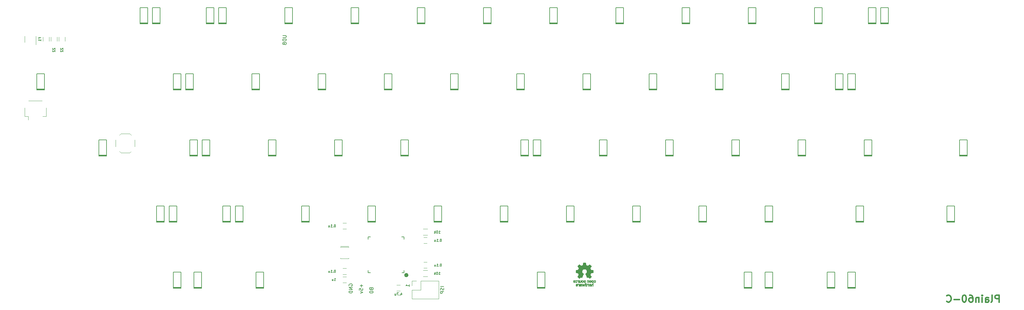
<source format=gbr>
G04 #@! TF.GenerationSoftware,KiCad,Pcbnew,(5.99.0-4079-gfad0916f0)*
G04 #@! TF.CreationDate,2020-11-18T01:00:13-05:00*
G04 #@! TF.ProjectId,plain60-c,706c6169-6e36-4302-9d63-2e6b69636164,rev?*
G04 #@! TF.SameCoordinates,Original*
G04 #@! TF.FileFunction,Legend,Bot*
G04 #@! TF.FilePolarity,Positive*
%FSLAX46Y46*%
G04 Gerber Fmt 4.6, Leading zero omitted, Abs format (unit mm)*
G04 Created by KiCad (PCBNEW (5.99.0-4079-gfad0916f0)) date 2020-11-18 01:00:13*
%MOMM*%
%LPD*%
G01*
G04 APERTURE LIST*
%ADD10C,0.400000*%
%ADD11C,0.150000*%
%ADD12C,0.120000*%
%ADD13C,0.010000*%
G04 APERTURE END LIST*
D10*
X282323263Y-93342321D02*
X282323263Y-91342321D01*
X281561358Y-91342321D01*
X281370882Y-91437560D01*
X281275644Y-91532798D01*
X281180406Y-91723274D01*
X281180406Y-92008988D01*
X281275644Y-92199464D01*
X281370882Y-92294702D01*
X281561358Y-92389940D01*
X282323263Y-92389940D01*
X280037549Y-93342321D02*
X280228025Y-93247083D01*
X280323263Y-93056607D01*
X280323263Y-91342321D01*
X278418501Y-93342321D02*
X278418501Y-92294702D01*
X278513739Y-92104226D01*
X278704215Y-92008988D01*
X279085168Y-92008988D01*
X279275644Y-92104226D01*
X278418501Y-93247083D02*
X278608977Y-93342321D01*
X279085168Y-93342321D01*
X279275644Y-93247083D01*
X279370882Y-93056607D01*
X279370882Y-92866131D01*
X279275644Y-92675655D01*
X279085168Y-92580417D01*
X278608977Y-92580417D01*
X278418501Y-92485179D01*
X277466120Y-93342321D02*
X277466120Y-92008988D01*
X277466120Y-91342321D02*
X277561358Y-91437560D01*
X277466120Y-91532798D01*
X277370882Y-91437560D01*
X277466120Y-91342321D01*
X277466120Y-91532798D01*
X276513739Y-92008988D02*
X276513739Y-93342321D01*
X276513739Y-92199464D02*
X276418501Y-92104226D01*
X276228025Y-92008988D01*
X275942311Y-92008988D01*
X275751834Y-92104226D01*
X275656596Y-92294702D01*
X275656596Y-93342321D01*
X273847073Y-91342321D02*
X274228025Y-91342321D01*
X274418501Y-91437560D01*
X274513739Y-91532798D01*
X274704215Y-91818512D01*
X274799454Y-92199464D01*
X274799454Y-92961369D01*
X274704215Y-93151845D01*
X274608977Y-93247083D01*
X274418501Y-93342321D01*
X274037549Y-93342321D01*
X273847073Y-93247083D01*
X273751834Y-93151845D01*
X273656596Y-92961369D01*
X273656596Y-92485179D01*
X273751834Y-92294702D01*
X273847073Y-92199464D01*
X274037549Y-92104226D01*
X274418501Y-92104226D01*
X274608977Y-92199464D01*
X274704215Y-92294702D01*
X274799454Y-92485179D01*
X272418501Y-91342321D02*
X272228025Y-91342321D01*
X272037549Y-91437560D01*
X271942311Y-91532798D01*
X271847073Y-91723274D01*
X271751834Y-92104226D01*
X271751834Y-92580417D01*
X271847073Y-92961369D01*
X271942311Y-93151845D01*
X272037549Y-93247083D01*
X272228025Y-93342321D01*
X272418501Y-93342321D01*
X272608977Y-93247083D01*
X272704215Y-93151845D01*
X272799454Y-92961369D01*
X272894692Y-92580417D01*
X272894692Y-92104226D01*
X272799454Y-91723274D01*
X272704215Y-91532798D01*
X272608977Y-91437560D01*
X272418501Y-91342321D01*
X270894692Y-92580417D02*
X269370882Y-92580417D01*
X267275644Y-93151845D02*
X267370882Y-93247083D01*
X267656596Y-93342321D01*
X267847073Y-93342321D01*
X268132787Y-93247083D01*
X268323263Y-93056607D01*
X268418501Y-92866131D01*
X268513739Y-92485179D01*
X268513739Y-92199464D01*
X268418501Y-91818512D01*
X268323263Y-91628036D01*
X268132787Y-91437560D01*
X267847073Y-91342321D01*
X267656596Y-91342321D01*
X267370882Y-91437560D01*
X267275644Y-91532798D01*
D11*
X76247757Y-16573675D02*
X77057281Y-16573675D01*
X77152519Y-16621294D01*
X77200138Y-16668913D01*
X77247757Y-16764151D01*
X77247757Y-16954628D01*
X77200138Y-17049866D01*
X77152519Y-17097485D01*
X77057281Y-17145104D01*
X76247757Y-17145104D01*
X77247757Y-17621294D02*
X76247757Y-17621294D01*
X76247757Y-17859390D01*
X76295377Y-18002247D01*
X76390615Y-18097485D01*
X76485853Y-18145104D01*
X76676329Y-18192723D01*
X76819186Y-18192723D01*
X77009662Y-18145104D01*
X77104900Y-18097485D01*
X77200138Y-18002247D01*
X77247757Y-17859390D01*
X77247757Y-17621294D01*
X76723948Y-18954628D02*
X76771567Y-19097485D01*
X76819186Y-19145104D01*
X76914424Y-19192723D01*
X77057281Y-19192723D01*
X77152519Y-19145104D01*
X77200138Y-19097485D01*
X77247757Y-19002247D01*
X77247757Y-18621294D01*
X76247757Y-18621294D01*
X76247757Y-18954628D01*
X76295377Y-19049866D01*
X76342996Y-19097485D01*
X76438234Y-19145104D01*
X76533472Y-19145104D01*
X76628710Y-19097485D01*
X76676329Y-19049866D01*
X76723948Y-18954628D01*
X76723948Y-18621294D01*
X121122079Y-73540165D02*
X121522079Y-73540165D01*
X121322079Y-73540165D02*
X121322079Y-72840165D01*
X121388746Y-72940165D01*
X121455413Y-73006832D01*
X121522079Y-73040165D01*
X120688746Y-72840165D02*
X120622079Y-72840165D01*
X120555413Y-72873499D01*
X120522079Y-72906832D01*
X120488746Y-72973499D01*
X120455413Y-73106832D01*
X120455413Y-73273499D01*
X120488746Y-73406832D01*
X120522079Y-73473499D01*
X120555413Y-73506832D01*
X120622079Y-73540165D01*
X120688746Y-73540165D01*
X120755413Y-73506832D01*
X120788746Y-73473499D01*
X120822079Y-73406832D01*
X120855413Y-73273499D01*
X120855413Y-73106832D01*
X120822079Y-72973499D01*
X120788746Y-72906832D01*
X120755413Y-72873499D01*
X120688746Y-72840165D01*
X120155413Y-73540165D02*
X120155413Y-72840165D01*
X120088746Y-73273499D02*
X119888746Y-73540165D01*
X119888746Y-73073499D02*
X120155413Y-73340165D01*
X98893386Y-88271099D02*
X98893386Y-89033004D01*
X99274338Y-88652051D02*
X98512434Y-88652051D01*
X98274338Y-89985385D02*
X98274338Y-89509194D01*
X98750529Y-89461575D01*
X98702910Y-89509194D01*
X98655291Y-89604432D01*
X98655291Y-89842527D01*
X98702910Y-89937765D01*
X98750529Y-89985385D01*
X98845767Y-90033004D01*
X99083862Y-90033004D01*
X99179100Y-89985385D01*
X99226719Y-89937765D01*
X99274338Y-89842527D01*
X99274338Y-89604432D01*
X99226719Y-89509194D01*
X99179100Y-89461575D01*
X98607672Y-90366337D02*
X99274338Y-90604432D01*
X98607672Y-90842527D01*
X101727094Y-89604432D02*
X101774713Y-89747289D01*
X101822332Y-89794908D01*
X101917570Y-89842527D01*
X102060427Y-89842527D01*
X102155665Y-89794908D01*
X102203284Y-89747289D01*
X102250903Y-89652051D01*
X102250903Y-89271099D01*
X101250903Y-89271099D01*
X101250903Y-89604432D01*
X101298523Y-89699670D01*
X101346142Y-89747289D01*
X101441380Y-89794908D01*
X101536618Y-89794908D01*
X101631856Y-89747289D01*
X101679475Y-89699670D01*
X101727094Y-89604432D01*
X101727094Y-89271099D01*
X101250903Y-90461575D02*
X101250903Y-90556813D01*
X101298523Y-90652051D01*
X101346142Y-90699670D01*
X101441380Y-90747289D01*
X101631856Y-90794908D01*
X101869951Y-90794908D01*
X102060427Y-90747289D01*
X102155665Y-90699670D01*
X102203284Y-90652051D01*
X102250903Y-90556813D01*
X102250903Y-90461575D01*
X102203284Y-90366337D01*
X102155665Y-90318718D01*
X102060427Y-90271099D01*
X101869951Y-90223480D01*
X101631856Y-90223480D01*
X101441380Y-90271099D01*
X101346142Y-90318718D01*
X101298523Y-90366337D01*
X101250903Y-90461575D01*
X12383333Y-20222085D02*
X12350000Y-20255418D01*
X12316666Y-20322085D01*
X12316666Y-20488752D01*
X12350000Y-20555418D01*
X12383333Y-20588752D01*
X12450000Y-20622085D01*
X12516666Y-20622085D01*
X12616666Y-20588752D01*
X13016666Y-20188752D01*
X13016666Y-20622085D01*
X12383333Y-20888752D02*
X12350000Y-20922085D01*
X12316666Y-20988752D01*
X12316666Y-21155418D01*
X12350000Y-21222085D01*
X12383333Y-21255418D01*
X12450000Y-21288752D01*
X12516666Y-21288752D01*
X12616666Y-21255418D01*
X13016666Y-20855418D01*
X13016666Y-21288752D01*
X121755413Y-82365173D02*
X121688746Y-82365173D01*
X121622079Y-82398507D01*
X121588746Y-82431840D01*
X121555413Y-82498507D01*
X121522079Y-82631840D01*
X121522079Y-82798507D01*
X121555413Y-82931840D01*
X121588746Y-82998507D01*
X121622079Y-83031840D01*
X121688746Y-83065173D01*
X121755413Y-83065173D01*
X121822079Y-83031840D01*
X121855413Y-82998507D01*
X121888746Y-82931840D01*
X121922079Y-82798507D01*
X121922079Y-82631840D01*
X121888746Y-82498507D01*
X121855413Y-82431840D01*
X121822079Y-82398507D01*
X121755413Y-82365173D01*
X121222079Y-82998507D02*
X121188746Y-83031840D01*
X121222079Y-83065173D01*
X121255413Y-83031840D01*
X121222079Y-82998507D01*
X121222079Y-83065173D01*
X120522079Y-83065173D02*
X120922079Y-83065173D01*
X120722079Y-83065173D02*
X120722079Y-82365173D01*
X120788746Y-82465173D01*
X120855413Y-82531840D01*
X120922079Y-82565173D01*
X119922079Y-82598507D02*
X119922079Y-83065173D01*
X120222079Y-82598507D02*
X120222079Y-82965173D01*
X120188746Y-83031840D01*
X120122079Y-83065173D01*
X120022079Y-83065173D01*
X119955413Y-83031840D01*
X119922079Y-82998507D01*
X121755413Y-75221417D02*
X121688746Y-75221417D01*
X121622079Y-75254751D01*
X121588746Y-75288084D01*
X121555413Y-75354751D01*
X121522079Y-75488084D01*
X121522079Y-75654751D01*
X121555413Y-75788084D01*
X121588746Y-75854751D01*
X121622079Y-75888084D01*
X121688746Y-75921417D01*
X121755413Y-75921417D01*
X121822079Y-75888084D01*
X121855413Y-75854751D01*
X121888746Y-75788084D01*
X121922079Y-75654751D01*
X121922079Y-75488084D01*
X121888746Y-75354751D01*
X121855413Y-75288084D01*
X121822079Y-75254751D01*
X121755413Y-75221417D01*
X121222079Y-75854751D02*
X121188746Y-75888084D01*
X121222079Y-75921417D01*
X121255413Y-75888084D01*
X121222079Y-75854751D01*
X121222079Y-75921417D01*
X120522079Y-75921417D02*
X120922079Y-75921417D01*
X120722079Y-75921417D02*
X120722079Y-75221417D01*
X120788746Y-75321417D01*
X120855413Y-75388084D01*
X120922079Y-75421417D01*
X119922079Y-75454751D02*
X119922079Y-75921417D01*
X120222079Y-75454751D02*
X120222079Y-75821417D01*
X120188746Y-75888084D01*
X120122079Y-75921417D01*
X120022079Y-75921417D01*
X119955413Y-75888084D01*
X119922079Y-75854751D01*
X6292061Y-17376666D02*
X6292061Y-17143333D01*
X6658727Y-17143333D02*
X5958727Y-17143333D01*
X5958727Y-17476666D01*
X6658727Y-18110000D02*
X6658727Y-17710000D01*
X6658727Y-17910000D02*
X5958727Y-17910000D01*
X6058727Y-17843333D01*
X6125394Y-17776666D01*
X6158727Y-17710000D01*
X10097333Y-20222085D02*
X10064000Y-20255418D01*
X10030666Y-20322085D01*
X10030666Y-20488752D01*
X10064000Y-20555418D01*
X10097333Y-20588752D01*
X10164000Y-20622085D01*
X10230666Y-20622085D01*
X10330666Y-20588752D01*
X10730666Y-20188752D01*
X10730666Y-20622085D01*
X10097333Y-20888752D02*
X10064000Y-20922085D01*
X10030666Y-20988752D01*
X10030666Y-21155418D01*
X10064000Y-21222085D01*
X10097333Y-21255418D01*
X10164000Y-21288752D01*
X10230666Y-21288752D01*
X10330666Y-21255418D01*
X10730666Y-20855418D01*
X10730666Y-21288752D01*
X91047368Y-87232364D02*
X91447368Y-87232364D01*
X91247368Y-87232364D02*
X91247368Y-86532364D01*
X91314035Y-86632364D01*
X91380702Y-86699031D01*
X91447368Y-86732364D01*
X90447368Y-86765698D02*
X90447368Y-87232364D01*
X90747368Y-86765698D02*
X90747368Y-87132364D01*
X90714035Y-87199031D01*
X90647368Y-87232364D01*
X90547368Y-87232364D01*
X90480702Y-87199031D01*
X90447368Y-87165698D01*
X91280702Y-84151112D02*
X91214035Y-84151112D01*
X91147368Y-84184446D01*
X91114035Y-84217779D01*
X91080702Y-84284446D01*
X91047368Y-84417779D01*
X91047368Y-84584446D01*
X91080702Y-84717779D01*
X91114035Y-84784446D01*
X91147368Y-84817779D01*
X91214035Y-84851112D01*
X91280702Y-84851112D01*
X91347368Y-84817779D01*
X91380702Y-84784446D01*
X91414035Y-84717779D01*
X91447368Y-84584446D01*
X91447368Y-84417779D01*
X91414035Y-84284446D01*
X91380702Y-84217779D01*
X91347368Y-84184446D01*
X91280702Y-84151112D01*
X90747368Y-84784446D02*
X90714035Y-84817779D01*
X90747368Y-84851112D01*
X90780702Y-84817779D01*
X90747368Y-84784446D01*
X90747368Y-84851112D01*
X90047368Y-84851112D02*
X90447368Y-84851112D01*
X90247368Y-84851112D02*
X90247368Y-84151112D01*
X90314035Y-84251112D01*
X90380702Y-84317779D01*
X90447368Y-84351112D01*
X89447368Y-84384446D02*
X89447368Y-84851112D01*
X89747368Y-84384446D02*
X89747368Y-84751112D01*
X89714035Y-84817779D01*
X89647368Y-84851112D01*
X89547368Y-84851112D01*
X89480702Y-84817779D01*
X89447368Y-84784446D01*
X121122079Y-85446425D02*
X121522079Y-85446425D01*
X121322079Y-85446425D02*
X121322079Y-84746425D01*
X121388746Y-84846425D01*
X121455413Y-84913092D01*
X121522079Y-84946425D01*
X120688746Y-84746425D02*
X120622079Y-84746425D01*
X120555413Y-84779759D01*
X120522079Y-84813092D01*
X120488746Y-84879759D01*
X120455413Y-85013092D01*
X120455413Y-85179759D01*
X120488746Y-85313092D01*
X120522079Y-85379759D01*
X120555413Y-85413092D01*
X120622079Y-85446425D01*
X120688746Y-85446425D01*
X120755413Y-85413092D01*
X120788746Y-85379759D01*
X120822079Y-85313092D01*
X120855413Y-85179759D01*
X120855413Y-85013092D01*
X120822079Y-84879759D01*
X120788746Y-84813092D01*
X120755413Y-84779759D01*
X120688746Y-84746425D01*
X120155413Y-85446425D02*
X120155413Y-84746425D01*
X120088746Y-85179759D02*
X119888746Y-85446425D01*
X119888746Y-84979759D02*
X120155413Y-85246425D01*
X95345393Y-88699674D02*
X95297773Y-88604436D01*
X95297773Y-88461579D01*
X95345393Y-88318722D01*
X95440631Y-88223484D01*
X95535869Y-88175865D01*
X95726345Y-88128246D01*
X95869202Y-88128246D01*
X96059678Y-88175865D01*
X96154916Y-88223484D01*
X96250154Y-88318722D01*
X96297773Y-88461579D01*
X96297773Y-88556817D01*
X96250154Y-88699674D01*
X96202535Y-88747293D01*
X95869202Y-88747293D01*
X95869202Y-88556817D01*
X96297773Y-89175865D02*
X95297773Y-89175865D01*
X96297773Y-89747293D01*
X95297773Y-89747293D01*
X96297773Y-90223484D02*
X95297773Y-90223484D01*
X95297773Y-90461579D01*
X95345393Y-90604436D01*
X95440631Y-90699674D01*
X95535869Y-90747293D01*
X95726345Y-90794912D01*
X95869202Y-90794912D01*
X96059678Y-90747293D01*
X96154916Y-90699674D01*
X96250154Y-90604436D01*
X96297773Y-90461579D01*
X96297773Y-90223484D01*
X122599041Y-88916072D02*
X121599041Y-88916072D01*
X122551422Y-89344643D02*
X122599041Y-89487501D01*
X122599041Y-89725596D01*
X122551422Y-89820834D01*
X122503803Y-89868453D01*
X122408565Y-89916072D01*
X122313327Y-89916072D01*
X122218089Y-89868453D01*
X122170470Y-89820834D01*
X122122851Y-89725596D01*
X122075232Y-89535120D01*
X122027613Y-89439882D01*
X121979994Y-89392263D01*
X121884756Y-89344643D01*
X121789518Y-89344643D01*
X121694280Y-89392263D01*
X121646661Y-89439882D01*
X121599041Y-89535120D01*
X121599041Y-89773215D01*
X121646661Y-89916072D01*
X122599041Y-90344643D02*
X121599041Y-90344643D01*
X121599041Y-90725596D01*
X121646661Y-90820834D01*
X121694280Y-90868453D01*
X121789518Y-90916072D01*
X121932375Y-90916072D01*
X122027613Y-90868453D01*
X122075232Y-90820834D01*
X122122851Y-90725596D01*
X122122851Y-90344643D01*
X112649041Y-88907977D02*
X112649041Y-88336548D01*
X112649041Y-88622263D02*
X111649041Y-88622263D01*
X111791899Y-88527024D01*
X111887137Y-88431786D01*
X111934756Y-88336548D01*
X110220925Y-90932889D02*
X110220925Y-91399555D01*
X110387592Y-90666222D02*
X110554258Y-91166222D01*
X110120925Y-91166222D01*
X109854258Y-91332889D02*
X109820925Y-91366222D01*
X109854258Y-91399555D01*
X109887592Y-91366222D01*
X109854258Y-91332889D01*
X109854258Y-91399555D01*
X109587592Y-90699555D02*
X109120925Y-90699555D01*
X109420925Y-91399555D01*
X108554258Y-90932889D02*
X108554258Y-91399555D01*
X108854258Y-90932889D02*
X108854258Y-91299555D01*
X108820925Y-91366222D01*
X108754258Y-91399555D01*
X108654258Y-91399555D01*
X108587592Y-91366222D01*
X108554258Y-91332889D01*
X91280702Y-71054226D02*
X91214035Y-71054226D01*
X91147368Y-71087560D01*
X91114035Y-71120893D01*
X91080702Y-71187560D01*
X91047368Y-71320893D01*
X91047368Y-71487560D01*
X91080702Y-71620893D01*
X91114035Y-71687560D01*
X91147368Y-71720893D01*
X91214035Y-71754226D01*
X91280702Y-71754226D01*
X91347368Y-71720893D01*
X91380702Y-71687560D01*
X91414035Y-71620893D01*
X91447368Y-71487560D01*
X91447368Y-71320893D01*
X91414035Y-71187560D01*
X91380702Y-71120893D01*
X91347368Y-71087560D01*
X91280702Y-71054226D01*
X90747368Y-71687560D02*
X90714035Y-71720893D01*
X90747368Y-71754226D01*
X90780702Y-71720893D01*
X90747368Y-71687560D01*
X90747368Y-71754226D01*
X90047368Y-71754226D02*
X90447368Y-71754226D01*
X90247368Y-71754226D02*
X90247368Y-71054226D01*
X90314035Y-71154226D01*
X90380702Y-71220893D01*
X90447368Y-71254226D01*
X89447368Y-71287560D02*
X89447368Y-71754226D01*
X89747368Y-71287560D02*
X89747368Y-71654226D01*
X89714035Y-71720893D01*
X89647368Y-71754226D01*
X89547368Y-71754226D01*
X89480702Y-71720893D01*
X89447368Y-71687560D01*
X238811139Y-84715698D02*
X238811139Y-89115698D01*
X241011139Y-89115698D02*
X241011139Y-89215698D01*
X241011139Y-89315698D02*
X241011139Y-89415698D01*
X241011139Y-89215698D02*
X238811139Y-89215698D01*
X241011139Y-89415698D02*
X241011139Y-89115698D01*
X241011139Y-89415698D02*
X238811139Y-89415698D01*
X238811139Y-88915698D02*
X238811139Y-89415698D01*
X238811139Y-89415698D02*
X238811139Y-88915698D01*
X238811139Y-89415698D02*
X241011139Y-89415698D01*
X241011139Y-84715698D02*
X238811139Y-84715698D01*
X238811139Y-89215698D02*
X238811139Y-89315698D01*
X238811139Y-89115698D02*
X241011139Y-89115698D01*
X241011139Y-89115698D02*
X241011139Y-84715698D01*
X238811139Y-89315698D02*
X241011139Y-89315698D01*
X217198619Y-89115698D02*
X217198619Y-89215698D01*
X214998619Y-89115698D02*
X217198619Y-89115698D01*
X217198619Y-89415698D02*
X214998619Y-89415698D01*
X214998619Y-89315698D02*
X217198619Y-89315698D01*
X217198619Y-89215698D02*
X214998619Y-89215698D01*
X214998619Y-89215698D02*
X214998619Y-89315698D01*
X214998619Y-88915698D02*
X214998619Y-89415698D01*
X217198619Y-89315698D02*
X217198619Y-89415698D01*
X217198619Y-89115698D02*
X217198619Y-84715698D01*
X217198619Y-89415698D02*
X217198619Y-89115698D01*
X214998619Y-89415698D02*
X214998619Y-88915698D01*
X214998619Y-89415698D02*
X217198619Y-89415698D01*
X217198619Y-84715698D02*
X214998619Y-84715698D01*
X214998619Y-84715698D02*
X214998619Y-89115698D01*
X211245489Y-89115698D02*
X211245489Y-89215698D01*
X209045489Y-89215698D02*
X209045489Y-89315698D01*
X211245489Y-89415698D02*
X209045489Y-89415698D01*
X209045489Y-84715698D02*
X209045489Y-89115698D01*
X211245489Y-89415698D02*
X211245489Y-89115698D01*
X211245489Y-84715698D02*
X209045489Y-84715698D01*
X209045489Y-89115698D02*
X211245489Y-89115698D01*
X209045489Y-89415698D02*
X209045489Y-88915698D01*
X209045489Y-89315698D02*
X211245489Y-89315698D01*
X209045489Y-88915698D02*
X209045489Y-89415698D01*
X211245489Y-89315698D02*
X211245489Y-89415698D01*
X209045489Y-89415698D02*
X211245489Y-89415698D01*
X211245489Y-89115698D02*
X211245489Y-84715698D01*
X211245489Y-89215698D02*
X209045489Y-89215698D01*
X151714189Y-89115698D02*
X151714189Y-89215698D01*
X151714189Y-89215698D02*
X149514189Y-89215698D01*
X149514189Y-89215698D02*
X149514189Y-89315698D01*
X151714189Y-89115698D02*
X151714189Y-84715698D01*
X151714189Y-89415698D02*
X151714189Y-89115698D01*
X149514189Y-89415698D02*
X151714189Y-89415698D01*
X151714189Y-84715698D02*
X149514189Y-84715698D01*
X149514189Y-89415698D02*
X149514189Y-88915698D01*
X151714189Y-89415698D02*
X149514189Y-89415698D01*
X149514189Y-84715698D02*
X149514189Y-89115698D01*
X149514189Y-88915698D02*
X149514189Y-89415698D01*
X151714189Y-89315698D02*
X151714189Y-89415698D01*
X149514189Y-89115698D02*
X151714189Y-89115698D01*
X149514189Y-89315698D02*
X151714189Y-89315698D01*
X68551621Y-89415698D02*
X68551621Y-88915698D01*
X68551621Y-84715698D02*
X68551621Y-89115698D01*
X70751621Y-89315698D02*
X70751621Y-89415698D01*
X70751621Y-89115698D02*
X70751621Y-89215698D01*
X68551621Y-89415698D02*
X70751621Y-89415698D01*
X70751621Y-89415698D02*
X68551621Y-89415698D01*
X70751621Y-89115698D02*
X70751621Y-84715698D01*
X68551621Y-88915698D02*
X68551621Y-89415698D01*
X70751621Y-84715698D02*
X68551621Y-84715698D01*
X68551621Y-89115698D02*
X70751621Y-89115698D01*
X68551621Y-89315698D02*
X70751621Y-89315698D01*
X70751621Y-89415698D02*
X70751621Y-89115698D01*
X68551621Y-89215698D02*
X68551621Y-89315698D01*
X70751621Y-89215698D02*
X68551621Y-89215698D01*
X269586163Y-70365682D02*
X269586163Y-70065682D01*
X269586163Y-70065682D02*
X269586163Y-70165682D01*
X267386163Y-70265682D02*
X269586163Y-70265682D01*
X267386163Y-69865682D02*
X267386163Y-70365682D01*
X267386163Y-70065682D02*
X269586163Y-70065682D01*
X267386163Y-65665682D02*
X267386163Y-70065682D01*
X267386163Y-70365682D02*
X267386163Y-69865682D01*
X269586163Y-65665682D02*
X267386163Y-65665682D01*
X269586163Y-70265682D02*
X269586163Y-70365682D01*
X269586163Y-70065682D02*
X269586163Y-65665682D01*
X269586163Y-70165682D02*
X267386163Y-70165682D01*
X269586163Y-70365682D02*
X267386163Y-70365682D01*
X267386163Y-70365682D02*
X269586163Y-70365682D01*
X267386163Y-70165682D02*
X267386163Y-70265682D01*
X241192391Y-70165682D02*
X241192391Y-70265682D01*
X241192391Y-70265682D02*
X243392391Y-70265682D01*
X243392391Y-70065682D02*
X243392391Y-70165682D01*
X241192391Y-70065682D02*
X243392391Y-70065682D01*
X243392391Y-65665682D02*
X241192391Y-65665682D01*
X241192391Y-65665682D02*
X241192391Y-70065682D01*
X241192391Y-70365682D02*
X243392391Y-70365682D01*
X243392391Y-70365682D02*
X241192391Y-70365682D01*
X241192391Y-69865682D02*
X241192391Y-70365682D01*
X243392391Y-70065682D02*
X243392391Y-65665682D01*
X243392391Y-70365682D02*
X243392391Y-70065682D01*
X243392391Y-70265682D02*
X243392391Y-70365682D01*
X243392391Y-70165682D02*
X241192391Y-70165682D01*
X241192391Y-70365682D02*
X241192391Y-69865682D01*
X217198619Y-70165682D02*
X214998619Y-70165682D01*
X214998619Y-70365682D02*
X214998619Y-69865682D01*
X214998619Y-70065682D02*
X217198619Y-70065682D01*
X214998619Y-69865682D02*
X214998619Y-70365682D01*
X214998619Y-65665682D02*
X214998619Y-70065682D01*
X214998619Y-70365682D02*
X217198619Y-70365682D01*
X214998619Y-70165682D02*
X214998619Y-70265682D01*
X214998619Y-70265682D02*
X217198619Y-70265682D01*
X217198619Y-70365682D02*
X214998619Y-70365682D01*
X217198619Y-70265682D02*
X217198619Y-70365682D01*
X217198619Y-70065682D02*
X217198619Y-70165682D01*
X217198619Y-65665682D02*
X214998619Y-65665682D01*
X217198619Y-70065682D02*
X217198619Y-65665682D01*
X217198619Y-70365682D02*
X217198619Y-70065682D01*
X198148603Y-65665682D02*
X195948603Y-65665682D01*
X198148603Y-70365682D02*
X195948603Y-70365682D01*
X195948603Y-65665682D02*
X195948603Y-70065682D01*
X195948603Y-70165682D02*
X195948603Y-70265682D01*
X198148603Y-70365682D02*
X198148603Y-70065682D01*
X198148603Y-70165682D02*
X195948603Y-70165682D01*
X195948603Y-69865682D02*
X195948603Y-70365682D01*
X195948603Y-70365682D02*
X198148603Y-70365682D01*
X195948603Y-70265682D02*
X198148603Y-70265682D01*
X195948603Y-70365682D02*
X195948603Y-69865682D01*
X198148603Y-70265682D02*
X198148603Y-70365682D01*
X198148603Y-70065682D02*
X198148603Y-70165682D01*
X195948603Y-70065682D02*
X198148603Y-70065682D01*
X198148603Y-70065682D02*
X198148603Y-65665682D01*
X140998555Y-70365682D02*
X140998555Y-70065682D01*
X138798555Y-70365682D02*
X138798555Y-69865682D01*
X140998555Y-70265682D02*
X140998555Y-70365682D01*
X138798555Y-65665682D02*
X138798555Y-70065682D01*
X138798555Y-70265682D02*
X140998555Y-70265682D01*
X140998555Y-70365682D02*
X138798555Y-70365682D01*
X140998555Y-65665682D02*
X138798555Y-65665682D01*
X138798555Y-70165682D02*
X138798555Y-70265682D01*
X138798555Y-70065682D02*
X140998555Y-70065682D01*
X138798555Y-70365682D02*
X140998555Y-70365682D01*
X140998555Y-70065682D02*
X140998555Y-65665682D01*
X140998555Y-70065682D02*
X140998555Y-70165682D01*
X138798555Y-69865682D02*
X138798555Y-70365682D01*
X140998555Y-70165682D02*
X138798555Y-70165682D01*
X100698523Y-69865682D02*
X100698523Y-70365682D01*
X102898523Y-70365682D02*
X102898523Y-70065682D01*
X100698523Y-70065682D02*
X102898523Y-70065682D01*
X102898523Y-65665682D02*
X100698523Y-65665682D01*
X100698523Y-70365682D02*
X100698523Y-69865682D01*
X100698523Y-70265682D02*
X102898523Y-70265682D01*
X102898523Y-70165682D02*
X100698523Y-70165682D01*
X102898523Y-70265682D02*
X102898523Y-70365682D01*
X102898523Y-70365682D02*
X100698523Y-70365682D01*
X100698523Y-65665682D02*
X100698523Y-70065682D01*
X100698523Y-70365682D02*
X102898523Y-70365682D01*
X100698523Y-70165682D02*
X100698523Y-70265682D01*
X102898523Y-70065682D02*
X102898523Y-70165682D01*
X102898523Y-70065682D02*
X102898523Y-65665682D01*
X81648507Y-70165682D02*
X81648507Y-70265682D01*
X83848507Y-65665682D02*
X81648507Y-65665682D01*
X81648507Y-70365682D02*
X83848507Y-70365682D01*
X81648507Y-69865682D02*
X81648507Y-70365682D01*
X83848507Y-70065682D02*
X83848507Y-70165682D01*
X83848507Y-70365682D02*
X83848507Y-70065682D01*
X83848507Y-70265682D02*
X83848507Y-70365682D01*
X81648507Y-65665682D02*
X81648507Y-70065682D01*
X83848507Y-70165682D02*
X81648507Y-70165682D01*
X81648507Y-70265682D02*
X83848507Y-70265682D01*
X83848507Y-70065682D02*
X83848507Y-65665682D01*
X81648507Y-70065682D02*
X83848507Y-70065682D01*
X81648507Y-70365682D02*
X81648507Y-69865682D01*
X83848507Y-70365682D02*
X81648507Y-70365682D01*
X219761123Y-31765650D02*
X219761123Y-32265650D01*
X221961123Y-32165650D02*
X221961123Y-32265650D01*
X219761123Y-32065650D02*
X219761123Y-32165650D01*
X219761123Y-32265650D02*
X219761123Y-31765650D01*
X221961123Y-27565650D02*
X219761123Y-27565650D01*
X219761123Y-32165650D02*
X221961123Y-32165650D01*
X221961123Y-31965650D02*
X221961123Y-32065650D01*
X219761123Y-31965650D02*
X221961123Y-31965650D01*
X219761123Y-27565650D02*
X219761123Y-31965650D01*
X221961123Y-31965650D02*
X221961123Y-27565650D01*
X219761123Y-32265650D02*
X221961123Y-32265650D01*
X221961123Y-32265650D02*
X219761123Y-32265650D01*
X221961123Y-32265650D02*
X221961123Y-31965650D01*
X221961123Y-32065650D02*
X219761123Y-32065650D01*
X224523627Y-51315666D02*
X226723627Y-51315666D01*
X224523627Y-51015666D02*
X226723627Y-51015666D01*
X226723627Y-51315666D02*
X224523627Y-51315666D01*
X226723627Y-51015666D02*
X226723627Y-51115666D01*
X224523627Y-51215666D02*
X226723627Y-51215666D01*
X226723627Y-51015666D02*
X226723627Y-46615666D01*
X224523627Y-46615666D02*
X224523627Y-51015666D01*
X226723627Y-51315666D02*
X226723627Y-51015666D01*
X226723627Y-51215666D02*
X226723627Y-51315666D01*
X224523627Y-50815666D02*
X224523627Y-51315666D01*
X224523627Y-51115666D02*
X224523627Y-51215666D01*
X226723627Y-51115666D02*
X224523627Y-51115666D01*
X226723627Y-46615666D02*
X224523627Y-46615666D01*
X224523627Y-51315666D02*
X224523627Y-50815666D01*
X48310979Y-32065650D02*
X48310979Y-32165650D01*
X48310979Y-31965650D02*
X50510979Y-31965650D01*
X50510979Y-32265650D02*
X48310979Y-32265650D01*
X48310979Y-32265650D02*
X48310979Y-31765650D01*
X50510979Y-31965650D02*
X50510979Y-32065650D01*
X48310979Y-27565650D02*
X48310979Y-31965650D01*
X48310979Y-31765650D02*
X48310979Y-32265650D01*
X50510979Y-32165650D02*
X50510979Y-32265650D01*
X50510979Y-31965650D02*
X50510979Y-27565650D01*
X50510979Y-32065650D02*
X48310979Y-32065650D01*
X50510979Y-27565650D02*
X48310979Y-27565650D01*
X48310979Y-32165650D02*
X50510979Y-32165650D01*
X50510979Y-32265650D02*
X50510979Y-31965650D01*
X48310979Y-32265650D02*
X50510979Y-32265650D01*
X181661091Y-32065650D02*
X181661091Y-32165650D01*
X183861091Y-32065650D02*
X181661091Y-32065650D01*
X183861091Y-31965650D02*
X183861091Y-27565650D01*
X181661091Y-27565650D02*
X181661091Y-31965650D01*
X183861091Y-32265650D02*
X183861091Y-31965650D01*
X181661091Y-31965650D02*
X183861091Y-31965650D01*
X181661091Y-31765650D02*
X181661091Y-32265650D01*
X183861091Y-32265650D02*
X181661091Y-32265650D01*
X181661091Y-32265650D02*
X181661091Y-31765650D01*
X181661091Y-32165650D02*
X183861091Y-32165650D01*
X183861091Y-32165650D02*
X183861091Y-32265650D01*
X183861091Y-27565650D02*
X181661091Y-27565650D01*
X181661091Y-32265650D02*
X183861091Y-32265650D01*
X183861091Y-31965650D02*
X183861091Y-32065650D01*
X207673611Y-51315666D02*
X205473611Y-51315666D01*
X205473611Y-51315666D02*
X207673611Y-51315666D01*
X207673611Y-46615666D02*
X205473611Y-46615666D01*
X205473611Y-50815666D02*
X205473611Y-51315666D01*
X207673611Y-51015666D02*
X207673611Y-51115666D01*
X207673611Y-51015666D02*
X207673611Y-46615666D01*
X205473611Y-51015666D02*
X207673611Y-51015666D01*
X205473611Y-51315666D02*
X205473611Y-50815666D01*
X205473611Y-51115666D02*
X205473611Y-51215666D01*
X207673611Y-51115666D02*
X205473611Y-51115666D01*
X207673611Y-51215666D02*
X207673611Y-51315666D01*
X205473611Y-46615666D02*
X205473611Y-51015666D01*
X205473611Y-51215666D02*
X207673611Y-51215666D01*
X207673611Y-51315666D02*
X207673611Y-51015666D01*
X112423531Y-51015666D02*
X112423531Y-51115666D01*
X112423531Y-51015666D02*
X112423531Y-46615666D01*
X110223531Y-46615666D02*
X110223531Y-51015666D01*
X112423531Y-51315666D02*
X110223531Y-51315666D01*
X112423531Y-51315666D02*
X112423531Y-51015666D01*
X110223531Y-50815666D02*
X110223531Y-51315666D01*
X110223531Y-51015666D02*
X112423531Y-51015666D01*
X110223531Y-51215666D02*
X112423531Y-51215666D01*
X112423531Y-51215666D02*
X112423531Y-51315666D01*
X112423531Y-46615666D02*
X110223531Y-46615666D01*
X110223531Y-51315666D02*
X110223531Y-50815666D01*
X110223531Y-51115666D02*
X110223531Y-51215666D01*
X112423531Y-51115666D02*
X110223531Y-51115666D01*
X110223531Y-51315666D02*
X112423531Y-51315666D01*
X23307833Y-51115666D02*
X23307833Y-51215666D01*
X23307833Y-51015666D02*
X25507833Y-51015666D01*
X25507833Y-51315666D02*
X25507833Y-51015666D01*
X25507833Y-51015666D02*
X25507833Y-51115666D01*
X25507833Y-51215666D02*
X25507833Y-51315666D01*
X23307833Y-51315666D02*
X25507833Y-51315666D01*
X25507833Y-51315666D02*
X23307833Y-51315666D01*
X23307833Y-46615666D02*
X23307833Y-51015666D01*
X23307833Y-50815666D02*
X23307833Y-51315666D01*
X23307833Y-51215666D02*
X25507833Y-51215666D01*
X25507833Y-51115666D02*
X23307833Y-51115666D01*
X23307833Y-51315666D02*
X23307833Y-50815666D01*
X25507833Y-46615666D02*
X23307833Y-46615666D01*
X25507833Y-51015666D02*
X25507833Y-46615666D01*
X188623595Y-51015666D02*
X188623595Y-51115666D01*
X186423595Y-51015666D02*
X188623595Y-51015666D01*
X188623595Y-51315666D02*
X188623595Y-51015666D01*
X188623595Y-46615666D02*
X186423595Y-46615666D01*
X186423595Y-51315666D02*
X186423595Y-50815666D01*
X186423595Y-51215666D02*
X188623595Y-51215666D01*
X186423595Y-46615666D02*
X186423595Y-51015666D01*
X186423595Y-50815666D02*
X186423595Y-51315666D01*
X188623595Y-51115666D02*
X186423595Y-51115666D01*
X186423595Y-51115666D02*
X186423595Y-51215666D01*
X188623595Y-51215666D02*
X188623595Y-51315666D01*
X186423595Y-51315666D02*
X188623595Y-51315666D01*
X188623595Y-51015666D02*
X188623595Y-46615666D01*
X188623595Y-51315666D02*
X186423595Y-51315666D01*
X144751685Y-51215666D02*
X146951685Y-51215666D01*
X146951685Y-46615666D02*
X144751685Y-46615666D01*
X146951685Y-51115666D02*
X144751685Y-51115666D01*
X146951685Y-51015666D02*
X146951685Y-51115666D01*
X144751685Y-50815666D02*
X144751685Y-51315666D01*
X144751685Y-51015666D02*
X146951685Y-51015666D01*
X146951685Y-51215666D02*
X146951685Y-51315666D01*
X144751685Y-51115666D02*
X144751685Y-51215666D01*
X144751685Y-51315666D02*
X144751685Y-50815666D01*
X146951685Y-51015666D02*
X146951685Y-46615666D01*
X144751685Y-46615666D02*
X144751685Y-51015666D01*
X146951685Y-51315666D02*
X144751685Y-51315666D01*
X146951685Y-51315666D02*
X146951685Y-51015666D01*
X144751685Y-51315666D02*
X146951685Y-51315666D01*
X49501605Y-46615666D02*
X49501605Y-51015666D01*
X51701605Y-51015666D02*
X51701605Y-46615666D01*
X51701605Y-51115666D02*
X49501605Y-51115666D01*
X51701605Y-51315666D02*
X51701605Y-51015666D01*
X51701605Y-51215666D02*
X51701605Y-51315666D01*
X49501605Y-51315666D02*
X49501605Y-50815666D01*
X51701605Y-51315666D02*
X49501605Y-51315666D01*
X49501605Y-51215666D02*
X51701605Y-51215666D01*
X49501605Y-50815666D02*
X49501605Y-51315666D01*
X49501605Y-51015666D02*
X51701605Y-51015666D01*
X51701605Y-46615666D02*
X49501605Y-46615666D01*
X49501605Y-51115666D02*
X49501605Y-51215666D01*
X49501605Y-51315666D02*
X51701605Y-51315666D01*
X51701605Y-51015666D02*
X51701605Y-51115666D01*
X72123499Y-51115666D02*
X72123499Y-51215666D01*
X74323499Y-51315666D02*
X74323499Y-51015666D01*
X72123499Y-50815666D02*
X72123499Y-51315666D01*
X74323499Y-51115666D02*
X72123499Y-51115666D01*
X74323499Y-46615666D02*
X72123499Y-46615666D01*
X72123499Y-51315666D02*
X74323499Y-51315666D01*
X72123499Y-51315666D02*
X72123499Y-50815666D01*
X72123499Y-46615666D02*
X72123499Y-51015666D01*
X74323499Y-51215666D02*
X74323499Y-51315666D01*
X74323499Y-51015666D02*
X74323499Y-46615666D01*
X74323499Y-51015666D02*
X74323499Y-51115666D01*
X72123499Y-51215666D02*
X74323499Y-51215666D01*
X74323499Y-51315666D02*
X72123499Y-51315666D01*
X72123499Y-51015666D02*
X74323499Y-51015666D01*
X105461027Y-27565650D02*
X105461027Y-31965650D01*
X105461027Y-32265650D02*
X107661027Y-32265650D01*
X105461027Y-32265650D02*
X105461027Y-31765650D01*
X105461027Y-32065650D02*
X105461027Y-32165650D01*
X107661027Y-31965650D02*
X107661027Y-27565650D01*
X107661027Y-32265650D02*
X107661027Y-31965650D01*
X107661027Y-32065650D02*
X105461027Y-32065650D01*
X107661027Y-32265650D02*
X105461027Y-32265650D01*
X105461027Y-32165650D02*
X107661027Y-32165650D01*
X107661027Y-31965650D02*
X107661027Y-32065650D01*
X105461027Y-31765650D02*
X105461027Y-32265650D01*
X105461027Y-31965650D02*
X107661027Y-31965650D01*
X107661027Y-27565650D02*
X105461027Y-27565650D01*
X107661027Y-32165650D02*
X107661027Y-32265650D01*
X202911107Y-32065650D02*
X200711107Y-32065650D01*
X200711107Y-27565650D02*
X200711107Y-31965650D01*
X200711107Y-31765650D02*
X200711107Y-32265650D01*
X202911107Y-32265650D02*
X200711107Y-32265650D01*
X202911107Y-31965650D02*
X202911107Y-27565650D01*
X202911107Y-32265650D02*
X202911107Y-31965650D01*
X202911107Y-31965650D02*
X202911107Y-32065650D01*
X200711107Y-31965650D02*
X202911107Y-31965650D01*
X200711107Y-32165650D02*
X202911107Y-32165650D01*
X200711107Y-32265650D02*
X202911107Y-32265650D01*
X200711107Y-32265650D02*
X200711107Y-31765650D01*
X202911107Y-27565650D02*
X200711107Y-27565650D01*
X200711107Y-32065650D02*
X200711107Y-32165650D01*
X202911107Y-32165650D02*
X202911107Y-32265650D01*
X126711043Y-32165650D02*
X126711043Y-32265650D01*
X124511043Y-32265650D02*
X126711043Y-32265650D01*
X126711043Y-32065650D02*
X124511043Y-32065650D01*
X124511043Y-32065650D02*
X124511043Y-32165650D01*
X124511043Y-27565650D02*
X124511043Y-31965650D01*
X124511043Y-32165650D02*
X126711043Y-32165650D01*
X126711043Y-31965650D02*
X126711043Y-27565650D01*
X124511043Y-31765650D02*
X124511043Y-32265650D01*
X124511043Y-31965650D02*
X126711043Y-31965650D01*
X126711043Y-27565650D02*
X124511043Y-27565650D01*
X126711043Y-32265650D02*
X126711043Y-31965650D01*
X126711043Y-32265650D02*
X124511043Y-32265650D01*
X124511043Y-32265650D02*
X124511043Y-31765650D01*
X126711043Y-31965650D02*
X126711043Y-32065650D01*
X164811075Y-31965650D02*
X164811075Y-32065650D01*
X162611075Y-32165650D02*
X164811075Y-32165650D01*
X164811075Y-27565650D02*
X162611075Y-27565650D01*
X164811075Y-31965650D02*
X164811075Y-27565650D01*
X162611075Y-27565650D02*
X162611075Y-31965650D01*
X162611075Y-32265650D02*
X164811075Y-32265650D01*
X164811075Y-32165650D02*
X164811075Y-32265650D01*
X162611075Y-31965650D02*
X164811075Y-31965650D01*
X164811075Y-32265650D02*
X162611075Y-32265650D01*
X164811075Y-32065650D02*
X162611075Y-32065650D01*
X162611075Y-32265650D02*
X162611075Y-31765650D01*
X164811075Y-32265650D02*
X164811075Y-31965650D01*
X162611075Y-31765650D02*
X162611075Y-32265650D01*
X162611075Y-32065650D02*
X162611075Y-32165650D01*
X245773643Y-51015666D02*
X245773643Y-51115666D01*
X243573643Y-51015666D02*
X245773643Y-51015666D01*
X245773643Y-51215666D02*
X245773643Y-51315666D01*
X243573643Y-51215666D02*
X245773643Y-51215666D01*
X243573643Y-46615666D02*
X243573643Y-51015666D01*
X243573643Y-51115666D02*
X243573643Y-51215666D01*
X243573643Y-50815666D02*
X243573643Y-51315666D01*
X245773643Y-51315666D02*
X245773643Y-51015666D01*
X243573643Y-51315666D02*
X243573643Y-50815666D01*
X245773643Y-51315666D02*
X243573643Y-51315666D01*
X245773643Y-46615666D02*
X243573643Y-46615666D01*
X245773643Y-51115666D02*
X243573643Y-51115666D01*
X243573643Y-51315666D02*
X245773643Y-51315666D01*
X245773643Y-51015666D02*
X245773643Y-46615666D01*
X150523563Y-51215666D02*
X150523563Y-51315666D01*
X148323563Y-51315666D02*
X148323563Y-50815666D01*
X150523563Y-51115666D02*
X148323563Y-51115666D01*
X148323563Y-51215666D02*
X150523563Y-51215666D01*
X150523563Y-51015666D02*
X150523563Y-46615666D01*
X150523563Y-51015666D02*
X150523563Y-51115666D01*
X150523563Y-51315666D02*
X150523563Y-51015666D01*
X148323563Y-51115666D02*
X148323563Y-51215666D01*
X148323563Y-50815666D02*
X148323563Y-51315666D01*
X148323563Y-51315666D02*
X150523563Y-51315666D01*
X148323563Y-51015666D02*
X150523563Y-51015666D01*
X148323563Y-46615666D02*
X148323563Y-51015666D01*
X150523563Y-51315666D02*
X148323563Y-51315666D01*
X150523563Y-46615666D02*
X148323563Y-46615666D01*
X93373515Y-51315666D02*
X91173515Y-51315666D01*
X91173515Y-46615666D02*
X91173515Y-51015666D01*
X93373515Y-51015666D02*
X93373515Y-51115666D01*
X93373515Y-51215666D02*
X93373515Y-51315666D01*
X91173515Y-51315666D02*
X91173515Y-50815666D01*
X91173515Y-50815666D02*
X91173515Y-51315666D01*
X93373515Y-51315666D02*
X93373515Y-51015666D01*
X93373515Y-46615666D02*
X91173515Y-46615666D01*
X91173515Y-51115666D02*
X91173515Y-51215666D01*
X91173515Y-51215666D02*
X93373515Y-51215666D01*
X93373515Y-51015666D02*
X93373515Y-46615666D01*
X91173515Y-51315666D02*
X93373515Y-51315666D01*
X91173515Y-51015666D02*
X93373515Y-51015666D01*
X93373515Y-51115666D02*
X91173515Y-51115666D01*
X61226613Y-65665682D02*
X59026613Y-65665682D01*
X61226613Y-70165682D02*
X59026613Y-70165682D01*
X59026613Y-70065682D02*
X61226613Y-70065682D01*
X61226613Y-70365682D02*
X59026613Y-70365682D01*
X59026613Y-65665682D02*
X59026613Y-70065682D01*
X61226613Y-70065682D02*
X61226613Y-65665682D01*
X59026613Y-70365682D02*
X59026613Y-69865682D01*
X61226613Y-70365682D02*
X61226613Y-70065682D01*
X61226613Y-70065682D02*
X61226613Y-70165682D01*
X59026613Y-69865682D02*
X59026613Y-70365682D01*
X59026613Y-70365682D02*
X61226613Y-70365682D01*
X59026613Y-70165682D02*
X59026613Y-70265682D01*
X61226613Y-70265682D02*
X61226613Y-70365682D01*
X59026613Y-70265682D02*
X61226613Y-70265682D01*
X157848571Y-70365682D02*
X160048571Y-70365682D01*
X160048571Y-70365682D02*
X160048571Y-70065682D01*
X157848571Y-70265682D02*
X160048571Y-70265682D01*
X160048571Y-70165682D02*
X157848571Y-70165682D01*
X160048571Y-70065682D02*
X160048571Y-70165682D01*
X157848571Y-65665682D02*
X157848571Y-70065682D01*
X160048571Y-70365682D02*
X157848571Y-70365682D01*
X157848571Y-69865682D02*
X157848571Y-70365682D01*
X160048571Y-65665682D02*
X157848571Y-65665682D01*
X160048571Y-70265682D02*
X160048571Y-70365682D01*
X157848571Y-70365682D02*
X157848571Y-69865682D01*
X157848571Y-70165682D02*
X157848571Y-70265682D01*
X160048571Y-70065682D02*
X160048571Y-65665682D01*
X157848571Y-70065682D02*
X160048571Y-70065682D01*
X273158041Y-51015666D02*
X273158041Y-51115666D01*
X270958041Y-51315666D02*
X273158041Y-51315666D01*
X273158041Y-51015666D02*
X273158041Y-46615666D01*
X270958041Y-51015666D02*
X273158041Y-51015666D01*
X273158041Y-51215666D02*
X273158041Y-51315666D01*
X273158041Y-51315666D02*
X273158041Y-51015666D01*
X273158041Y-46615666D02*
X270958041Y-46615666D01*
X270958041Y-51315666D02*
X270958041Y-50815666D01*
X270958041Y-51115666D02*
X270958041Y-51215666D01*
X273158041Y-51115666D02*
X270958041Y-51115666D01*
X273158041Y-51315666D02*
X270958041Y-51315666D01*
X270958041Y-46615666D02*
X270958041Y-51015666D01*
X270958041Y-51215666D02*
X273158041Y-51215666D01*
X270958041Y-50815666D02*
X270958041Y-51315666D01*
X50692231Y-89315698D02*
X52892231Y-89315698D01*
X52892231Y-89315698D02*
X52892231Y-89415698D01*
X50692231Y-88915698D02*
X50692231Y-89415698D01*
X50692231Y-89415698D02*
X52892231Y-89415698D01*
X50692231Y-89115698D02*
X52892231Y-89115698D01*
X52892231Y-89115698D02*
X52892231Y-84715698D01*
X52892231Y-89415698D02*
X52892231Y-89115698D01*
X50692231Y-89415698D02*
X50692231Y-88915698D01*
X52892231Y-84715698D02*
X50692231Y-84715698D01*
X52892231Y-89215698D02*
X50692231Y-89215698D01*
X50692231Y-89215698D02*
X50692231Y-89315698D01*
X50692231Y-84715698D02*
X50692231Y-89115698D01*
X52892231Y-89415698D02*
X50692231Y-89415698D01*
X52892231Y-89115698D02*
X52892231Y-89215698D01*
X169573579Y-51215666D02*
X169573579Y-51315666D01*
X167373579Y-51215666D02*
X169573579Y-51215666D01*
X167373579Y-46615666D02*
X167373579Y-51015666D01*
X169573579Y-51115666D02*
X167373579Y-51115666D01*
X169573579Y-51015666D02*
X169573579Y-46615666D01*
X169573579Y-51015666D02*
X169573579Y-51115666D01*
X167373579Y-51015666D02*
X169573579Y-51015666D01*
X167373579Y-51115666D02*
X167373579Y-51215666D01*
X169573579Y-51315666D02*
X167373579Y-51315666D01*
X167373579Y-50815666D02*
X167373579Y-51315666D01*
X169573579Y-46615666D02*
X167373579Y-46615666D01*
X169573579Y-51315666D02*
X169573579Y-51015666D01*
X167373579Y-51315666D02*
X167373579Y-50815666D01*
X167373579Y-51315666D02*
X169573579Y-51315666D01*
X88611011Y-32165650D02*
X88611011Y-32265650D01*
X88611011Y-32265650D02*
X88611011Y-31965650D01*
X86411011Y-32265650D02*
X88611011Y-32265650D01*
X86411011Y-32165650D02*
X88611011Y-32165650D01*
X86411011Y-31765650D02*
X86411011Y-32265650D01*
X86411011Y-27565650D02*
X86411011Y-31965650D01*
X88611011Y-31965650D02*
X88611011Y-32065650D01*
X86411011Y-32265650D02*
X86411011Y-31765650D01*
X88611011Y-32265650D02*
X86411011Y-32265650D01*
X88611011Y-31965650D02*
X88611011Y-27565650D01*
X86411011Y-32065650D02*
X86411011Y-32165650D01*
X86411011Y-31965650D02*
X88611011Y-31965650D01*
X88611011Y-27565650D02*
X86411011Y-27565650D01*
X88611011Y-32065650D02*
X86411011Y-32065650D01*
X241011139Y-32165650D02*
X241011139Y-32265650D01*
X238811139Y-32265650D02*
X238811139Y-31765650D01*
X241011139Y-31965650D02*
X241011139Y-32065650D01*
X238811139Y-32165650D02*
X241011139Y-32165650D01*
X238811139Y-32265650D02*
X241011139Y-32265650D01*
X238811139Y-32065650D02*
X238811139Y-32165650D01*
X241011139Y-32265650D02*
X241011139Y-31965650D01*
X241011139Y-31965650D02*
X241011139Y-27565650D01*
X241011139Y-32065650D02*
X238811139Y-32065650D01*
X241011139Y-32265650D02*
X238811139Y-32265650D01*
X238811139Y-31965650D02*
X241011139Y-31965650D01*
X241011139Y-27565650D02*
X238811139Y-27565650D01*
X238811139Y-31765650D02*
X238811139Y-32265650D01*
X238811139Y-27565650D02*
X238811139Y-31965650D01*
X53073483Y-50815666D02*
X53073483Y-51315666D01*
X55273483Y-51015666D02*
X55273483Y-51115666D01*
X55273483Y-51015666D02*
X55273483Y-46615666D01*
X53073483Y-51015666D02*
X55273483Y-51015666D01*
X55273483Y-51315666D02*
X55273483Y-51015666D01*
X53073483Y-51115666D02*
X53073483Y-51215666D01*
X55273483Y-46615666D02*
X53073483Y-46615666D01*
X53073483Y-51215666D02*
X55273483Y-51215666D01*
X55273483Y-51115666D02*
X53073483Y-51115666D01*
X53073483Y-51315666D02*
X53073483Y-50815666D01*
X55273483Y-51315666D02*
X53073483Y-51315666D01*
X55273483Y-51215666D02*
X55273483Y-51315666D01*
X53073483Y-46615666D02*
X53073483Y-51015666D01*
X53073483Y-51315666D02*
X55273483Y-51315666D01*
X143561059Y-32265650D02*
X145761059Y-32265650D01*
X145761059Y-31965650D02*
X145761059Y-32065650D01*
X143561059Y-32165650D02*
X145761059Y-32165650D01*
X145761059Y-32265650D02*
X145761059Y-31965650D01*
X143561059Y-31965650D02*
X145761059Y-31965650D01*
X143561059Y-27565650D02*
X143561059Y-31965650D01*
X145761059Y-32165650D02*
X145761059Y-32265650D01*
X145761059Y-27565650D02*
X143561059Y-27565650D01*
X145761059Y-32265650D02*
X143561059Y-32265650D01*
X143561059Y-32065650D02*
X143561059Y-32165650D01*
X145761059Y-32065650D02*
X143561059Y-32065650D01*
X143561059Y-31765650D02*
X143561059Y-32265650D01*
X145761059Y-31965650D02*
X145761059Y-27565650D01*
X143561059Y-32265650D02*
X143561059Y-31765650D01*
X179098587Y-70265682D02*
X179098587Y-70365682D01*
X176898587Y-65665682D02*
X176898587Y-70065682D01*
X176898587Y-70365682D02*
X179098587Y-70365682D01*
X176898587Y-69865682D02*
X176898587Y-70365682D01*
X176898587Y-70265682D02*
X179098587Y-70265682D01*
X179098587Y-70365682D02*
X179098587Y-70065682D01*
X179098587Y-70065682D02*
X179098587Y-70165682D01*
X179098587Y-70165682D02*
X176898587Y-70165682D01*
X179098587Y-70365682D02*
X176898587Y-70365682D01*
X179098587Y-70065682D02*
X179098587Y-65665682D01*
X176898587Y-70365682D02*
X176898587Y-69865682D01*
X179098587Y-65665682D02*
X176898587Y-65665682D01*
X176898587Y-70165682D02*
X176898587Y-70265682D01*
X176898587Y-70065682D02*
X179098587Y-70065682D01*
X119748539Y-65665682D02*
X119748539Y-70065682D01*
X119748539Y-69865682D02*
X119748539Y-70365682D01*
X121948539Y-70265682D02*
X121948539Y-70365682D01*
X119748539Y-70065682D02*
X121948539Y-70065682D01*
X119748539Y-70365682D02*
X121948539Y-70365682D01*
X121948539Y-70365682D02*
X121948539Y-70065682D01*
X121948539Y-65665682D02*
X119748539Y-65665682D01*
X119748539Y-70365682D02*
X119748539Y-69865682D01*
X121948539Y-70165682D02*
X119748539Y-70165682D01*
X119748539Y-70165682D02*
X119748539Y-70265682D01*
X119748539Y-70265682D02*
X121948539Y-70265682D01*
X121948539Y-70065682D02*
X121948539Y-70165682D01*
X121948539Y-70365682D02*
X119748539Y-70365682D01*
X121948539Y-70065682D02*
X121948539Y-65665682D01*
X67360995Y-32065650D02*
X67360995Y-32165650D01*
X69560995Y-32065650D02*
X67360995Y-32065650D01*
X67360995Y-27565650D02*
X67360995Y-31965650D01*
X67360995Y-31765650D02*
X67360995Y-32265650D01*
X69560995Y-31965650D02*
X69560995Y-32065650D01*
X67360995Y-32265650D02*
X69560995Y-32265650D01*
X67360995Y-32165650D02*
X69560995Y-32165650D01*
X69560995Y-32265650D02*
X69560995Y-31965650D01*
X69560995Y-32265650D02*
X67360995Y-32265650D01*
X69560995Y-27565650D02*
X67360995Y-27565650D01*
X67360995Y-32265650D02*
X67360995Y-31765650D01*
X69560995Y-32165650D02*
X69560995Y-32265650D01*
X69560995Y-31965650D02*
X69560995Y-27565650D01*
X67360995Y-31965650D02*
X69560995Y-31965650D01*
X100790714Y-74596942D02*
X100790714Y-75271942D01*
X100790714Y-84946942D02*
X101465714Y-84946942D01*
X111140714Y-84946942D02*
X111140714Y-84271942D01*
X111140714Y-84946942D02*
X110565714Y-84946942D01*
X111807714Y-85740942D02*
X111807714Y-85613942D01*
X111140714Y-74596942D02*
X111140714Y-75271942D01*
X100790714Y-84946942D02*
X100790714Y-84271942D01*
X111140714Y-74596942D02*
X110465714Y-74596942D01*
X100790714Y-74596942D02*
X101465714Y-74596942D01*
X112209323Y-85613942D02*
G75*
G03*
X112209323Y-85613942I-401609J0D01*
G01*
X112061714Y-85613942D02*
G75*
G03*
X112061714Y-85613942I-254000J0D01*
G01*
X112331348Y-85613942D02*
G75*
G03*
X112331348Y-85613942I-523634J0D01*
G01*
X112091695Y-85613942D02*
G75*
G03*
X112091695Y-85613942I-283981J0D01*
G01*
X111934714Y-85613942D02*
G75*
G03*
X111934714Y-85613942I-127000J0D01*
G01*
D12*
X92859454Y-80826629D02*
X92859454Y-80676629D01*
X92859454Y-80826629D02*
X94859454Y-80826629D01*
X94859454Y-77526629D02*
X92859454Y-77526629D01*
X94859454Y-77326629D02*
X95259454Y-77326629D01*
X95259454Y-80826629D02*
X95259454Y-80676629D01*
X95259454Y-77526629D02*
X95259454Y-77676629D01*
X94859454Y-77526629D02*
X95259454Y-77526629D01*
X94859454Y-80826629D02*
X95259454Y-80826629D01*
X92859454Y-77326629D02*
X94859454Y-77326629D01*
X92859454Y-77526629D02*
X92859454Y-77676629D01*
X32206276Y-44875040D02*
X29706276Y-44875040D01*
X32656276Y-49925040D02*
X32206276Y-50375040D01*
X33706276Y-46625040D02*
X33706276Y-48625040D01*
X32656276Y-45325040D02*
X32206276Y-44875040D01*
X29256276Y-45325040D02*
X29706276Y-44875040D01*
X29256276Y-49925040D02*
X29706276Y-50375040D01*
X28206276Y-46625040D02*
X28206276Y-48625040D01*
X32206276Y-50375040D02*
X29706276Y-50375040D01*
X117876661Y-72343499D02*
X116676661Y-72343499D01*
X116676661Y-74103499D02*
X117876661Y-74103499D01*
D11*
X174336083Y-12915634D02*
X174336083Y-13015634D01*
X174336083Y-12915634D02*
X174336083Y-8515634D01*
X172136083Y-13215634D02*
X174336083Y-13215634D01*
X172136083Y-13115634D02*
X174336083Y-13115634D01*
X174336083Y-13215634D02*
X174336083Y-12915634D01*
X174336083Y-13215634D02*
X172136083Y-13215634D01*
X174336083Y-13115634D02*
X174336083Y-13215634D01*
X172136083Y-8515634D02*
X172136083Y-12915634D01*
X172136083Y-13215634D02*
X172136083Y-12715634D01*
X174336083Y-13015634D02*
X172136083Y-13015634D01*
X172136083Y-12715634D02*
X172136083Y-13215634D01*
X172136083Y-12915634D02*
X174336083Y-12915634D01*
X174336083Y-8515634D02*
X172136083Y-8515634D01*
X172136083Y-13015634D02*
X172136083Y-13115634D01*
X248336147Y-13215634D02*
X248336147Y-12715634D01*
X250536147Y-13115634D02*
X250536147Y-13215634D01*
X250536147Y-13215634D02*
X248336147Y-13215634D01*
X248336147Y-8515634D02*
X248336147Y-12915634D01*
X248336147Y-13115634D02*
X250536147Y-13115634D01*
X250536147Y-12915634D02*
X250536147Y-8515634D01*
X248336147Y-12715634D02*
X248336147Y-13215634D01*
X250536147Y-12915634D02*
X250536147Y-13015634D01*
X248336147Y-12915634D02*
X250536147Y-12915634D01*
X250536147Y-8515634D02*
X248336147Y-8515634D01*
X250536147Y-13015634D02*
X248336147Y-13015634D01*
X248336147Y-13015634D02*
X248336147Y-13115634D01*
X248336147Y-13215634D02*
X250536147Y-13215634D01*
X250536147Y-13215634D02*
X250536147Y-12915634D01*
X153086067Y-8515634D02*
X153086067Y-12915634D01*
X155286067Y-12915634D02*
X155286067Y-13015634D01*
X153086067Y-13215634D02*
X155286067Y-13215634D01*
X155286067Y-13215634D02*
X155286067Y-12915634D01*
X153086067Y-13115634D02*
X155286067Y-13115634D01*
X155286067Y-13215634D02*
X153086067Y-13215634D01*
X153086067Y-13215634D02*
X153086067Y-12715634D01*
X153086067Y-12915634D02*
X155286067Y-12915634D01*
X155286067Y-8515634D02*
X153086067Y-8515634D01*
X155286067Y-13115634D02*
X155286067Y-13215634D01*
X155286067Y-13015634D02*
X153086067Y-13015634D01*
X153086067Y-12715634D02*
X153086067Y-13215634D01*
X155286067Y-12915634D02*
X155286067Y-8515634D01*
X153086067Y-13015634D02*
X153086067Y-13115634D01*
X231486131Y-13115634D02*
X231486131Y-13215634D01*
X231486131Y-12915634D02*
X231486131Y-8515634D01*
X231486131Y-13215634D02*
X229286131Y-13215634D01*
X231486131Y-13215634D02*
X231486131Y-12915634D01*
X229286131Y-13215634D02*
X231486131Y-13215634D01*
X229286131Y-13215634D02*
X229286131Y-12715634D01*
X229286131Y-8515634D02*
X229286131Y-12915634D01*
X231486131Y-8515634D02*
X229286131Y-8515634D01*
X229286131Y-12915634D02*
X231486131Y-12915634D01*
X231486131Y-12915634D02*
X231486131Y-13015634D01*
X231486131Y-13015634D02*
X229286131Y-13015634D01*
X229286131Y-12715634D02*
X229286131Y-13215634D01*
X229286131Y-13115634D02*
X231486131Y-13115634D01*
X229286131Y-13015634D02*
X229286131Y-13115634D01*
X191186099Y-12915634D02*
X193386099Y-12915634D01*
X191186099Y-12715634D02*
X191186099Y-13215634D01*
X191186099Y-13215634D02*
X191186099Y-12715634D01*
X193386099Y-13215634D02*
X191186099Y-13215634D01*
X193386099Y-13215634D02*
X193386099Y-12915634D01*
X193386099Y-12915634D02*
X193386099Y-8515634D01*
X191186099Y-8515634D02*
X191186099Y-12915634D01*
X193386099Y-13115634D02*
X193386099Y-13215634D01*
X191186099Y-13115634D02*
X193386099Y-13115634D01*
X191186099Y-13215634D02*
X193386099Y-13215634D01*
X191186099Y-13015634D02*
X191186099Y-13115634D01*
X193386099Y-12915634D02*
X193386099Y-13015634D01*
X193386099Y-13015634D02*
X191186099Y-13015634D01*
X193386099Y-8515634D02*
X191186099Y-8515634D01*
X244764269Y-13215634D02*
X244764269Y-12715634D01*
X246964269Y-8515634D02*
X244764269Y-8515634D01*
X246964269Y-13215634D02*
X244764269Y-13215634D01*
X244764269Y-12915634D02*
X246964269Y-12915634D01*
X246964269Y-13115634D02*
X246964269Y-13215634D01*
X244764269Y-13115634D02*
X246964269Y-13115634D01*
X246964269Y-12915634D02*
X246964269Y-13015634D01*
X244764269Y-12715634D02*
X244764269Y-13215634D01*
X244764269Y-8515634D02*
X244764269Y-12915634D01*
X246964269Y-12915634D02*
X246964269Y-8515634D01*
X246964269Y-13215634D02*
X246964269Y-12915634D01*
X246964269Y-13015634D02*
X244764269Y-13015634D01*
X244764269Y-13215634D02*
X246964269Y-13215634D01*
X244764269Y-13015634D02*
X244764269Y-13115634D01*
X44739101Y-32265650D02*
X44739101Y-31765650D01*
X44739101Y-27565650D02*
X44739101Y-31965650D01*
X44739101Y-32065650D02*
X44739101Y-32165650D01*
X44739101Y-31765650D02*
X44739101Y-32265650D01*
X44739101Y-32265650D02*
X46939101Y-32265650D01*
X46939101Y-32265650D02*
X44739101Y-32265650D01*
X46939101Y-32165650D02*
X46939101Y-32265650D01*
X46939101Y-31965650D02*
X46939101Y-27565650D01*
X46939101Y-27565650D02*
X44739101Y-27565650D01*
X46939101Y-32265650D02*
X46939101Y-31965650D01*
X46939101Y-32065650D02*
X44739101Y-32065650D01*
X44739101Y-32165650D02*
X46939101Y-32165650D01*
X44739101Y-31965650D02*
X46939101Y-31965650D01*
X46939101Y-31965650D02*
X46939101Y-32065650D01*
X5448443Y-32065650D02*
X5448443Y-32165650D01*
X5448443Y-31765650D02*
X5448443Y-32265650D01*
X5448443Y-32265650D02*
X7648443Y-32265650D01*
X7648443Y-32265650D02*
X5448443Y-32265650D01*
X7648443Y-27565650D02*
X5448443Y-27565650D01*
X7648443Y-32265650D02*
X7648443Y-31965650D01*
X7648443Y-31965650D02*
X7648443Y-27565650D01*
X5448443Y-27565650D02*
X5448443Y-31965650D01*
X5448443Y-31965650D02*
X7648443Y-31965650D01*
X7648443Y-32065650D02*
X5448443Y-32065650D01*
X5448443Y-32165650D02*
X7648443Y-32165650D01*
X5448443Y-32265650D02*
X5448443Y-31765650D01*
X7648443Y-32165650D02*
X7648443Y-32265650D01*
X7648443Y-31965650D02*
X7648443Y-32065650D01*
X212436115Y-13115634D02*
X212436115Y-13215634D01*
X210236115Y-13015634D02*
X210236115Y-13115634D01*
X212436115Y-8515634D02*
X210236115Y-8515634D01*
X210236115Y-8515634D02*
X210236115Y-12915634D01*
X210236115Y-13215634D02*
X210236115Y-12715634D01*
X212436115Y-13215634D02*
X212436115Y-12915634D01*
X212436115Y-12915634D02*
X212436115Y-8515634D01*
X210236115Y-12715634D02*
X210236115Y-13215634D01*
X210236115Y-13115634D02*
X212436115Y-13115634D01*
X212436115Y-13215634D02*
X210236115Y-13215634D01*
X210236115Y-13215634D02*
X212436115Y-13215634D01*
X210236115Y-12915634D02*
X212436115Y-12915634D01*
X212436115Y-13015634D02*
X210236115Y-13015634D01*
X212436115Y-12915634D02*
X212436115Y-13015634D01*
X114986035Y-12715634D02*
X114986035Y-13215634D01*
X117186035Y-13215634D02*
X117186035Y-12915634D01*
X117186035Y-12915634D02*
X117186035Y-13015634D01*
X117186035Y-8515634D02*
X114986035Y-8515634D01*
X114986035Y-13215634D02*
X114986035Y-12715634D01*
X117186035Y-13115634D02*
X117186035Y-13215634D01*
X114986035Y-12915634D02*
X117186035Y-12915634D01*
X117186035Y-13015634D02*
X114986035Y-13015634D01*
X114986035Y-13015634D02*
X114986035Y-13115634D01*
X114986035Y-13215634D02*
X117186035Y-13215634D01*
X114986035Y-8515634D02*
X114986035Y-12915634D01*
X117186035Y-13215634D02*
X114986035Y-13215634D01*
X114986035Y-13115634D02*
X117186035Y-13115634D01*
X117186035Y-12915634D02*
X117186035Y-8515634D01*
X56464109Y-13115634D02*
X56464109Y-13215634D01*
X54264109Y-13215634D02*
X56464109Y-13215634D01*
X56464109Y-13215634D02*
X54264109Y-13215634D01*
X56464109Y-12915634D02*
X56464109Y-13015634D01*
X54264109Y-8515634D02*
X54264109Y-12915634D01*
X56464109Y-13215634D02*
X56464109Y-12915634D01*
X56464109Y-12915634D02*
X56464109Y-8515634D01*
X54264109Y-12915634D02*
X56464109Y-12915634D01*
X56464109Y-8515634D02*
X54264109Y-8515634D01*
X56464109Y-13015634D02*
X54264109Y-13015634D01*
X54264109Y-12715634D02*
X54264109Y-13215634D01*
X54264109Y-13115634D02*
X56464109Y-13115634D01*
X54264109Y-13215634D02*
X54264109Y-12715634D01*
X54264109Y-13015634D02*
X54264109Y-13115634D01*
X79086003Y-12915634D02*
X79086003Y-13015634D01*
X76886003Y-8515634D02*
X76886003Y-12915634D01*
X76886003Y-13215634D02*
X79086003Y-13215634D01*
X79086003Y-13015634D02*
X76886003Y-13015634D01*
X76886003Y-13215634D02*
X76886003Y-12715634D01*
X76886003Y-13015634D02*
X76886003Y-13115634D01*
X79086003Y-8515634D02*
X76886003Y-8515634D01*
X76886003Y-12915634D02*
X79086003Y-12915634D01*
X79086003Y-13215634D02*
X76886003Y-13215634D01*
X76886003Y-12715634D02*
X76886003Y-13215634D01*
X76886003Y-13115634D02*
X79086003Y-13115634D01*
X79086003Y-12915634D02*
X79086003Y-8515634D01*
X79086003Y-13115634D02*
X79086003Y-13215634D01*
X79086003Y-13215634D02*
X79086003Y-12915634D01*
X134036051Y-13215634D02*
X134036051Y-12715634D01*
X136236051Y-13215634D02*
X136236051Y-12915634D01*
X134036051Y-13215634D02*
X136236051Y-13215634D01*
X134036051Y-8515634D02*
X134036051Y-12915634D01*
X134036051Y-12715634D02*
X134036051Y-13215634D01*
X134036051Y-12915634D02*
X136236051Y-12915634D01*
X136236051Y-12915634D02*
X136236051Y-8515634D01*
X134036051Y-13115634D02*
X136236051Y-13115634D01*
X136236051Y-12915634D02*
X136236051Y-13015634D01*
X136236051Y-13115634D02*
X136236051Y-13215634D01*
X136236051Y-13015634D02*
X134036051Y-13015634D01*
X134036051Y-13015634D02*
X134036051Y-13115634D01*
X136236051Y-13215634D02*
X134036051Y-13215634D01*
X136236051Y-8515634D02*
X134036051Y-8515634D01*
X95936019Y-12715634D02*
X95936019Y-13215634D01*
X98136019Y-12915634D02*
X98136019Y-13015634D01*
X95936019Y-12915634D02*
X98136019Y-12915634D01*
X98136019Y-8515634D02*
X95936019Y-8515634D01*
X98136019Y-12915634D02*
X98136019Y-8515634D01*
X95936019Y-13215634D02*
X95936019Y-12715634D01*
X98136019Y-13115634D02*
X98136019Y-13215634D01*
X95936019Y-8515634D02*
X95936019Y-12915634D01*
X98136019Y-13015634D02*
X95936019Y-13015634D01*
X98136019Y-13215634D02*
X98136019Y-12915634D01*
X95936019Y-13115634D02*
X98136019Y-13115634D01*
X95936019Y-13015634D02*
X95936019Y-13115634D01*
X98136019Y-13215634D02*
X95936019Y-13215634D01*
X95936019Y-13215634D02*
X98136019Y-13215634D01*
X60035987Y-13215634D02*
X57835987Y-13215634D01*
X57835987Y-12715634D02*
X57835987Y-13215634D01*
X60035987Y-13115634D02*
X60035987Y-13215634D01*
X57835987Y-12915634D02*
X60035987Y-12915634D01*
X57835987Y-13115634D02*
X60035987Y-13115634D01*
X60035987Y-8515634D02*
X57835987Y-8515634D01*
X60035987Y-13015634D02*
X57835987Y-13015634D01*
X57835987Y-13215634D02*
X57835987Y-12715634D01*
X60035987Y-12915634D02*
X60035987Y-13015634D01*
X57835987Y-13215634D02*
X60035987Y-13215634D01*
X60035987Y-13215634D02*
X60035987Y-12915634D01*
X57835987Y-13015634D02*
X57835987Y-13115634D01*
X57835987Y-8515634D02*
X57835987Y-12915634D01*
X60035987Y-12915634D02*
X60035987Y-8515634D01*
G36*
X160383822Y-87422994D02*
G01*
X160382489Y-87465531D01*
X160371200Y-87544940D01*
X160348572Y-87612355D01*
X160314808Y-87667494D01*
X160270107Y-87710072D01*
X160214668Y-87739805D01*
X160148694Y-87756410D01*
X160094770Y-87760273D01*
X160020269Y-87752722D01*
X159951387Y-87730030D01*
X159889859Y-87692624D01*
X159872690Y-87678669D01*
X159856742Y-87664169D01*
X159850587Y-87656309D01*
X159850654Y-87655944D01*
X159857746Y-87647083D01*
X159874240Y-87630905D01*
X159896880Y-87610623D01*
X159943173Y-87570657D01*
X159977742Y-87595699D01*
X159991978Y-87605161D01*
X160038911Y-87626085D01*
X160086722Y-87634007D01*
X160132765Y-87629785D01*
X160174393Y-87614278D01*
X160208960Y-87588344D01*
X160233817Y-87552841D01*
X160246320Y-87508627D01*
X160250723Y-87469560D01*
X159833654Y-87469560D01*
X159833654Y-87399372D01*
X159837710Y-87342288D01*
X159969121Y-87342288D01*
X159969510Y-87347426D01*
X159972412Y-87352346D01*
X159980238Y-87355708D01*
X159995390Y-87357808D01*
X160020270Y-87358941D01*
X160057280Y-87359405D01*
X160108821Y-87359494D01*
X160248521Y-87359494D01*
X160248521Y-87335887D01*
X160243144Y-87306924D01*
X160227952Y-87272881D01*
X160206762Y-87242200D01*
X160183415Y-87221623D01*
X160168437Y-87214528D01*
X160126812Y-87205779D01*
X160082804Y-87208763D01*
X160041913Y-87222687D01*
X160009640Y-87246753D01*
X159999798Y-87260058D01*
X159984957Y-87288063D01*
X159973631Y-87318069D01*
X159969121Y-87342288D01*
X159837710Y-87342288D01*
X159839457Y-87317705D01*
X159856976Y-87247791D01*
X159886203Y-87190084D01*
X159927131Y-87144604D01*
X159962842Y-87118894D01*
X160020755Y-87091940D01*
X160081360Y-87078819D01*
X160142140Y-87079147D01*
X160200579Y-87092537D01*
X160254161Y-87118607D01*
X160300368Y-87156970D01*
X160336684Y-87207241D01*
X160355964Y-87247532D01*
X160372156Y-87298291D01*
X160378059Y-87335887D01*
X160381074Y-87355092D01*
X160383822Y-87422994D01*
G37*
D13*
X160383822Y-87422994D02*
X160382489Y-87465531D01*
X160371200Y-87544940D01*
X160348572Y-87612355D01*
X160314808Y-87667494D01*
X160270107Y-87710072D01*
X160214668Y-87739805D01*
X160148694Y-87756410D01*
X160094770Y-87760273D01*
X160020269Y-87752722D01*
X159951387Y-87730030D01*
X159889859Y-87692624D01*
X159872690Y-87678669D01*
X159856742Y-87664169D01*
X159850587Y-87656309D01*
X159850654Y-87655944D01*
X159857746Y-87647083D01*
X159874240Y-87630905D01*
X159896880Y-87610623D01*
X159943173Y-87570657D01*
X159977742Y-87595699D01*
X159991978Y-87605161D01*
X160038911Y-87626085D01*
X160086722Y-87634007D01*
X160132765Y-87629785D01*
X160174393Y-87614278D01*
X160208960Y-87588344D01*
X160233817Y-87552841D01*
X160246320Y-87508627D01*
X160250723Y-87469560D01*
X159833654Y-87469560D01*
X159833654Y-87399372D01*
X159837710Y-87342288D01*
X159969121Y-87342288D01*
X159969510Y-87347426D01*
X159972412Y-87352346D01*
X159980238Y-87355708D01*
X159995390Y-87357808D01*
X160020270Y-87358941D01*
X160057280Y-87359405D01*
X160108821Y-87359494D01*
X160248521Y-87359494D01*
X160248521Y-87335887D01*
X160243144Y-87306924D01*
X160227952Y-87272881D01*
X160206762Y-87242200D01*
X160183415Y-87221623D01*
X160168437Y-87214528D01*
X160126812Y-87205779D01*
X160082804Y-87208763D01*
X160041913Y-87222687D01*
X160009640Y-87246753D01*
X159999798Y-87260058D01*
X159984957Y-87288063D01*
X159973631Y-87318069D01*
X159969121Y-87342288D01*
X159837710Y-87342288D01*
X159839457Y-87317705D01*
X159856976Y-87247791D01*
X159886203Y-87190084D01*
X159927131Y-87144604D01*
X159962842Y-87118894D01*
X160020755Y-87091940D01*
X160081360Y-87078819D01*
X160142140Y-87079147D01*
X160200579Y-87092537D01*
X160254161Y-87118607D01*
X160300368Y-87156970D01*
X160336684Y-87207241D01*
X160355964Y-87247532D01*
X160372156Y-87298291D01*
X160378059Y-87335887D01*
X160381074Y-87355092D01*
X160383822Y-87422994D01*
G36*
X163077702Y-82050897D02*
G01*
X163157613Y-82051006D01*
X163222587Y-82051310D01*
X163274220Y-82051872D01*
X163314109Y-82052756D01*
X163343851Y-82054025D01*
X163365043Y-82055740D01*
X163379281Y-82057966D01*
X163388162Y-82060764D01*
X163393283Y-82064198D01*
X163401239Y-82073456D01*
X163406587Y-82084015D01*
X163406620Y-82084410D01*
X163408549Y-82096195D01*
X163413207Y-82122497D01*
X163420255Y-82161457D01*
X163429354Y-82211217D01*
X163440164Y-82269921D01*
X163452346Y-82335712D01*
X163465560Y-82406731D01*
X163473755Y-82450466D01*
X163488959Y-82530123D01*
X163501779Y-82594869D01*
X163512488Y-82645915D01*
X163521358Y-82684474D01*
X163528659Y-82711757D01*
X163534664Y-82728977D01*
X163539643Y-82737345D01*
X163546234Y-82741901D01*
X163567674Y-82753085D01*
X163600437Y-82768262D01*
X163642080Y-82786462D01*
X163690159Y-82806711D01*
X163742231Y-82828037D01*
X163795854Y-82849468D01*
X163848584Y-82870033D01*
X163897977Y-82888758D01*
X163941592Y-82904673D01*
X163976985Y-82916804D01*
X164001712Y-82924180D01*
X164013331Y-82925828D01*
X164013873Y-82925598D01*
X164025764Y-82918576D01*
X164049770Y-82903172D01*
X164084256Y-82880475D01*
X164127588Y-82851572D01*
X164178133Y-82817554D01*
X164234257Y-82779509D01*
X164294327Y-82738526D01*
X164302173Y-82733159D01*
X164361727Y-82692593D01*
X164417062Y-82655197D01*
X164466555Y-82622044D01*
X164508589Y-82594208D01*
X164541542Y-82572763D01*
X164563795Y-82558783D01*
X164573727Y-82553341D01*
X164574731Y-82553364D01*
X164586455Y-82560404D01*
X164607892Y-82577909D01*
X164637473Y-82604296D01*
X164673626Y-82637986D01*
X164714781Y-82677399D01*
X164759366Y-82720953D01*
X164805812Y-82767069D01*
X164852548Y-82814165D01*
X164898003Y-82860661D01*
X164940606Y-82904976D01*
X164978787Y-82945531D01*
X165010975Y-82980744D01*
X165035600Y-83009034D01*
X165051090Y-83028822D01*
X165055875Y-83038526D01*
X165055754Y-83038898D01*
X165049360Y-83050369D01*
X165034506Y-83073975D01*
X165012278Y-83108076D01*
X164983766Y-83151030D01*
X164950057Y-83201198D01*
X164912239Y-83256939D01*
X164871402Y-83316614D01*
X164861188Y-83331493D01*
X164808603Y-83408774D01*
X164765950Y-83472746D01*
X164733081Y-83523643D01*
X164709845Y-83561703D01*
X164696095Y-83587159D01*
X164691681Y-83600247D01*
X164692691Y-83605629D01*
X164699408Y-83626440D01*
X164711512Y-83658885D01*
X164727940Y-83700477D01*
X164747630Y-83748730D01*
X164769519Y-83801157D01*
X164792545Y-83855271D01*
X164815644Y-83908587D01*
X164837756Y-83958617D01*
X164857816Y-84002876D01*
X164874762Y-84038877D01*
X164887532Y-84064134D01*
X164895064Y-84076160D01*
X164903875Y-84080955D01*
X164924054Y-84087493D01*
X164956276Y-84095702D01*
X165001475Y-84105791D01*
X165060585Y-84117969D01*
X165134542Y-84132442D01*
X165224279Y-84149419D01*
X165233155Y-84151079D01*
X165303638Y-84164370D01*
X165368764Y-84176842D01*
X165426648Y-84188120D01*
X165475410Y-84197829D01*
X165513165Y-84205595D01*
X165538032Y-84211044D01*
X165548129Y-84213802D01*
X165549323Y-84216016D01*
X165551735Y-84232151D01*
X165553692Y-84263896D01*
X165555203Y-84311516D01*
X165556273Y-84375274D01*
X165556910Y-84455433D01*
X165557121Y-84552256D01*
X165557072Y-84618724D01*
X165556828Y-84693104D01*
X165556333Y-84753144D01*
X165555537Y-84800322D01*
X165554388Y-84836116D01*
X165552834Y-84862005D01*
X165550825Y-84879466D01*
X165548310Y-84889977D01*
X165545236Y-84895017D01*
X165545209Y-84895039D01*
X165534260Y-84898832D01*
X165508605Y-84905239D01*
X165470182Y-84913850D01*
X165420929Y-84924257D01*
X165362782Y-84936049D01*
X165297678Y-84948817D01*
X165227556Y-84962152D01*
X165192997Y-84968669D01*
X165113779Y-84983994D01*
X165045958Y-84997696D01*
X164990596Y-85009544D01*
X164948753Y-85019306D01*
X164921491Y-85026749D01*
X164909871Y-85031642D01*
X164903668Y-85042009D01*
X164892164Y-85066295D01*
X164876625Y-85101783D01*
X164858011Y-85146038D01*
X164837280Y-85196627D01*
X164815394Y-85251117D01*
X164793312Y-85307072D01*
X164771994Y-85362060D01*
X164752399Y-85413646D01*
X164735488Y-85459397D01*
X164722220Y-85496878D01*
X164713556Y-85523657D01*
X164710454Y-85537298D01*
X164711641Y-85543172D01*
X164719497Y-85560769D01*
X164735098Y-85588406D01*
X164758896Y-85626806D01*
X164791347Y-85676691D01*
X164832904Y-85738786D01*
X164884021Y-85813812D01*
X164922603Y-85870415D01*
X164959357Y-85925029D01*
X164991846Y-85974012D01*
X165018991Y-86015710D01*
X165039715Y-86048465D01*
X165052940Y-86070622D01*
X165057587Y-86080524D01*
X165057180Y-86081733D01*
X165048425Y-86093417D01*
X165029235Y-86115262D01*
X165000902Y-86145905D01*
X164964719Y-86183982D01*
X164921977Y-86228129D01*
X164873971Y-86276982D01*
X164821990Y-86329177D01*
X164788520Y-86362519D01*
X164732831Y-86417674D01*
X164687361Y-86462148D01*
X164651062Y-86496896D01*
X164622887Y-86522871D01*
X164601789Y-86541027D01*
X164586719Y-86552317D01*
X164576630Y-86557695D01*
X164570474Y-86558114D01*
X164562656Y-86553685D01*
X164541881Y-86540464D01*
X164510315Y-86519707D01*
X164469674Y-86492561D01*
X164421670Y-86460172D01*
X164368020Y-86423686D01*
X164310436Y-86384250D01*
X164262141Y-86351299D01*
X164207636Y-86314705D01*
X164158405Y-86282291D01*
X164116170Y-86255160D01*
X164082652Y-86234414D01*
X164059573Y-86221158D01*
X164048655Y-86216493D01*
X164044423Y-86217247D01*
X164025450Y-86224174D01*
X163996110Y-86237186D01*
X163959526Y-86254856D01*
X163918821Y-86275760D01*
X163900210Y-86285501D01*
X163861691Y-86305054D01*
X163829141Y-86320766D01*
X163805532Y-86331227D01*
X163793838Y-86335027D01*
X163789910Y-86332709D01*
X163778989Y-86316798D01*
X163762997Y-86285586D01*
X163741813Y-86238828D01*
X163715316Y-86176277D01*
X163702712Y-86145833D01*
X163681376Y-86094313D01*
X163655342Y-86031460D01*
X163625619Y-85959709D01*
X163593214Y-85881493D01*
X163559137Y-85799246D01*
X163524394Y-85715402D01*
X163489996Y-85632396D01*
X163486009Y-85622770D01*
X163454642Y-85546718D01*
X163425428Y-85475321D01*
X163398993Y-85410147D01*
X163375962Y-85352762D01*
X163356961Y-85304734D01*
X163342615Y-85267628D01*
X163333549Y-85243012D01*
X163330387Y-85232453D01*
X163332322Y-85226388D01*
X163345043Y-85211197D01*
X163365794Y-85195288D01*
X163385940Y-85182323D01*
X163482194Y-85111974D01*
X163562817Y-85037099D01*
X163628659Y-84956522D01*
X163680569Y-84869066D01*
X163719398Y-84773555D01*
X163745994Y-84668811D01*
X163747353Y-84660945D01*
X163752026Y-84609392D01*
X163752115Y-84548681D01*
X163747972Y-84484762D01*
X163739949Y-84423581D01*
X163728397Y-84371088D01*
X163706782Y-84307027D01*
X163660745Y-84211187D01*
X163601904Y-84124834D01*
X163531603Y-84048983D01*
X163451186Y-83984648D01*
X163361995Y-83932844D01*
X163265376Y-83894585D01*
X163162669Y-83870885D01*
X163055221Y-83862760D01*
X162987792Y-83865939D01*
X162883140Y-83883887D01*
X162784068Y-83916776D01*
X162691920Y-83963594D01*
X162608037Y-84023324D01*
X162533765Y-84094953D01*
X162470447Y-84177467D01*
X162419425Y-84269849D01*
X162382044Y-84371088D01*
X162379715Y-84379650D01*
X162368774Y-84434151D01*
X162361425Y-84496266D01*
X162358020Y-84560046D01*
X162358910Y-84619544D01*
X162364447Y-84668811D01*
X162368603Y-84689498D01*
X162397461Y-84792395D01*
X162438712Y-84886284D01*
X162493206Y-84972340D01*
X162561794Y-85051742D01*
X162645324Y-85125666D01*
X162744647Y-85195288D01*
X162756223Y-85203405D01*
X162773340Y-85219532D01*
X162780054Y-85232453D01*
X162780005Y-85232942D01*
X162776081Y-85245320D01*
X162766330Y-85271561D01*
X162751376Y-85310099D01*
X162731844Y-85359366D01*
X162708360Y-85417796D01*
X162681548Y-85483823D01*
X162652035Y-85555878D01*
X162620445Y-85632396D01*
X162593998Y-85696216D01*
X162559246Y-85780082D01*
X162524927Y-85862910D01*
X162492049Y-85942265D01*
X162461622Y-86015713D01*
X162434654Y-86080821D01*
X162412152Y-86135153D01*
X162395126Y-86176277D01*
X162379715Y-86213055D01*
X162356191Y-86266786D01*
X162337911Y-86304861D01*
X162324756Y-86327526D01*
X162316604Y-86335027D01*
X162312973Y-86334221D01*
X162295514Y-86327229D01*
X162267487Y-86314216D01*
X162231865Y-86296589D01*
X162191621Y-86275760D01*
X162173569Y-86266341D01*
X162134277Y-86246672D01*
X162100467Y-86230857D01*
X162075262Y-86220322D01*
X162061787Y-86216493D01*
X162053557Y-86219765D01*
X162032368Y-86231679D01*
X162000455Y-86251263D01*
X161959541Y-86277416D01*
X161911347Y-86309034D01*
X161857595Y-86345013D01*
X161800006Y-86384250D01*
X161752009Y-86417139D01*
X161697567Y-86454209D01*
X161648479Y-86487378D01*
X161606461Y-86515499D01*
X161573227Y-86537426D01*
X161550491Y-86552013D01*
X161539968Y-86558114D01*
X161537181Y-86558455D01*
X161529104Y-86555567D01*
X161516546Y-86547223D01*
X161498461Y-86532469D01*
X161473800Y-86510352D01*
X161441517Y-86479917D01*
X161400563Y-86440213D01*
X161349890Y-86390284D01*
X161288452Y-86329177D01*
X161274565Y-86315299D01*
X161223498Y-86263846D01*
X161176741Y-86216090D01*
X161135588Y-86173397D01*
X161101331Y-86137130D01*
X161075261Y-86108653D01*
X161058671Y-86089330D01*
X161052854Y-86080524D01*
X161057205Y-86071155D01*
X161070164Y-86049377D01*
X161090657Y-86016945D01*
X161117607Y-85975517D01*
X161149936Y-85926747D01*
X161186567Y-85872294D01*
X161226421Y-85813812D01*
X161257138Y-85768857D01*
X161302678Y-85701389D01*
X161338920Y-85646435D01*
X161366318Y-85603272D01*
X161385326Y-85571177D01*
X161396398Y-85549427D01*
X161399987Y-85537298D01*
X161397340Y-85525223D01*
X161389074Y-85499381D01*
X161376131Y-85462645D01*
X161359469Y-85417452D01*
X161340049Y-85366233D01*
X161318831Y-85311423D01*
X161296773Y-85255455D01*
X161274838Y-85200764D01*
X161253983Y-85149784D01*
X161235169Y-85104947D01*
X161219355Y-85068689D01*
X161207503Y-85043443D01*
X161200570Y-85031642D01*
X161197877Y-85030010D01*
X161179887Y-85024072D01*
X161146679Y-85015675D01*
X161099313Y-85005053D01*
X161038852Y-84992437D01*
X160966355Y-84978059D01*
X160882885Y-84962152D01*
X160882224Y-84962028D01*
X160812139Y-84948697D01*
X160747091Y-84935935D01*
X160689017Y-84924154D01*
X160639854Y-84913762D01*
X160601539Y-84905169D01*
X160576011Y-84898784D01*
X160565206Y-84895017D01*
X160562834Y-84891667D01*
X160560186Y-84882639D01*
X160558057Y-84867024D01*
X160556396Y-84843345D01*
X160555153Y-84810124D01*
X160554274Y-84765883D01*
X160553710Y-84709143D01*
X160553410Y-84638427D01*
X160553321Y-84552256D01*
X160553361Y-84508017D01*
X160553756Y-84418485D01*
X160554581Y-84345502D01*
X160555842Y-84288806D01*
X160557547Y-84248133D01*
X160559701Y-84223219D01*
X160562313Y-84213802D01*
X160562691Y-84213622D01*
X160574690Y-84210516D01*
X160601231Y-84204764D01*
X160640430Y-84196740D01*
X160690406Y-84186820D01*
X160749275Y-84175377D01*
X160815155Y-84162785D01*
X160886163Y-84149419D01*
X160970762Y-84133428D01*
X161045678Y-84118804D01*
X161105689Y-84106489D01*
X161151730Y-84096275D01*
X161184736Y-84087955D01*
X161205640Y-84081319D01*
X161215378Y-84076160D01*
X161218555Y-84071744D01*
X161228929Y-84052563D01*
X161243992Y-84021437D01*
X161262682Y-83980854D01*
X161283936Y-83933298D01*
X161306691Y-83881258D01*
X161329885Y-83827219D01*
X161352456Y-83773667D01*
X161373340Y-83723089D01*
X161391475Y-83677972D01*
X161405799Y-83640802D01*
X161415248Y-83614064D01*
X161418761Y-83600247D01*
X161418648Y-83598787D01*
X161412569Y-83583508D01*
X161397142Y-83555851D01*
X161372214Y-83515573D01*
X161337634Y-83462435D01*
X161293248Y-83396196D01*
X161238903Y-83316614D01*
X161235559Y-83311749D01*
X161194854Y-83252136D01*
X161157276Y-83196394D01*
X161123915Y-83146193D01*
X161095863Y-83103204D01*
X161074212Y-83069099D01*
X161060053Y-83045549D01*
X161054477Y-83034225D01*
X161054829Y-83028087D01*
X161058961Y-83018833D01*
X161067993Y-83005722D01*
X161082957Y-82987616D01*
X161104884Y-82963378D01*
X161134807Y-82931870D01*
X161173757Y-82891953D01*
X161222767Y-82842489D01*
X161282867Y-82782341D01*
X161294110Y-82771134D01*
X161345427Y-82720368D01*
X161393074Y-82673850D01*
X161435676Y-82632879D01*
X161471862Y-82598753D01*
X161500257Y-82572771D01*
X161519488Y-82556229D01*
X161528183Y-82550427D01*
X161528774Y-82550531D01*
X161540366Y-82556521D01*
X161564023Y-82570968D01*
X161598141Y-82592820D01*
X161641114Y-82621026D01*
X161691339Y-82654535D01*
X161747210Y-82692294D01*
X161807124Y-82733252D01*
X161814656Y-82738427D01*
X161874573Y-82779429D01*
X161930531Y-82817437D01*
X161980868Y-82851343D01*
X162023925Y-82880039D01*
X162058042Y-82902419D01*
X162081556Y-82917374D01*
X162092810Y-82923798D01*
X162093975Y-82924198D01*
X162103443Y-82924954D01*
X162118387Y-82922481D01*
X162140489Y-82916206D01*
X162171430Y-82905557D01*
X162212893Y-82889961D01*
X162266559Y-82868845D01*
X162334110Y-82841638D01*
X162341200Y-82838757D01*
X162398918Y-82814994D01*
X162451743Y-82792705D01*
X162497507Y-82772846D01*
X162534041Y-82756372D01*
X162559176Y-82744238D01*
X162570743Y-82737401D01*
X162572897Y-82734604D01*
X162578320Y-82722253D01*
X162584913Y-82700388D01*
X162592945Y-82667812D01*
X162602685Y-82623325D01*
X162614399Y-82565731D01*
X162628357Y-82493829D01*
X162644827Y-82406422D01*
X162646879Y-82395411D01*
X162659961Y-82325035D01*
X162671961Y-82260183D01*
X162682538Y-82202709D01*
X162691356Y-82154465D01*
X162698073Y-82117305D01*
X162702352Y-82093083D01*
X162703854Y-82083651D01*
X162706524Y-82077298D01*
X162717159Y-82064198D01*
X162718173Y-82063277D01*
X162724084Y-82060008D01*
X162734153Y-82057359D01*
X162749979Y-82055266D01*
X162773157Y-82053668D01*
X162805284Y-82052502D01*
X162847957Y-82051704D01*
X162902773Y-82051212D01*
X162971329Y-82050963D01*
X163055221Y-82050894D01*
X163077702Y-82050897D01*
G37*
X163077702Y-82050897D02*
X163157613Y-82051006D01*
X163222587Y-82051310D01*
X163274220Y-82051872D01*
X163314109Y-82052756D01*
X163343851Y-82054025D01*
X163365043Y-82055740D01*
X163379281Y-82057966D01*
X163388162Y-82060764D01*
X163393283Y-82064198D01*
X163401239Y-82073456D01*
X163406587Y-82084015D01*
X163406620Y-82084410D01*
X163408549Y-82096195D01*
X163413207Y-82122497D01*
X163420255Y-82161457D01*
X163429354Y-82211217D01*
X163440164Y-82269921D01*
X163452346Y-82335712D01*
X163465560Y-82406731D01*
X163473755Y-82450466D01*
X163488959Y-82530123D01*
X163501779Y-82594869D01*
X163512488Y-82645915D01*
X163521358Y-82684474D01*
X163528659Y-82711757D01*
X163534664Y-82728977D01*
X163539643Y-82737345D01*
X163546234Y-82741901D01*
X163567674Y-82753085D01*
X163600437Y-82768262D01*
X163642080Y-82786462D01*
X163690159Y-82806711D01*
X163742231Y-82828037D01*
X163795854Y-82849468D01*
X163848584Y-82870033D01*
X163897977Y-82888758D01*
X163941592Y-82904673D01*
X163976985Y-82916804D01*
X164001712Y-82924180D01*
X164013331Y-82925828D01*
X164013873Y-82925598D01*
X164025764Y-82918576D01*
X164049770Y-82903172D01*
X164084256Y-82880475D01*
X164127588Y-82851572D01*
X164178133Y-82817554D01*
X164234257Y-82779509D01*
X164294327Y-82738526D01*
X164302173Y-82733159D01*
X164361727Y-82692593D01*
X164417062Y-82655197D01*
X164466555Y-82622044D01*
X164508589Y-82594208D01*
X164541542Y-82572763D01*
X164563795Y-82558783D01*
X164573727Y-82553341D01*
X164574731Y-82553364D01*
X164586455Y-82560404D01*
X164607892Y-82577909D01*
X164637473Y-82604296D01*
X164673626Y-82637986D01*
X164714781Y-82677399D01*
X164759366Y-82720953D01*
X164805812Y-82767069D01*
X164852548Y-82814165D01*
X164898003Y-82860661D01*
X164940606Y-82904976D01*
X164978787Y-82945531D01*
X165010975Y-82980744D01*
X165035600Y-83009034D01*
X165051090Y-83028822D01*
X165055875Y-83038526D01*
X165055754Y-83038898D01*
X165049360Y-83050369D01*
X165034506Y-83073975D01*
X165012278Y-83108076D01*
X164983766Y-83151030D01*
X164950057Y-83201198D01*
X164912239Y-83256939D01*
X164871402Y-83316614D01*
X164861188Y-83331493D01*
X164808603Y-83408774D01*
X164765950Y-83472746D01*
X164733081Y-83523643D01*
X164709845Y-83561703D01*
X164696095Y-83587159D01*
X164691681Y-83600247D01*
X164692691Y-83605629D01*
X164699408Y-83626440D01*
X164711512Y-83658885D01*
X164727940Y-83700477D01*
X164747630Y-83748730D01*
X164769519Y-83801157D01*
X164792545Y-83855271D01*
X164815644Y-83908587D01*
X164837756Y-83958617D01*
X164857816Y-84002876D01*
X164874762Y-84038877D01*
X164887532Y-84064134D01*
X164895064Y-84076160D01*
X164903875Y-84080955D01*
X164924054Y-84087493D01*
X164956276Y-84095702D01*
X165001475Y-84105791D01*
X165060585Y-84117969D01*
X165134542Y-84132442D01*
X165224279Y-84149419D01*
X165233155Y-84151079D01*
X165303638Y-84164370D01*
X165368764Y-84176842D01*
X165426648Y-84188120D01*
X165475410Y-84197829D01*
X165513165Y-84205595D01*
X165538032Y-84211044D01*
X165548129Y-84213802D01*
X165549323Y-84216016D01*
X165551735Y-84232151D01*
X165553692Y-84263896D01*
X165555203Y-84311516D01*
X165556273Y-84375274D01*
X165556910Y-84455433D01*
X165557121Y-84552256D01*
X165557072Y-84618724D01*
X165556828Y-84693104D01*
X165556333Y-84753144D01*
X165555537Y-84800322D01*
X165554388Y-84836116D01*
X165552834Y-84862005D01*
X165550825Y-84879466D01*
X165548310Y-84889977D01*
X165545236Y-84895017D01*
X165545209Y-84895039D01*
X165534260Y-84898832D01*
X165508605Y-84905239D01*
X165470182Y-84913850D01*
X165420929Y-84924257D01*
X165362782Y-84936049D01*
X165297678Y-84948817D01*
X165227556Y-84962152D01*
X165192997Y-84968669D01*
X165113779Y-84983994D01*
X165045958Y-84997696D01*
X164990596Y-85009544D01*
X164948753Y-85019306D01*
X164921491Y-85026749D01*
X164909871Y-85031642D01*
X164903668Y-85042009D01*
X164892164Y-85066295D01*
X164876625Y-85101783D01*
X164858011Y-85146038D01*
X164837280Y-85196627D01*
X164815394Y-85251117D01*
X164793312Y-85307072D01*
X164771994Y-85362060D01*
X164752399Y-85413646D01*
X164735488Y-85459397D01*
X164722220Y-85496878D01*
X164713556Y-85523657D01*
X164710454Y-85537298D01*
X164711641Y-85543172D01*
X164719497Y-85560769D01*
X164735098Y-85588406D01*
X164758896Y-85626806D01*
X164791347Y-85676691D01*
X164832904Y-85738786D01*
X164884021Y-85813812D01*
X164922603Y-85870415D01*
X164959357Y-85925029D01*
X164991846Y-85974012D01*
X165018991Y-86015710D01*
X165039715Y-86048465D01*
X165052940Y-86070622D01*
X165057587Y-86080524D01*
X165057180Y-86081733D01*
X165048425Y-86093417D01*
X165029235Y-86115262D01*
X165000902Y-86145905D01*
X164964719Y-86183982D01*
X164921977Y-86228129D01*
X164873971Y-86276982D01*
X164821990Y-86329177D01*
X164788520Y-86362519D01*
X164732831Y-86417674D01*
X164687361Y-86462148D01*
X164651062Y-86496896D01*
X164622887Y-86522871D01*
X164601789Y-86541027D01*
X164586719Y-86552317D01*
X164576630Y-86557695D01*
X164570474Y-86558114D01*
X164562656Y-86553685D01*
X164541881Y-86540464D01*
X164510315Y-86519707D01*
X164469674Y-86492561D01*
X164421670Y-86460172D01*
X164368020Y-86423686D01*
X164310436Y-86384250D01*
X164262141Y-86351299D01*
X164207636Y-86314705D01*
X164158405Y-86282291D01*
X164116170Y-86255160D01*
X164082652Y-86234414D01*
X164059573Y-86221158D01*
X164048655Y-86216493D01*
X164044423Y-86217247D01*
X164025450Y-86224174D01*
X163996110Y-86237186D01*
X163959526Y-86254856D01*
X163918821Y-86275760D01*
X163900210Y-86285501D01*
X163861691Y-86305054D01*
X163829141Y-86320766D01*
X163805532Y-86331227D01*
X163793838Y-86335027D01*
X163789910Y-86332709D01*
X163778989Y-86316798D01*
X163762997Y-86285586D01*
X163741813Y-86238828D01*
X163715316Y-86176277D01*
X163702712Y-86145833D01*
X163681376Y-86094313D01*
X163655342Y-86031460D01*
X163625619Y-85959709D01*
X163593214Y-85881493D01*
X163559137Y-85799246D01*
X163524394Y-85715402D01*
X163489996Y-85632396D01*
X163486009Y-85622770D01*
X163454642Y-85546718D01*
X163425428Y-85475321D01*
X163398993Y-85410147D01*
X163375962Y-85352762D01*
X163356961Y-85304734D01*
X163342615Y-85267628D01*
X163333549Y-85243012D01*
X163330387Y-85232453D01*
X163332322Y-85226388D01*
X163345043Y-85211197D01*
X163365794Y-85195288D01*
X163385940Y-85182323D01*
X163482194Y-85111974D01*
X163562817Y-85037099D01*
X163628659Y-84956522D01*
X163680569Y-84869066D01*
X163719398Y-84773555D01*
X163745994Y-84668811D01*
X163747353Y-84660945D01*
X163752026Y-84609392D01*
X163752115Y-84548681D01*
X163747972Y-84484762D01*
X163739949Y-84423581D01*
X163728397Y-84371088D01*
X163706782Y-84307027D01*
X163660745Y-84211187D01*
X163601904Y-84124834D01*
X163531603Y-84048983D01*
X163451186Y-83984648D01*
X163361995Y-83932844D01*
X163265376Y-83894585D01*
X163162669Y-83870885D01*
X163055221Y-83862760D01*
X162987792Y-83865939D01*
X162883140Y-83883887D01*
X162784068Y-83916776D01*
X162691920Y-83963594D01*
X162608037Y-84023324D01*
X162533765Y-84094953D01*
X162470447Y-84177467D01*
X162419425Y-84269849D01*
X162382044Y-84371088D01*
X162379715Y-84379650D01*
X162368774Y-84434151D01*
X162361425Y-84496266D01*
X162358020Y-84560046D01*
X162358910Y-84619544D01*
X162364447Y-84668811D01*
X162368603Y-84689498D01*
X162397461Y-84792395D01*
X162438712Y-84886284D01*
X162493206Y-84972340D01*
X162561794Y-85051742D01*
X162645324Y-85125666D01*
X162744647Y-85195288D01*
X162756223Y-85203405D01*
X162773340Y-85219532D01*
X162780054Y-85232453D01*
X162780005Y-85232942D01*
X162776081Y-85245320D01*
X162766330Y-85271561D01*
X162751376Y-85310099D01*
X162731844Y-85359366D01*
X162708360Y-85417796D01*
X162681548Y-85483823D01*
X162652035Y-85555878D01*
X162620445Y-85632396D01*
X162593998Y-85696216D01*
X162559246Y-85780082D01*
X162524927Y-85862910D01*
X162492049Y-85942265D01*
X162461622Y-86015713D01*
X162434654Y-86080821D01*
X162412152Y-86135153D01*
X162395126Y-86176277D01*
X162379715Y-86213055D01*
X162356191Y-86266786D01*
X162337911Y-86304861D01*
X162324756Y-86327526D01*
X162316604Y-86335027D01*
X162312973Y-86334221D01*
X162295514Y-86327229D01*
X162267487Y-86314216D01*
X162231865Y-86296589D01*
X162191621Y-86275760D01*
X162173569Y-86266341D01*
X162134277Y-86246672D01*
X162100467Y-86230857D01*
X162075262Y-86220322D01*
X162061787Y-86216493D01*
X162053557Y-86219765D01*
X162032368Y-86231679D01*
X162000455Y-86251263D01*
X161959541Y-86277416D01*
X161911347Y-86309034D01*
X161857595Y-86345013D01*
X161800006Y-86384250D01*
X161752009Y-86417139D01*
X161697567Y-86454209D01*
X161648479Y-86487378D01*
X161606461Y-86515499D01*
X161573227Y-86537426D01*
X161550491Y-86552013D01*
X161539968Y-86558114D01*
X161537181Y-86558455D01*
X161529104Y-86555567D01*
X161516546Y-86547223D01*
X161498461Y-86532469D01*
X161473800Y-86510352D01*
X161441517Y-86479917D01*
X161400563Y-86440213D01*
X161349890Y-86390284D01*
X161288452Y-86329177D01*
X161274565Y-86315299D01*
X161223498Y-86263846D01*
X161176741Y-86216090D01*
X161135588Y-86173397D01*
X161101331Y-86137130D01*
X161075261Y-86108653D01*
X161058671Y-86089330D01*
X161052854Y-86080524D01*
X161057205Y-86071155D01*
X161070164Y-86049377D01*
X161090657Y-86016945D01*
X161117607Y-85975517D01*
X161149936Y-85926747D01*
X161186567Y-85872294D01*
X161226421Y-85813812D01*
X161257138Y-85768857D01*
X161302678Y-85701389D01*
X161338920Y-85646435D01*
X161366318Y-85603272D01*
X161385326Y-85571177D01*
X161396398Y-85549427D01*
X161399987Y-85537298D01*
X161397340Y-85525223D01*
X161389074Y-85499381D01*
X161376131Y-85462645D01*
X161359469Y-85417452D01*
X161340049Y-85366233D01*
X161318831Y-85311423D01*
X161296773Y-85255455D01*
X161274838Y-85200764D01*
X161253983Y-85149784D01*
X161235169Y-85104947D01*
X161219355Y-85068689D01*
X161207503Y-85043443D01*
X161200570Y-85031642D01*
X161197877Y-85030010D01*
X161179887Y-85024072D01*
X161146679Y-85015675D01*
X161099313Y-85005053D01*
X161038852Y-84992437D01*
X160966355Y-84978059D01*
X160882885Y-84962152D01*
X160882224Y-84962028D01*
X160812139Y-84948697D01*
X160747091Y-84935935D01*
X160689017Y-84924154D01*
X160639854Y-84913762D01*
X160601539Y-84905169D01*
X160576011Y-84898784D01*
X160565206Y-84895017D01*
X160562834Y-84891667D01*
X160560186Y-84882639D01*
X160558057Y-84867024D01*
X160556396Y-84843345D01*
X160555153Y-84810124D01*
X160554274Y-84765883D01*
X160553710Y-84709143D01*
X160553410Y-84638427D01*
X160553321Y-84552256D01*
X160553361Y-84508017D01*
X160553756Y-84418485D01*
X160554581Y-84345502D01*
X160555842Y-84288806D01*
X160557547Y-84248133D01*
X160559701Y-84223219D01*
X160562313Y-84213802D01*
X160562691Y-84213622D01*
X160574690Y-84210516D01*
X160601231Y-84204764D01*
X160640430Y-84196740D01*
X160690406Y-84186820D01*
X160749275Y-84175377D01*
X160815155Y-84162785D01*
X160886163Y-84149419D01*
X160970762Y-84133428D01*
X161045678Y-84118804D01*
X161105689Y-84106489D01*
X161151730Y-84096275D01*
X161184736Y-84087955D01*
X161205640Y-84081319D01*
X161215378Y-84076160D01*
X161218555Y-84071744D01*
X161228929Y-84052563D01*
X161243992Y-84021437D01*
X161262682Y-83980854D01*
X161283936Y-83933298D01*
X161306691Y-83881258D01*
X161329885Y-83827219D01*
X161352456Y-83773667D01*
X161373340Y-83723089D01*
X161391475Y-83677972D01*
X161405799Y-83640802D01*
X161415248Y-83614064D01*
X161418761Y-83600247D01*
X161418648Y-83598787D01*
X161412569Y-83583508D01*
X161397142Y-83555851D01*
X161372214Y-83515573D01*
X161337634Y-83462435D01*
X161293248Y-83396196D01*
X161238903Y-83316614D01*
X161235559Y-83311749D01*
X161194854Y-83252136D01*
X161157276Y-83196394D01*
X161123915Y-83146193D01*
X161095863Y-83103204D01*
X161074212Y-83069099D01*
X161060053Y-83045549D01*
X161054477Y-83034225D01*
X161054829Y-83028087D01*
X161058961Y-83018833D01*
X161067993Y-83005722D01*
X161082957Y-82987616D01*
X161104884Y-82963378D01*
X161134807Y-82931870D01*
X161173757Y-82891953D01*
X161222767Y-82842489D01*
X161282867Y-82782341D01*
X161294110Y-82771134D01*
X161345427Y-82720368D01*
X161393074Y-82673850D01*
X161435676Y-82632879D01*
X161471862Y-82598753D01*
X161500257Y-82572771D01*
X161519488Y-82556229D01*
X161528183Y-82550427D01*
X161528774Y-82550531D01*
X161540366Y-82556521D01*
X161564023Y-82570968D01*
X161598141Y-82592820D01*
X161641114Y-82621026D01*
X161691339Y-82654535D01*
X161747210Y-82692294D01*
X161807124Y-82733252D01*
X161814656Y-82738427D01*
X161874573Y-82779429D01*
X161930531Y-82817437D01*
X161980868Y-82851343D01*
X162023925Y-82880039D01*
X162058042Y-82902419D01*
X162081556Y-82917374D01*
X162092810Y-82923798D01*
X162093975Y-82924198D01*
X162103443Y-82924954D01*
X162118387Y-82922481D01*
X162140489Y-82916206D01*
X162171430Y-82905557D01*
X162212893Y-82889961D01*
X162266559Y-82868845D01*
X162334110Y-82841638D01*
X162341200Y-82838757D01*
X162398918Y-82814994D01*
X162451743Y-82792705D01*
X162497507Y-82772846D01*
X162534041Y-82756372D01*
X162559176Y-82744238D01*
X162570743Y-82737401D01*
X162572897Y-82734604D01*
X162578320Y-82722253D01*
X162584913Y-82700388D01*
X162592945Y-82667812D01*
X162602685Y-82623325D01*
X162614399Y-82565731D01*
X162628357Y-82493829D01*
X162644827Y-82406422D01*
X162646879Y-82395411D01*
X162659961Y-82325035D01*
X162671961Y-82260183D01*
X162682538Y-82202709D01*
X162691356Y-82154465D01*
X162698073Y-82117305D01*
X162702352Y-82093083D01*
X162703854Y-82083651D01*
X162706524Y-82077298D01*
X162717159Y-82064198D01*
X162718173Y-82063277D01*
X162724084Y-82060008D01*
X162734153Y-82057359D01*
X162749979Y-82055266D01*
X162773157Y-82053668D01*
X162805284Y-82052502D01*
X162847957Y-82051704D01*
X162902773Y-82051212D01*
X162971329Y-82050963D01*
X163055221Y-82050894D01*
X163077702Y-82050897D01*
G36*
X166271103Y-87491927D02*
G01*
X166265927Y-87542166D01*
X166257781Y-87580779D01*
X166241755Y-87619403D01*
X166206730Y-87669760D01*
X166160429Y-87711033D01*
X166105753Y-87740817D01*
X166045603Y-87756706D01*
X165983729Y-87760081D01*
X165928252Y-87751822D01*
X165872726Y-87730921D01*
X165823276Y-87700163D01*
X165780125Y-87655084D01*
X165747106Y-87596834D01*
X165741978Y-87583693D01*
X165737142Y-87565749D01*
X165733885Y-87543420D01*
X165731916Y-87513569D01*
X165730946Y-87473061D01*
X165730689Y-87419083D01*
X165862107Y-87419083D01*
X165862339Y-87458522D01*
X165863739Y-87491739D01*
X165866917Y-87515957D01*
X165872464Y-87535416D01*
X165880971Y-87554356D01*
X165887316Y-87565430D01*
X165906178Y-87589816D01*
X165925421Y-87605995D01*
X165957254Y-87619463D01*
X166002727Y-87625907D01*
X166045906Y-87618569D01*
X166083796Y-87598619D01*
X166113403Y-87567223D01*
X166131730Y-87525551D01*
X166137426Y-87491148D01*
X166140539Y-87445137D01*
X166140687Y-87395676D01*
X166137859Y-87349469D01*
X166132045Y-87313223D01*
X166115520Y-87274509D01*
X166087929Y-87243536D01*
X166052973Y-87222875D01*
X166013813Y-87212863D01*
X165973609Y-87213838D01*
X165935520Y-87226139D01*
X165902708Y-87250104D01*
X165878331Y-87286070D01*
X165876458Y-87290356D01*
X165869517Y-87311376D01*
X165865140Y-87337135D01*
X165862835Y-87371686D01*
X165862107Y-87419083D01*
X165730689Y-87419083D01*
X165730687Y-87418760D01*
X165730843Y-87374598D01*
X165731639Y-87331458D01*
X165733375Y-87299632D01*
X165736338Y-87275985D01*
X165740819Y-87257382D01*
X165747106Y-87240686D01*
X165758380Y-87217585D01*
X165796467Y-87164055D01*
X165844796Y-87122452D01*
X165901289Y-87093650D01*
X165963866Y-87078521D01*
X166030449Y-87077941D01*
X166098957Y-87092783D01*
X166107905Y-87096038D01*
X166155551Y-87122409D01*
X166199147Y-87160514D01*
X166234427Y-87205994D01*
X166257126Y-87254488D01*
X166262316Y-87275535D01*
X166268916Y-87321864D01*
X166272588Y-87376733D01*
X166272826Y-87395676D01*
X166273320Y-87435102D01*
X166271103Y-87491927D01*
G37*
X166271103Y-87491927D02*
X166265927Y-87542166D01*
X166257781Y-87580779D01*
X166241755Y-87619403D01*
X166206730Y-87669760D01*
X166160429Y-87711033D01*
X166105753Y-87740817D01*
X166045603Y-87756706D01*
X165983729Y-87760081D01*
X165928252Y-87751822D01*
X165872726Y-87730921D01*
X165823276Y-87700163D01*
X165780125Y-87655084D01*
X165747106Y-87596834D01*
X165741978Y-87583693D01*
X165737142Y-87565749D01*
X165733885Y-87543420D01*
X165731916Y-87513569D01*
X165730946Y-87473061D01*
X165730689Y-87419083D01*
X165862107Y-87419083D01*
X165862339Y-87458522D01*
X165863739Y-87491739D01*
X165866917Y-87515957D01*
X165872464Y-87535416D01*
X165880971Y-87554356D01*
X165887316Y-87565430D01*
X165906178Y-87589816D01*
X165925421Y-87605995D01*
X165957254Y-87619463D01*
X166002727Y-87625907D01*
X166045906Y-87618569D01*
X166083796Y-87598619D01*
X166113403Y-87567223D01*
X166131730Y-87525551D01*
X166137426Y-87491148D01*
X166140539Y-87445137D01*
X166140687Y-87395676D01*
X166137859Y-87349469D01*
X166132045Y-87313223D01*
X166115520Y-87274509D01*
X166087929Y-87243536D01*
X166052973Y-87222875D01*
X166013813Y-87212863D01*
X165973609Y-87213838D01*
X165935520Y-87226139D01*
X165902708Y-87250104D01*
X165878331Y-87286070D01*
X165876458Y-87290356D01*
X165869517Y-87311376D01*
X165865140Y-87337135D01*
X165862835Y-87371686D01*
X165862107Y-87419083D01*
X165730689Y-87419083D01*
X165730687Y-87418760D01*
X165730843Y-87374598D01*
X165731639Y-87331458D01*
X165733375Y-87299632D01*
X165736338Y-87275985D01*
X165740819Y-87257382D01*
X165747106Y-87240686D01*
X165758380Y-87217585D01*
X165796467Y-87164055D01*
X165844796Y-87122452D01*
X165901289Y-87093650D01*
X165963866Y-87078521D01*
X166030449Y-87077941D01*
X166098957Y-87092783D01*
X166107905Y-87096038D01*
X166155551Y-87122409D01*
X166199147Y-87160514D01*
X166234427Y-87205994D01*
X166257126Y-87254488D01*
X166262316Y-87275535D01*
X166268916Y-87321864D01*
X166272588Y-87376733D01*
X166272826Y-87395676D01*
X166273320Y-87435102D01*
X166271103Y-87491927D01*
G36*
X162749657Y-87497183D02*
G01*
X162748039Y-87532450D01*
X162745214Y-87558687D01*
X162740910Y-87579016D01*
X162734852Y-87596560D01*
X162726431Y-87614984D01*
X162691266Y-87667416D01*
X162645059Y-87710109D01*
X162590795Y-87740708D01*
X162531466Y-87756856D01*
X162460395Y-87760049D01*
X162396520Y-87748955D01*
X162339673Y-87723059D01*
X162288643Y-87681988D01*
X162284463Y-87677741D01*
X162257113Y-87646497D01*
X162236972Y-87614856D01*
X162223043Y-87579540D01*
X162214329Y-87537270D01*
X162209832Y-87484770D01*
X162208554Y-87418760D01*
X162208557Y-87417128D01*
X162339835Y-87417128D01*
X162340728Y-87452665D01*
X162348249Y-87513517D01*
X162363624Y-87560101D01*
X162387102Y-87593036D01*
X162418933Y-87612940D01*
X162442708Y-87620340D01*
X162492290Y-87625321D01*
X162536986Y-87615503D01*
X162574745Y-87591539D01*
X162603512Y-87554086D01*
X162608731Y-87542849D01*
X162613926Y-87524711D01*
X162617125Y-87500363D01*
X162618741Y-87466235D01*
X162619188Y-87418760D01*
X162618997Y-87392864D01*
X162616773Y-87343258D01*
X162611340Y-87306090D01*
X162601805Y-87278294D01*
X162587280Y-87256804D01*
X162566873Y-87238554D01*
X162542010Y-87224305D01*
X162499888Y-87213592D01*
X162456141Y-87215246D01*
X162415556Y-87228864D01*
X162382921Y-87254042D01*
X162379454Y-87258101D01*
X162360637Y-87286414D01*
X162348435Y-87319808D01*
X162341837Y-87362104D01*
X162339835Y-87417128D01*
X162208557Y-87417128D01*
X162208574Y-87409204D01*
X162210217Y-87345156D01*
X162215211Y-87294185D01*
X162224554Y-87253016D01*
X162239242Y-87218369D01*
X162260272Y-87186967D01*
X162288643Y-87155533D01*
X162326578Y-87122514D01*
X162373082Y-87096262D01*
X162425786Y-87081883D01*
X162488876Y-87077751D01*
X162543300Y-87083299D01*
X162604979Y-87103638D01*
X162658836Y-87137606D01*
X162702813Y-87183835D01*
X162734852Y-87240960D01*
X162738286Y-87250067D01*
X162743383Y-87268692D01*
X162746872Y-87291752D01*
X162749026Y-87322367D01*
X162750118Y-87363662D01*
X162750421Y-87418760D01*
X162750342Y-87449762D01*
X162749657Y-87497183D01*
G37*
X162749657Y-87497183D02*
X162748039Y-87532450D01*
X162745214Y-87558687D01*
X162740910Y-87579016D01*
X162734852Y-87596560D01*
X162726431Y-87614984D01*
X162691266Y-87667416D01*
X162645059Y-87710109D01*
X162590795Y-87740708D01*
X162531466Y-87756856D01*
X162460395Y-87760049D01*
X162396520Y-87748955D01*
X162339673Y-87723059D01*
X162288643Y-87681988D01*
X162284463Y-87677741D01*
X162257113Y-87646497D01*
X162236972Y-87614856D01*
X162223043Y-87579540D01*
X162214329Y-87537270D01*
X162209832Y-87484770D01*
X162208554Y-87418760D01*
X162208557Y-87417128D01*
X162339835Y-87417128D01*
X162340728Y-87452665D01*
X162348249Y-87513517D01*
X162363624Y-87560101D01*
X162387102Y-87593036D01*
X162418933Y-87612940D01*
X162442708Y-87620340D01*
X162492290Y-87625321D01*
X162536986Y-87615503D01*
X162574745Y-87591539D01*
X162603512Y-87554086D01*
X162608731Y-87542849D01*
X162613926Y-87524711D01*
X162617125Y-87500363D01*
X162618741Y-87466235D01*
X162619188Y-87418760D01*
X162618997Y-87392864D01*
X162616773Y-87343258D01*
X162611340Y-87306090D01*
X162601805Y-87278294D01*
X162587280Y-87256804D01*
X162566873Y-87238554D01*
X162542010Y-87224305D01*
X162499888Y-87213592D01*
X162456141Y-87215246D01*
X162415556Y-87228864D01*
X162382921Y-87254042D01*
X162379454Y-87258101D01*
X162360637Y-87286414D01*
X162348435Y-87319808D01*
X162341837Y-87362104D01*
X162339835Y-87417128D01*
X162208557Y-87417128D01*
X162208574Y-87409204D01*
X162210217Y-87345156D01*
X162215211Y-87294185D01*
X162224554Y-87253016D01*
X162239242Y-87218369D01*
X162260272Y-87186967D01*
X162288643Y-87155533D01*
X162326578Y-87122514D01*
X162373082Y-87096262D01*
X162425786Y-87081883D01*
X162488876Y-87077751D01*
X162543300Y-87083299D01*
X162604979Y-87103638D01*
X162658836Y-87137606D01*
X162702813Y-87183835D01*
X162734852Y-87240960D01*
X162738286Y-87250067D01*
X162743383Y-87268692D01*
X162746872Y-87291752D01*
X162749026Y-87322367D01*
X162750118Y-87363662D01*
X162750421Y-87418760D01*
X162750342Y-87449762D01*
X162749657Y-87497183D01*
G36*
X164977584Y-87463843D02*
G01*
X164966341Y-87539908D01*
X164943132Y-87606201D01*
X164908445Y-87661878D01*
X164862764Y-87706095D01*
X164806578Y-87738006D01*
X164740373Y-87756767D01*
X164732273Y-87758028D01*
X164658961Y-87760731D01*
X164588825Y-87747974D01*
X164524252Y-87720439D01*
X164467628Y-87678808D01*
X164440701Y-87653649D01*
X164487804Y-87613455D01*
X164534907Y-87573260D01*
X164575717Y-87598629D01*
X164616896Y-87619530D01*
X164668778Y-87633044D01*
X164717650Y-87632274D01*
X164761465Y-87617966D01*
X164798173Y-87590871D01*
X164825727Y-87551736D01*
X164842079Y-87501310D01*
X164847805Y-87469560D01*
X164420014Y-87469560D01*
X164425415Y-87381297D01*
X164427077Y-87359494D01*
X164560328Y-87359494D01*
X164847805Y-87359494D01*
X164841990Y-87327744D01*
X164841902Y-87327263D01*
X164825794Y-87280034D01*
X164798296Y-87242652D01*
X164761878Y-87216872D01*
X164719010Y-87204449D01*
X164672163Y-87207137D01*
X164643699Y-87216307D01*
X164607298Y-87240664D01*
X164581691Y-87277563D01*
X164566229Y-87327744D01*
X164560328Y-87359494D01*
X164427077Y-87359494D01*
X164427666Y-87351778D01*
X164436489Y-87290610D01*
X164451086Y-87240979D01*
X164472679Y-87199415D01*
X164502488Y-87162449D01*
X164546341Y-87123899D01*
X164596433Y-87096770D01*
X164654601Y-87081621D01*
X164657624Y-87081160D01*
X164727338Y-87078180D01*
X164790323Y-87090328D01*
X164845700Y-87116858D01*
X164892590Y-87157026D01*
X164930111Y-87210084D01*
X164957385Y-87275288D01*
X164973531Y-87351892D01*
X164974333Y-87359494D01*
X164976375Y-87378853D01*
X164977584Y-87463843D01*
G37*
X164977584Y-87463843D02*
X164966341Y-87539908D01*
X164943132Y-87606201D01*
X164908445Y-87661878D01*
X164862764Y-87706095D01*
X164806578Y-87738006D01*
X164740373Y-87756767D01*
X164732273Y-87758028D01*
X164658961Y-87760731D01*
X164588825Y-87747974D01*
X164524252Y-87720439D01*
X164467628Y-87678808D01*
X164440701Y-87653649D01*
X164487804Y-87613455D01*
X164534907Y-87573260D01*
X164575717Y-87598629D01*
X164616896Y-87619530D01*
X164668778Y-87633044D01*
X164717650Y-87632274D01*
X164761465Y-87617966D01*
X164798173Y-87590871D01*
X164825727Y-87551736D01*
X164842079Y-87501310D01*
X164847805Y-87469560D01*
X164420014Y-87469560D01*
X164425415Y-87381297D01*
X164427077Y-87359494D01*
X164560328Y-87359494D01*
X164847805Y-87359494D01*
X164841990Y-87327744D01*
X164841902Y-87327263D01*
X164825794Y-87280034D01*
X164798296Y-87242652D01*
X164761878Y-87216872D01*
X164719010Y-87204449D01*
X164672163Y-87207137D01*
X164643699Y-87216307D01*
X164607298Y-87240664D01*
X164581691Y-87277563D01*
X164566229Y-87327744D01*
X164560328Y-87359494D01*
X164427077Y-87359494D01*
X164427666Y-87351778D01*
X164436489Y-87290610D01*
X164451086Y-87240979D01*
X164472679Y-87199415D01*
X164502488Y-87162449D01*
X164546341Y-87123899D01*
X164596433Y-87096770D01*
X164654601Y-87081621D01*
X164657624Y-87081160D01*
X164727338Y-87078180D01*
X164790323Y-87090328D01*
X164845700Y-87116858D01*
X164892590Y-87157026D01*
X164930111Y-87210084D01*
X164957385Y-87275288D01*
X164973531Y-87351892D01*
X164974333Y-87359494D01*
X164976375Y-87378853D01*
X164977584Y-87463843D01*
G36*
X165472454Y-88815760D02*
G01*
X165472454Y-88597421D01*
X165472447Y-88568553D01*
X165472312Y-88508017D01*
X165471874Y-88461217D01*
X165470965Y-88425874D01*
X165469413Y-88399711D01*
X165467051Y-88380450D01*
X165463708Y-88365814D01*
X165459216Y-88353524D01*
X165453404Y-88341304D01*
X165434801Y-88314122D01*
X165402338Y-88288752D01*
X165364151Y-88275385D01*
X165323773Y-88274013D01*
X165284736Y-88284629D01*
X165250573Y-88307226D01*
X165224817Y-88341796D01*
X165221903Y-88348201D01*
X165217990Y-88360414D01*
X165215025Y-88376652D01*
X165212882Y-88399066D01*
X165211435Y-88429808D01*
X165210557Y-88471028D01*
X165210121Y-88524879D01*
X165210001Y-88593510D01*
X165209987Y-88815760D01*
X165074521Y-88815760D01*
X165074604Y-88563877D01*
X165074611Y-88543761D01*
X165074700Y-88475776D01*
X165074990Y-88422080D01*
X165075625Y-88380570D01*
X165076749Y-88349142D01*
X165078505Y-88325695D01*
X165081038Y-88308126D01*
X165084491Y-88294332D01*
X165089008Y-88282211D01*
X165094733Y-88269660D01*
X165109741Y-88242752D01*
X165146920Y-88198835D01*
X165192434Y-88166354D01*
X165243543Y-88145883D01*
X165297510Y-88137993D01*
X165351596Y-88143259D01*
X165403062Y-88162251D01*
X165449171Y-88195543D01*
X165472454Y-88217795D01*
X165472454Y-87953245D01*
X165472432Y-87919093D01*
X165472183Y-87849407D01*
X165471611Y-87794638D01*
X165470658Y-87753369D01*
X165469266Y-87724183D01*
X165467376Y-87705661D01*
X165464930Y-87696387D01*
X165461871Y-87694944D01*
X165460646Y-87695685D01*
X165445687Y-87705586D01*
X165425888Y-87719490D01*
X165383474Y-87743229D01*
X165330347Y-87757783D01*
X165276167Y-87758885D01*
X165223629Y-87747503D01*
X165175426Y-87724606D01*
X165134252Y-87691162D01*
X165102801Y-87648140D01*
X165083767Y-87596507D01*
X165083027Y-87592735D01*
X165079357Y-87561999D01*
X165076761Y-87519212D01*
X165075241Y-87468509D01*
X165074835Y-87418760D01*
X165210359Y-87418760D01*
X165210402Y-87430018D01*
X165212641Y-87489645D01*
X165218738Y-87535095D01*
X165229322Y-87568486D01*
X165245024Y-87591937D01*
X165266472Y-87607567D01*
X165287672Y-87616295D01*
X165333615Y-87625153D01*
X165377757Y-87622028D01*
X165384646Y-87620187D01*
X165418841Y-87602449D01*
X165444325Y-87572017D01*
X165461348Y-87528297D01*
X165470156Y-87470694D01*
X165470999Y-87398613D01*
X165467922Y-87354213D01*
X165458354Y-87300649D01*
X165442060Y-87261077D01*
X165418180Y-87234243D01*
X165385854Y-87218895D01*
X165344223Y-87213778D01*
X165319225Y-87214545D01*
X165281745Y-87221665D01*
X165253347Y-87237484D01*
X165233022Y-87263554D01*
X165219757Y-87301424D01*
X165212540Y-87352643D01*
X165210359Y-87418760D01*
X165074835Y-87418760D01*
X165074796Y-87414026D01*
X165075426Y-87359900D01*
X165077131Y-87310265D01*
X165079912Y-87269257D01*
X165083767Y-87241013D01*
X165084967Y-87235770D01*
X165105747Y-87184143D01*
X165139631Y-87140857D01*
X165184260Y-87107711D01*
X165237272Y-87086504D01*
X165296307Y-87079035D01*
X165343705Y-87082562D01*
X165396017Y-87098034D01*
X165444482Y-87127353D01*
X165472454Y-87148689D01*
X165472454Y-87080094D01*
X165607921Y-87080094D01*
X165607921Y-88815760D01*
X165472454Y-88815760D01*
G37*
X165472454Y-88815760D02*
X165472454Y-88597421D01*
X165472447Y-88568553D01*
X165472312Y-88508017D01*
X165471874Y-88461217D01*
X165470965Y-88425874D01*
X165469413Y-88399711D01*
X165467051Y-88380450D01*
X165463708Y-88365814D01*
X165459216Y-88353524D01*
X165453404Y-88341304D01*
X165434801Y-88314122D01*
X165402338Y-88288752D01*
X165364151Y-88275385D01*
X165323773Y-88274013D01*
X165284736Y-88284629D01*
X165250573Y-88307226D01*
X165224817Y-88341796D01*
X165221903Y-88348201D01*
X165217990Y-88360414D01*
X165215025Y-88376652D01*
X165212882Y-88399066D01*
X165211435Y-88429808D01*
X165210557Y-88471028D01*
X165210121Y-88524879D01*
X165210001Y-88593510D01*
X165209987Y-88815760D01*
X165074521Y-88815760D01*
X165074604Y-88563877D01*
X165074611Y-88543761D01*
X165074700Y-88475776D01*
X165074990Y-88422080D01*
X165075625Y-88380570D01*
X165076749Y-88349142D01*
X165078505Y-88325695D01*
X165081038Y-88308126D01*
X165084491Y-88294332D01*
X165089008Y-88282211D01*
X165094733Y-88269660D01*
X165109741Y-88242752D01*
X165146920Y-88198835D01*
X165192434Y-88166354D01*
X165243543Y-88145883D01*
X165297510Y-88137993D01*
X165351596Y-88143259D01*
X165403062Y-88162251D01*
X165449171Y-88195543D01*
X165472454Y-88217795D01*
X165472454Y-87953245D01*
X165472432Y-87919093D01*
X165472183Y-87849407D01*
X165471611Y-87794638D01*
X165470658Y-87753369D01*
X165469266Y-87724183D01*
X165467376Y-87705661D01*
X165464930Y-87696387D01*
X165461871Y-87694944D01*
X165460646Y-87695685D01*
X165445687Y-87705586D01*
X165425888Y-87719490D01*
X165383474Y-87743229D01*
X165330347Y-87757783D01*
X165276167Y-87758885D01*
X165223629Y-87747503D01*
X165175426Y-87724606D01*
X165134252Y-87691162D01*
X165102801Y-87648140D01*
X165083767Y-87596507D01*
X165083027Y-87592735D01*
X165079357Y-87561999D01*
X165076761Y-87519212D01*
X165075241Y-87468509D01*
X165074835Y-87418760D01*
X165210359Y-87418760D01*
X165210402Y-87430018D01*
X165212641Y-87489645D01*
X165218738Y-87535095D01*
X165229322Y-87568486D01*
X165245024Y-87591937D01*
X165266472Y-87607567D01*
X165287672Y-87616295D01*
X165333615Y-87625153D01*
X165377757Y-87622028D01*
X165384646Y-87620187D01*
X165418841Y-87602449D01*
X165444325Y-87572017D01*
X165461348Y-87528297D01*
X165470156Y-87470694D01*
X165470999Y-87398613D01*
X165467922Y-87354213D01*
X165458354Y-87300649D01*
X165442060Y-87261077D01*
X165418180Y-87234243D01*
X165385854Y-87218895D01*
X165344223Y-87213778D01*
X165319225Y-87214545D01*
X165281745Y-87221665D01*
X165253347Y-87237484D01*
X165233022Y-87263554D01*
X165219757Y-87301424D01*
X165212540Y-87352643D01*
X165210359Y-87418760D01*
X165074835Y-87418760D01*
X165074796Y-87414026D01*
X165075426Y-87359900D01*
X165077131Y-87310265D01*
X165079912Y-87269257D01*
X165083767Y-87241013D01*
X165084967Y-87235770D01*
X165105747Y-87184143D01*
X165139631Y-87140857D01*
X165184260Y-87107711D01*
X165237272Y-87086504D01*
X165296307Y-87079035D01*
X165343705Y-87082562D01*
X165396017Y-87098034D01*
X165444482Y-87127353D01*
X165472454Y-87148689D01*
X165472454Y-87080094D01*
X165607921Y-87080094D01*
X165607921Y-88815760D01*
X165472454Y-88815760D01*
G36*
X163825179Y-88570026D02*
G01*
X163822811Y-88616610D01*
X163819261Y-88654109D01*
X163814509Y-88679175D01*
X163811488Y-88687807D01*
X163789888Y-88725696D01*
X163757701Y-88761861D01*
X163719679Y-88791650D01*
X163680568Y-88810410D01*
X163635162Y-88820250D01*
X163573776Y-88820211D01*
X163516279Y-88804515D01*
X163464684Y-88773504D01*
X163431987Y-88747229D01*
X163431987Y-88815760D01*
X163296521Y-88815760D01*
X163296521Y-88477094D01*
X163436221Y-88477094D01*
X163436982Y-88525992D01*
X163440582Y-88575083D01*
X163447892Y-88611898D01*
X163459734Y-88638962D01*
X163476931Y-88658798D01*
X163500302Y-88673930D01*
X163502621Y-88675062D01*
X163532370Y-88684755D01*
X163563221Y-88688734D01*
X163563920Y-88688732D01*
X163607771Y-88681208D01*
X163645585Y-88660677D01*
X163672999Y-88629493D01*
X163676826Y-88622483D01*
X163682686Y-88608015D01*
X163686566Y-88590015D01*
X163688856Y-88565132D01*
X163689945Y-88530019D01*
X163690221Y-88481327D01*
X163690219Y-88476493D01*
X163689792Y-88427802D01*
X163688391Y-88392528D01*
X163685682Y-88367442D01*
X163681328Y-88349310D01*
X163674993Y-88334902D01*
X163651484Y-88305929D01*
X163616298Y-88284238D01*
X163575333Y-88273709D01*
X163533017Y-88275429D01*
X163493782Y-88290484D01*
X163473013Y-88305324D01*
X163457410Y-88323140D01*
X163446813Y-88346358D01*
X163440339Y-88377845D01*
X163437103Y-88420468D01*
X163436221Y-88477094D01*
X163296521Y-88477094D01*
X163296521Y-87875960D01*
X163431987Y-87875960D01*
X163431987Y-88216132D01*
X163459441Y-88193032D01*
X163472124Y-88183063D01*
X163524225Y-88154334D01*
X163579528Y-88140477D01*
X163635400Y-88140892D01*
X163689205Y-88154980D01*
X163738309Y-88182140D01*
X163780079Y-88221772D01*
X163811879Y-88273278D01*
X163815813Y-88287260D01*
X163820072Y-88318035D01*
X163823282Y-88359815D01*
X163825419Y-88409252D01*
X163826462Y-88462999D01*
X163826437Y-88481327D01*
X163826389Y-88517707D01*
X163825179Y-88570026D01*
G37*
X163825179Y-88570026D02*
X163822811Y-88616610D01*
X163819261Y-88654109D01*
X163814509Y-88679175D01*
X163811488Y-88687807D01*
X163789888Y-88725696D01*
X163757701Y-88761861D01*
X163719679Y-88791650D01*
X163680568Y-88810410D01*
X163635162Y-88820250D01*
X163573776Y-88820211D01*
X163516279Y-88804515D01*
X163464684Y-88773504D01*
X163431987Y-88747229D01*
X163431987Y-88815760D01*
X163296521Y-88815760D01*
X163296521Y-88477094D01*
X163436221Y-88477094D01*
X163436982Y-88525992D01*
X163440582Y-88575083D01*
X163447892Y-88611898D01*
X163459734Y-88638962D01*
X163476931Y-88658798D01*
X163500302Y-88673930D01*
X163502621Y-88675062D01*
X163532370Y-88684755D01*
X163563221Y-88688734D01*
X163563920Y-88688732D01*
X163607771Y-88681208D01*
X163645585Y-88660677D01*
X163672999Y-88629493D01*
X163676826Y-88622483D01*
X163682686Y-88608015D01*
X163686566Y-88590015D01*
X163688856Y-88565132D01*
X163689945Y-88530019D01*
X163690221Y-88481327D01*
X163690219Y-88476493D01*
X163689792Y-88427802D01*
X163688391Y-88392528D01*
X163685682Y-88367442D01*
X163681328Y-88349310D01*
X163674993Y-88334902D01*
X163651484Y-88305929D01*
X163616298Y-88284238D01*
X163575333Y-88273709D01*
X163533017Y-88275429D01*
X163493782Y-88290484D01*
X163473013Y-88305324D01*
X163457410Y-88323140D01*
X163446813Y-88346358D01*
X163440339Y-88377845D01*
X163437103Y-88420468D01*
X163436221Y-88477094D01*
X163296521Y-88477094D01*
X163296521Y-87875960D01*
X163431987Y-87875960D01*
X163431987Y-88216132D01*
X163459441Y-88193032D01*
X163472124Y-88183063D01*
X163524225Y-88154334D01*
X163579528Y-88140477D01*
X163635400Y-88140892D01*
X163689205Y-88154980D01*
X163738309Y-88182140D01*
X163780079Y-88221772D01*
X163811879Y-88273278D01*
X163815813Y-88287260D01*
X163820072Y-88318035D01*
X163823282Y-88359815D01*
X163825419Y-88409252D01*
X163826462Y-88462999D01*
X163826437Y-88481327D01*
X163826389Y-88517707D01*
X163825179Y-88570026D01*
G36*
X162256642Y-88645906D02*
G01*
X162242890Y-88700456D01*
X162214906Y-88745882D01*
X162172840Y-88781981D01*
X162116839Y-88808554D01*
X162069098Y-88820189D01*
X162014924Y-88823712D01*
X161962843Y-88818133D01*
X161917200Y-88803950D01*
X161882340Y-88781663D01*
X161857187Y-88758166D01*
X161857187Y-88815760D01*
X161721721Y-88815760D01*
X161721721Y-88564859D01*
X161721728Y-88551770D01*
X161721872Y-88525607D01*
X161857187Y-88525607D01*
X161857187Y-88572054D01*
X161857190Y-88573580D01*
X161861247Y-88622979D01*
X161873196Y-88658111D01*
X161893322Y-88679820D01*
X161902065Y-88683937D01*
X161930521Y-88690645D01*
X161967459Y-88694240D01*
X162007271Y-88694566D01*
X162044349Y-88691468D01*
X162073087Y-88684791D01*
X162081854Y-88681529D01*
X162100767Y-88674724D01*
X162109503Y-88671954D01*
X162110086Y-88671540D01*
X162115680Y-88661705D01*
X162124131Y-88642916D01*
X162125905Y-88638515D01*
X162131790Y-88612818D01*
X162127014Y-88587626D01*
X162122404Y-88576700D01*
X162109447Y-88559522D01*
X162089220Y-88547065D01*
X162059322Y-88538490D01*
X162017351Y-88532959D01*
X161960904Y-88529633D01*
X161857187Y-88525607D01*
X161721872Y-88525607D01*
X161722208Y-88465022D01*
X161723437Y-88394386D01*
X161725408Y-88340063D01*
X161728113Y-88302254D01*
X161731547Y-88281162D01*
X161735715Y-88269309D01*
X161760546Y-88227152D01*
X161797291Y-88190550D01*
X161842003Y-88163699D01*
X161846470Y-88161844D01*
X161890939Y-88149206D01*
X161944938Y-88141438D01*
X162002414Y-88138848D01*
X162057317Y-88141743D01*
X162103593Y-88150429D01*
X162113486Y-88153775D01*
X162141450Y-88166646D01*
X162170271Y-88183582D01*
X162195887Y-88201802D01*
X162214235Y-88218525D01*
X162221254Y-88230971D01*
X162221087Y-88231639D01*
X162213057Y-88241002D01*
X162195374Y-88257047D01*
X162171364Y-88276725D01*
X162163401Y-88282952D01*
X162140430Y-88300026D01*
X162126129Y-88307970D01*
X162117110Y-88308182D01*
X162109981Y-88302062D01*
X162102981Y-88295032D01*
X162074919Y-88279105D01*
X162038050Y-88269158D01*
X161996509Y-88265115D01*
X161954432Y-88266902D01*
X161915954Y-88274442D01*
X161885210Y-88287663D01*
X161866336Y-88306487D01*
X161863046Y-88315731D01*
X161858835Y-88340281D01*
X161857187Y-88369656D01*
X161857187Y-88415731D01*
X161982071Y-88419617D01*
X162038769Y-88422081D01*
X162086580Y-88426328D01*
X162123406Y-88432993D01*
X162152325Y-88442869D01*
X162176412Y-88456750D01*
X162198746Y-88475426D01*
X162227892Y-88510030D01*
X162250526Y-88559744D01*
X162257567Y-88612818D01*
X162258147Y-88617191D01*
X162256642Y-88645906D01*
G37*
X162256642Y-88645906D02*
X162242890Y-88700456D01*
X162214906Y-88745882D01*
X162172840Y-88781981D01*
X162116839Y-88808554D01*
X162069098Y-88820189D01*
X162014924Y-88823712D01*
X161962843Y-88818133D01*
X161917200Y-88803950D01*
X161882340Y-88781663D01*
X161857187Y-88758166D01*
X161857187Y-88815760D01*
X161721721Y-88815760D01*
X161721721Y-88564859D01*
X161721728Y-88551770D01*
X161721872Y-88525607D01*
X161857187Y-88525607D01*
X161857187Y-88572054D01*
X161857190Y-88573580D01*
X161861247Y-88622979D01*
X161873196Y-88658111D01*
X161893322Y-88679820D01*
X161902065Y-88683937D01*
X161930521Y-88690645D01*
X161967459Y-88694240D01*
X162007271Y-88694566D01*
X162044349Y-88691468D01*
X162073087Y-88684791D01*
X162081854Y-88681529D01*
X162100767Y-88674724D01*
X162109503Y-88671954D01*
X162110086Y-88671540D01*
X162115680Y-88661705D01*
X162124131Y-88642916D01*
X162125905Y-88638515D01*
X162131790Y-88612818D01*
X162127014Y-88587626D01*
X162122404Y-88576700D01*
X162109447Y-88559522D01*
X162089220Y-88547065D01*
X162059322Y-88538490D01*
X162017351Y-88532959D01*
X161960904Y-88529633D01*
X161857187Y-88525607D01*
X161721872Y-88525607D01*
X161722208Y-88465022D01*
X161723437Y-88394386D01*
X161725408Y-88340063D01*
X161728113Y-88302254D01*
X161731547Y-88281162D01*
X161735715Y-88269309D01*
X161760546Y-88227152D01*
X161797291Y-88190550D01*
X161842003Y-88163699D01*
X161846470Y-88161844D01*
X161890939Y-88149206D01*
X161944938Y-88141438D01*
X162002414Y-88138848D01*
X162057317Y-88141743D01*
X162103593Y-88150429D01*
X162113486Y-88153775D01*
X162141450Y-88166646D01*
X162170271Y-88183582D01*
X162195887Y-88201802D01*
X162214235Y-88218525D01*
X162221254Y-88230971D01*
X162221087Y-88231639D01*
X162213057Y-88241002D01*
X162195374Y-88257047D01*
X162171364Y-88276725D01*
X162163401Y-88282952D01*
X162140430Y-88300026D01*
X162126129Y-88307970D01*
X162117110Y-88308182D01*
X162109981Y-88302062D01*
X162102981Y-88295032D01*
X162074919Y-88279105D01*
X162038050Y-88269158D01*
X161996509Y-88265115D01*
X161954432Y-88266902D01*
X161915954Y-88274442D01*
X161885210Y-88287663D01*
X161866336Y-88306487D01*
X161863046Y-88315731D01*
X161858835Y-88340281D01*
X161857187Y-88369656D01*
X161857187Y-88415731D01*
X161982071Y-88419617D01*
X162038769Y-88422081D01*
X162086580Y-88426328D01*
X162123406Y-88432993D01*
X162152325Y-88442869D01*
X162176412Y-88456750D01*
X162198746Y-88475426D01*
X162227892Y-88510030D01*
X162250526Y-88559744D01*
X162257567Y-88612818D01*
X162258147Y-88617191D01*
X162256642Y-88645906D01*
G36*
X161111920Y-88481327D02*
G01*
X161110816Y-88524273D01*
X161102164Y-88597078D01*
X161084362Y-88657946D01*
X161056750Y-88708795D01*
X161018666Y-88751544D01*
X161014320Y-88755397D01*
X160959614Y-88792667D01*
X160896221Y-88816159D01*
X160871328Y-88820888D01*
X160811993Y-88822820D01*
X160750240Y-88814076D01*
X160690654Y-88795880D01*
X160637817Y-88769456D01*
X160596314Y-88736030D01*
X160576837Y-88715297D01*
X160608473Y-88687212D01*
X160612897Y-88683291D01*
X160640603Y-88659684D01*
X160660301Y-88646464D01*
X160675795Y-88642540D01*
X160690890Y-88646816D01*
X160709391Y-88658198D01*
X160715366Y-88662111D01*
X160765050Y-88685297D01*
X160816943Y-88694888D01*
X160867320Y-88690627D01*
X160912459Y-88672256D01*
X160924989Y-88662949D01*
X160951104Y-88632474D01*
X160969620Y-88595362D01*
X160976654Y-88558491D01*
X160976654Y-88527894D01*
X160561787Y-88527894D01*
X160561787Y-88464810D01*
X160561796Y-88461070D01*
X160564623Y-88417827D01*
X160695137Y-88417827D01*
X160976654Y-88417827D01*
X160976654Y-88395100D01*
X160975311Y-88379995D01*
X160962373Y-88342458D01*
X160938733Y-88308063D01*
X160908134Y-88282936D01*
X160874563Y-88270464D01*
X160832738Y-88266409D01*
X160792018Y-88272258D01*
X160758867Y-88287799D01*
X160734971Y-88312934D01*
X160713887Y-88349662D01*
X160700605Y-88390488D01*
X160695137Y-88417827D01*
X160564623Y-88417827D01*
X160566855Y-88383693D01*
X160581614Y-88318751D01*
X160606655Y-88264472D01*
X160642561Y-88219084D01*
X160678248Y-88189296D01*
X160733261Y-88159782D01*
X160792958Y-88143060D01*
X160854310Y-88139235D01*
X160914287Y-88148410D01*
X160969859Y-88170690D01*
X161017996Y-88206179D01*
X161035371Y-88224472D01*
X161069908Y-88273991D01*
X161093713Y-88331945D01*
X161106423Y-88395100D01*
X161107484Y-88400375D01*
X161111920Y-88481327D01*
G37*
X161111920Y-88481327D02*
X161110816Y-88524273D01*
X161102164Y-88597078D01*
X161084362Y-88657946D01*
X161056750Y-88708795D01*
X161018666Y-88751544D01*
X161014320Y-88755397D01*
X160959614Y-88792667D01*
X160896221Y-88816159D01*
X160871328Y-88820888D01*
X160811993Y-88822820D01*
X160750240Y-88814076D01*
X160690654Y-88795880D01*
X160637817Y-88769456D01*
X160596314Y-88736030D01*
X160576837Y-88715297D01*
X160608473Y-88687212D01*
X160612897Y-88683291D01*
X160640603Y-88659684D01*
X160660301Y-88646464D01*
X160675795Y-88642540D01*
X160690890Y-88646816D01*
X160709391Y-88658198D01*
X160715366Y-88662111D01*
X160765050Y-88685297D01*
X160816943Y-88694888D01*
X160867320Y-88690627D01*
X160912459Y-88672256D01*
X160924989Y-88662949D01*
X160951104Y-88632474D01*
X160969620Y-88595362D01*
X160976654Y-88558491D01*
X160976654Y-88527894D01*
X160561787Y-88527894D01*
X160561787Y-88464810D01*
X160561796Y-88461070D01*
X160564623Y-88417827D01*
X160695137Y-88417827D01*
X160976654Y-88417827D01*
X160976654Y-88395100D01*
X160975311Y-88379995D01*
X160962373Y-88342458D01*
X160938733Y-88308063D01*
X160908134Y-88282936D01*
X160874563Y-88270464D01*
X160832738Y-88266409D01*
X160792018Y-88272258D01*
X160758867Y-88287799D01*
X160734971Y-88312934D01*
X160713887Y-88349662D01*
X160700605Y-88390488D01*
X160695137Y-88417827D01*
X160564623Y-88417827D01*
X160566855Y-88383693D01*
X160581614Y-88318751D01*
X160606655Y-88264472D01*
X160642561Y-88219084D01*
X160678248Y-88189296D01*
X160733261Y-88159782D01*
X160792958Y-88143060D01*
X160854310Y-88139235D01*
X160914287Y-88148410D01*
X160969859Y-88170690D01*
X161017996Y-88206179D01*
X161035371Y-88224472D01*
X161069908Y-88273991D01*
X161093713Y-88331945D01*
X161106423Y-88395100D01*
X161107484Y-88400375D01*
X161111920Y-88481327D01*
G36*
X161298992Y-88141329D02*
G01*
X161352573Y-88157022D01*
X161399633Y-88186654D01*
X161433854Y-88215946D01*
X161433854Y-88146894D01*
X161569321Y-88146894D01*
X161569321Y-88815760D01*
X161433854Y-88815760D01*
X161433823Y-88589277D01*
X161433815Y-88568114D01*
X161433678Y-88504258D01*
X161433261Y-88454592D01*
X161432423Y-88416985D01*
X161431023Y-88389304D01*
X161428919Y-88369418D01*
X161425969Y-88355193D01*
X161422032Y-88344498D01*
X161416967Y-88335199D01*
X161407003Y-88321116D01*
X161373739Y-88292485D01*
X161333063Y-88276795D01*
X161288544Y-88275013D01*
X161243748Y-88288111D01*
X161237638Y-88290923D01*
X161219797Y-88297752D01*
X161211348Y-88298694D01*
X161210363Y-88297441D01*
X161201065Y-88286240D01*
X161184434Y-88266479D01*
X161163217Y-88241428D01*
X161142450Y-88216153D01*
X161129503Y-88197542D01*
X161125717Y-88186249D01*
X161129713Y-88179734D01*
X161131253Y-88178712D01*
X161185120Y-88152091D01*
X161242104Y-88139658D01*
X161298992Y-88141329D01*
G37*
X161298992Y-88141329D02*
X161352573Y-88157022D01*
X161399633Y-88186654D01*
X161433854Y-88215946D01*
X161433854Y-88146894D01*
X161569321Y-88146894D01*
X161569321Y-88815760D01*
X161433854Y-88815760D01*
X161433823Y-88589277D01*
X161433815Y-88568114D01*
X161433678Y-88504258D01*
X161433261Y-88454592D01*
X161432423Y-88416985D01*
X161431023Y-88389304D01*
X161428919Y-88369418D01*
X161425969Y-88355193D01*
X161422032Y-88344498D01*
X161416967Y-88335199D01*
X161407003Y-88321116D01*
X161373739Y-88292485D01*
X161333063Y-88276795D01*
X161288544Y-88275013D01*
X161243748Y-88288111D01*
X161237638Y-88290923D01*
X161219797Y-88297752D01*
X161211348Y-88298694D01*
X161210363Y-88297441D01*
X161201065Y-88286240D01*
X161184434Y-88266479D01*
X161163217Y-88241428D01*
X161142450Y-88216153D01*
X161129503Y-88197542D01*
X161125717Y-88186249D01*
X161129713Y-88179734D01*
X161131253Y-88178712D01*
X161185120Y-88152091D01*
X161242104Y-88139658D01*
X161298992Y-88141329D01*
G36*
X162085416Y-87331621D02*
G01*
X162085337Y-87370365D01*
X162084942Y-87440846D01*
X162084018Y-87497423D01*
X162082291Y-87542150D01*
X162079492Y-87577084D01*
X162075350Y-87604282D01*
X162069593Y-87625798D01*
X162061950Y-87643690D01*
X162052152Y-87660012D01*
X162039926Y-87676822D01*
X162034237Y-87683789D01*
X161998308Y-87715688D01*
X161953578Y-87741355D01*
X161906745Y-87756768D01*
X161880415Y-87760393D01*
X161821799Y-87757555D01*
X161767406Y-87740085D01*
X161720614Y-87708853D01*
X161687854Y-87679256D01*
X161687854Y-87757427D01*
X161552387Y-87757427D01*
X161552387Y-87080094D01*
X161687854Y-87080094D01*
X161687854Y-87298433D01*
X161687862Y-87327782D01*
X161687997Y-87388198D01*
X161688435Y-87434889D01*
X161689345Y-87470126D01*
X161690896Y-87496182D01*
X161693259Y-87515330D01*
X161696601Y-87529843D01*
X161701093Y-87541993D01*
X161706904Y-87554054D01*
X161717960Y-87573558D01*
X161743435Y-87603250D01*
X161774983Y-87619563D01*
X161816312Y-87624899D01*
X161863347Y-87619344D01*
X161901575Y-87600438D01*
X161930123Y-87567896D01*
X161934670Y-87559174D01*
X161938590Y-87547564D01*
X161941672Y-87531588D01*
X161944083Y-87509153D01*
X161945987Y-87478164D01*
X161947550Y-87436527D01*
X161948940Y-87382146D01*
X161950321Y-87312927D01*
X161954554Y-87084327D01*
X162085788Y-87079381D01*
X162085416Y-87331621D01*
G37*
X162085416Y-87331621D02*
X162085337Y-87370365D01*
X162084942Y-87440846D01*
X162084018Y-87497423D01*
X162082291Y-87542150D01*
X162079492Y-87577084D01*
X162075350Y-87604282D01*
X162069593Y-87625798D01*
X162061950Y-87643690D01*
X162052152Y-87660012D01*
X162039926Y-87676822D01*
X162034237Y-87683789D01*
X161998308Y-87715688D01*
X161953578Y-87741355D01*
X161906745Y-87756768D01*
X161880415Y-87760393D01*
X161821799Y-87757555D01*
X161767406Y-87740085D01*
X161720614Y-87708853D01*
X161687854Y-87679256D01*
X161687854Y-87757427D01*
X161552387Y-87757427D01*
X161552387Y-87080094D01*
X161687854Y-87080094D01*
X161687854Y-87298433D01*
X161687862Y-87327782D01*
X161687997Y-87388198D01*
X161688435Y-87434889D01*
X161689345Y-87470126D01*
X161690896Y-87496182D01*
X161693259Y-87515330D01*
X161696601Y-87529843D01*
X161701093Y-87541993D01*
X161706904Y-87554054D01*
X161717960Y-87573558D01*
X161743435Y-87603250D01*
X161774983Y-87619563D01*
X161816312Y-87624899D01*
X161863347Y-87619344D01*
X161901575Y-87600438D01*
X161930123Y-87567896D01*
X161934670Y-87559174D01*
X161938590Y-87547564D01*
X161941672Y-87531588D01*
X161944083Y-87509153D01*
X161945987Y-87478164D01*
X161947550Y-87436527D01*
X161948940Y-87382146D01*
X161950321Y-87312927D01*
X161954554Y-87084327D01*
X162085788Y-87079381D01*
X162085416Y-87331621D01*
G36*
X164030407Y-88144471D02*
G01*
X164083035Y-88163375D01*
X164128371Y-88195543D01*
X164151654Y-88217795D01*
X164151654Y-88146894D01*
X164287121Y-88146894D01*
X164287121Y-88815760D01*
X164151654Y-88815760D01*
X164151641Y-88593510D01*
X164151639Y-88585577D01*
X164151423Y-88513322D01*
X164150562Y-88455762D01*
X164148663Y-88410858D01*
X164145327Y-88376574D01*
X164140160Y-88350871D01*
X164132765Y-88331711D01*
X164122746Y-88317057D01*
X164109707Y-88304870D01*
X164093252Y-88293112D01*
X164075855Y-88284088D01*
X164038152Y-88275036D01*
X163998851Y-88275745D01*
X163965387Y-88286594D01*
X163948648Y-88294861D01*
X163935116Y-88298993D01*
X163932893Y-88298224D01*
X163920781Y-88288175D01*
X163902398Y-88268916D01*
X163880766Y-88243529D01*
X163859089Y-88215865D01*
X163846884Y-88197279D01*
X163843484Y-88186007D01*
X163847538Y-88179444D01*
X163863581Y-88169334D01*
X163917198Y-88147251D01*
X163973968Y-88139030D01*
X164030407Y-88144471D01*
G37*
X164030407Y-88144471D02*
X164083035Y-88163375D01*
X164128371Y-88195543D01*
X164151654Y-88217795D01*
X164151654Y-88146894D01*
X164287121Y-88146894D01*
X164287121Y-88815760D01*
X164151654Y-88815760D01*
X164151641Y-88593510D01*
X164151639Y-88585577D01*
X164151423Y-88513322D01*
X164150562Y-88455762D01*
X164148663Y-88410858D01*
X164145327Y-88376574D01*
X164140160Y-88350871D01*
X164132765Y-88331711D01*
X164122746Y-88317057D01*
X164109707Y-88304870D01*
X164093252Y-88293112D01*
X164075855Y-88284088D01*
X164038152Y-88275036D01*
X163998851Y-88275745D01*
X163965387Y-88286594D01*
X163948648Y-88294861D01*
X163935116Y-88298993D01*
X163932893Y-88298224D01*
X163920781Y-88288175D01*
X163902398Y-88268916D01*
X163880766Y-88243529D01*
X163859089Y-88215865D01*
X163846884Y-88197279D01*
X163843484Y-88186007D01*
X163847538Y-88179444D01*
X163863581Y-88169334D01*
X163917198Y-88147251D01*
X163973968Y-88139030D01*
X164030407Y-88144471D01*
G36*
X160705810Y-87080314D02*
G01*
X160769320Y-87095106D01*
X160827401Y-87122413D01*
X160876728Y-87161912D01*
X160900391Y-87190738D01*
X160931657Y-87247574D01*
X160952979Y-87313112D01*
X160963934Y-87383949D01*
X160964099Y-87456680D01*
X160953053Y-87527901D01*
X160930373Y-87594210D01*
X160928647Y-87597926D01*
X160892047Y-87656781D01*
X160844177Y-87703629D01*
X160786566Y-87737285D01*
X160720739Y-87756567D01*
X160718263Y-87756975D01*
X160645379Y-87760525D01*
X160575447Y-87747625D01*
X160509758Y-87718668D01*
X160449604Y-87674047D01*
X160445988Y-87670650D01*
X160431990Y-87655701D01*
X160426321Y-87646431D01*
X160426350Y-87646184D01*
X160433084Y-87637396D01*
X160449352Y-87621345D01*
X160471839Y-87601315D01*
X160517358Y-87562428D01*
X160559746Y-87590953D01*
X160595241Y-87610482D01*
X160645347Y-87624746D01*
X160694074Y-87624478D01*
X160738920Y-87610180D01*
X160777380Y-87582351D01*
X160806952Y-87541494D01*
X160811255Y-87532882D01*
X160820192Y-87511132D01*
X160825422Y-87488401D01*
X160827876Y-87459380D01*
X160828487Y-87418760D01*
X160828421Y-87402468D01*
X160827254Y-87366635D01*
X160823907Y-87340490D01*
X160817451Y-87318723D01*
X160806952Y-87296026D01*
X160782907Y-87261294D01*
X160745742Y-87231727D01*
X160701723Y-87215243D01*
X160653520Y-87212338D01*
X160603804Y-87223509D01*
X160555243Y-87249252D01*
X160517911Y-87275566D01*
X160472116Y-87236442D01*
X160470257Y-87234848D01*
X160448051Y-87214946D01*
X160432304Y-87199269D01*
X160426321Y-87191090D01*
X160426463Y-87190147D01*
X160434371Y-87178876D01*
X160451587Y-87161882D01*
X160474197Y-87142755D01*
X160498287Y-87125084D01*
X160515963Y-87114262D01*
X160575807Y-87089568D01*
X160640197Y-87078360D01*
X160705810Y-87080314D01*
G37*
X160705810Y-87080314D02*
X160769320Y-87095106D01*
X160827401Y-87122413D01*
X160876728Y-87161912D01*
X160900391Y-87190738D01*
X160931657Y-87247574D01*
X160952979Y-87313112D01*
X160963934Y-87383949D01*
X160964099Y-87456680D01*
X160953053Y-87527901D01*
X160930373Y-87594210D01*
X160928647Y-87597926D01*
X160892047Y-87656781D01*
X160844177Y-87703629D01*
X160786566Y-87737285D01*
X160720739Y-87756567D01*
X160718263Y-87756975D01*
X160645379Y-87760525D01*
X160575447Y-87747625D01*
X160509758Y-87718668D01*
X160449604Y-87674047D01*
X160445988Y-87670650D01*
X160431990Y-87655701D01*
X160426321Y-87646431D01*
X160426350Y-87646184D01*
X160433084Y-87637396D01*
X160449352Y-87621345D01*
X160471839Y-87601315D01*
X160517358Y-87562428D01*
X160559746Y-87590953D01*
X160595241Y-87610482D01*
X160645347Y-87624746D01*
X160694074Y-87624478D01*
X160738920Y-87610180D01*
X160777380Y-87582351D01*
X160806952Y-87541494D01*
X160811255Y-87532882D01*
X160820192Y-87511132D01*
X160825422Y-87488401D01*
X160827876Y-87459380D01*
X160828487Y-87418760D01*
X160828421Y-87402468D01*
X160827254Y-87366635D01*
X160823907Y-87340490D01*
X160817451Y-87318723D01*
X160806952Y-87296026D01*
X160782907Y-87261294D01*
X160745742Y-87231727D01*
X160701723Y-87215243D01*
X160653520Y-87212338D01*
X160603804Y-87223509D01*
X160555243Y-87249252D01*
X160517911Y-87275566D01*
X160472116Y-87236442D01*
X160470257Y-87234848D01*
X160448051Y-87214946D01*
X160432304Y-87199269D01*
X160426321Y-87191090D01*
X160426463Y-87190147D01*
X160434371Y-87178876D01*
X160451587Y-87161882D01*
X160474197Y-87142755D01*
X160498287Y-87125084D01*
X160515963Y-87114262D01*
X160575807Y-87089568D01*
X160640197Y-87078360D01*
X160705810Y-87080314D01*
G36*
X164008909Y-87078577D02*
G01*
X164060948Y-87084421D01*
X164104684Y-87101090D01*
X164145920Y-87130711D01*
X164177054Y-87158048D01*
X164177054Y-87080094D01*
X164312521Y-87080094D01*
X164312521Y-87757427D01*
X164178064Y-87757427D01*
X164175442Y-87530944D01*
X164175242Y-87513868D01*
X164174368Y-87449039D01*
X164173375Y-87398502D01*
X164172097Y-87360111D01*
X164170366Y-87331715D01*
X164168017Y-87311167D01*
X164164882Y-87296319D01*
X164160794Y-87285021D01*
X164155588Y-87275126D01*
X164141631Y-87255774D01*
X164108802Y-87229182D01*
X164070111Y-87214862D01*
X164029128Y-87212751D01*
X163989421Y-87222788D01*
X163954559Y-87244912D01*
X163928113Y-87279060D01*
X163927117Y-87280982D01*
X163921916Y-87292332D01*
X163917859Y-87305096D01*
X163914769Y-87321490D01*
X163912468Y-87343733D01*
X163910779Y-87374040D01*
X163909524Y-87414629D01*
X163908528Y-87467717D01*
X163907611Y-87535522D01*
X163904868Y-87758117D01*
X163839878Y-87755655D01*
X163774887Y-87753194D01*
X163775020Y-87503427D01*
X163775027Y-87489842D01*
X163775124Y-87420832D01*
X163775416Y-87366253D01*
X163776047Y-87323973D01*
X163777164Y-87291860D01*
X163778912Y-87267780D01*
X163781438Y-87249601D01*
X163784888Y-87235191D01*
X163789406Y-87222418D01*
X163795139Y-87209149D01*
X163804578Y-87190475D01*
X163840440Y-87143259D01*
X163886992Y-87107950D01*
X163942058Y-87085912D01*
X164003464Y-87078509D01*
X164008909Y-87078577D01*
G37*
X164008909Y-87078577D02*
X164060948Y-87084421D01*
X164104684Y-87101090D01*
X164145920Y-87130711D01*
X164177054Y-87158048D01*
X164177054Y-87080094D01*
X164312521Y-87080094D01*
X164312521Y-87757427D01*
X164178064Y-87757427D01*
X164175442Y-87530944D01*
X164175242Y-87513868D01*
X164174368Y-87449039D01*
X164173375Y-87398502D01*
X164172097Y-87360111D01*
X164170366Y-87331715D01*
X164168017Y-87311167D01*
X164164882Y-87296319D01*
X164160794Y-87285021D01*
X164155588Y-87275126D01*
X164141631Y-87255774D01*
X164108802Y-87229182D01*
X164070111Y-87214862D01*
X164029128Y-87212751D01*
X163989421Y-87222788D01*
X163954559Y-87244912D01*
X163928113Y-87279060D01*
X163927117Y-87280982D01*
X163921916Y-87292332D01*
X163917859Y-87305096D01*
X163914769Y-87321490D01*
X163912468Y-87343733D01*
X163910779Y-87374040D01*
X163909524Y-87414629D01*
X163908528Y-87467717D01*
X163907611Y-87535522D01*
X163904868Y-87758117D01*
X163839878Y-87755655D01*
X163774887Y-87753194D01*
X163775020Y-87503427D01*
X163775027Y-87489842D01*
X163775124Y-87420832D01*
X163775416Y-87366253D01*
X163776047Y-87323973D01*
X163777164Y-87291860D01*
X163778912Y-87267780D01*
X163781438Y-87249601D01*
X163784888Y-87235191D01*
X163789406Y-87222418D01*
X163795139Y-87209149D01*
X163804578Y-87190475D01*
X163840440Y-87143259D01*
X163886992Y-87107950D01*
X163942058Y-87085912D01*
X164003464Y-87078509D01*
X164008909Y-87078577D01*
G36*
X162870823Y-88375494D02*
G01*
X162874495Y-88386786D01*
X162893530Y-88444736D01*
X162910912Y-88496698D01*
X162925940Y-88540642D01*
X162937911Y-88574541D01*
X162946126Y-88596367D01*
X162949882Y-88604093D01*
X162950111Y-88603929D01*
X162954067Y-88593937D01*
X162961695Y-88569951D01*
X162972390Y-88534041D01*
X162985545Y-88488281D01*
X163000554Y-88434741D01*
X163016809Y-88375494D01*
X163078886Y-88146894D01*
X163150174Y-88146894D01*
X163183081Y-88147054D01*
X163204556Y-88148142D01*
X163215079Y-88151054D01*
X163217732Y-88156689D01*
X163215600Y-88165944D01*
X163215212Y-88167197D01*
X163209232Y-88186194D01*
X163198141Y-88221102D01*
X163182000Y-88271733D01*
X163160869Y-88337900D01*
X163134808Y-88419415D01*
X163103876Y-88516090D01*
X163068134Y-88627738D01*
X163007697Y-88816483D01*
X162947788Y-88814005D01*
X162887878Y-88811527D01*
X162817883Y-88578693D01*
X162802674Y-88528315D01*
X162785087Y-88470997D01*
X162771260Y-88427494D01*
X162760663Y-88396374D01*
X162752770Y-88376201D01*
X162747052Y-88365542D01*
X162742983Y-88362962D01*
X162740035Y-88367027D01*
X162736264Y-88378511D01*
X162728182Y-88404637D01*
X162716722Y-88442454D01*
X162702611Y-88489549D01*
X162686573Y-88543514D01*
X162669335Y-88601937D01*
X162606488Y-88815680D01*
X162484922Y-88815760D01*
X162471638Y-88771310D01*
X162467296Y-88757189D01*
X162457855Y-88727118D01*
X162444499Y-88684934D01*
X162427928Y-88632833D01*
X162408839Y-88573012D01*
X162387931Y-88507667D01*
X162365903Y-88438994D01*
X162273452Y-88151127D01*
X162341538Y-88148651D01*
X162350892Y-88148348D01*
X162381494Y-88147922D01*
X162403766Y-88148488D01*
X162413418Y-88149968D01*
X162414568Y-88152657D01*
X162419792Y-88169055D01*
X162428394Y-88198224D01*
X162439694Y-88237799D01*
X162453012Y-88285417D01*
X162467668Y-88338711D01*
X162473429Y-88359807D01*
X162488754Y-88415747D01*
X162503111Y-88467897D01*
X162515629Y-88513118D01*
X162525443Y-88548274D01*
X162531684Y-88570227D01*
X162545244Y-88616793D01*
X162556343Y-88582927D01*
X162559781Y-88572377D01*
X162568549Y-88545331D01*
X162581048Y-88506696D01*
X162596414Y-88459144D01*
X162613784Y-88405347D01*
X162632293Y-88347977D01*
X162697143Y-88146894D01*
X162796614Y-88146894D01*
X162870823Y-88375494D01*
G37*
X162870823Y-88375494D02*
X162874495Y-88386786D01*
X162893530Y-88444736D01*
X162910912Y-88496698D01*
X162925940Y-88540642D01*
X162937911Y-88574541D01*
X162946126Y-88596367D01*
X162949882Y-88604093D01*
X162950111Y-88603929D01*
X162954067Y-88593937D01*
X162961695Y-88569951D01*
X162972390Y-88534041D01*
X162985545Y-88488281D01*
X163000554Y-88434741D01*
X163016809Y-88375494D01*
X163078886Y-88146894D01*
X163150174Y-88146894D01*
X163183081Y-88147054D01*
X163204556Y-88148142D01*
X163215079Y-88151054D01*
X163217732Y-88156689D01*
X163215600Y-88165944D01*
X163215212Y-88167197D01*
X163209232Y-88186194D01*
X163198141Y-88221102D01*
X163182000Y-88271733D01*
X163160869Y-88337900D01*
X163134808Y-88419415D01*
X163103876Y-88516090D01*
X163068134Y-88627738D01*
X163007697Y-88816483D01*
X162947788Y-88814005D01*
X162887878Y-88811527D01*
X162817883Y-88578693D01*
X162802674Y-88528315D01*
X162785087Y-88470997D01*
X162771260Y-88427494D01*
X162760663Y-88396374D01*
X162752770Y-88376201D01*
X162747052Y-88365542D01*
X162742983Y-88362962D01*
X162740035Y-88367027D01*
X162736264Y-88378511D01*
X162728182Y-88404637D01*
X162716722Y-88442454D01*
X162702611Y-88489549D01*
X162686573Y-88543514D01*
X162669335Y-88601937D01*
X162606488Y-88815680D01*
X162484922Y-88815760D01*
X162471638Y-88771310D01*
X162467296Y-88757189D01*
X162457855Y-88727118D01*
X162444499Y-88684934D01*
X162427928Y-88632833D01*
X162408839Y-88573012D01*
X162387931Y-88507667D01*
X162365903Y-88438994D01*
X162273452Y-88151127D01*
X162341538Y-88148651D01*
X162350892Y-88148348D01*
X162381494Y-88147922D01*
X162403766Y-88148488D01*
X162413418Y-88149968D01*
X162414568Y-88152657D01*
X162419792Y-88169055D01*
X162428394Y-88198224D01*
X162439694Y-88237799D01*
X162453012Y-88285417D01*
X162467668Y-88338711D01*
X162473429Y-88359807D01*
X162488754Y-88415747D01*
X162503111Y-88467897D01*
X162515629Y-88513118D01*
X162525443Y-88548274D01*
X162531684Y-88570227D01*
X162545244Y-88616793D01*
X162556343Y-88582927D01*
X162559781Y-88572377D01*
X162568549Y-88545331D01*
X162581048Y-88506696D01*
X162596414Y-88459144D01*
X162613784Y-88405347D01*
X162632293Y-88347977D01*
X162697143Y-88146894D01*
X162796614Y-88146894D01*
X162870823Y-88375494D01*
G36*
X161094744Y-87078405D02*
G01*
X161137232Y-87082975D01*
X161180128Y-87094738D01*
X161217661Y-87111652D01*
X161244063Y-87131676D01*
X161252314Y-87140060D01*
X161264541Y-87146654D01*
X161271062Y-87138067D01*
X161272987Y-87113604D01*
X161272987Y-87079381D01*
X161404221Y-87084327D01*
X161406440Y-87410270D01*
X161406529Y-87423927D01*
X161406879Y-87496063D01*
X161407002Y-87562708D01*
X161406909Y-87621954D01*
X161406611Y-87671895D01*
X161406118Y-87710625D01*
X161405441Y-87736235D01*
X161404589Y-87746820D01*
X161398088Y-87751859D01*
X161375826Y-87756051D01*
X161337470Y-87757427D01*
X161274421Y-87757427D01*
X161271588Y-87530944D01*
X161271380Y-87514600D01*
X161270445Y-87449602D01*
X161269404Y-87398919D01*
X161268090Y-87360402D01*
X161266334Y-87331903D01*
X161263968Y-87311275D01*
X161260823Y-87296368D01*
X161256730Y-87285034D01*
X161251521Y-87275126D01*
X161227648Y-87246426D01*
X161192354Y-87223974D01*
X161152183Y-87212709D01*
X161111563Y-87213801D01*
X161074921Y-87228422D01*
X161050421Y-87244502D01*
X161025614Y-87215214D01*
X161021061Y-87209816D01*
X160997941Y-87181973D01*
X160975874Y-87154877D01*
X160950940Y-87123826D01*
X160997363Y-87101113D01*
X161008352Y-87095973D01*
X161049514Y-87082359D01*
X161093466Y-87078400D01*
X161094744Y-87078405D01*
G37*
X161094744Y-87078405D02*
X161137232Y-87082975D01*
X161180128Y-87094738D01*
X161217661Y-87111652D01*
X161244063Y-87131676D01*
X161252314Y-87140060D01*
X161264541Y-87146654D01*
X161271062Y-87138067D01*
X161272987Y-87113604D01*
X161272987Y-87079381D01*
X161404221Y-87084327D01*
X161406440Y-87410270D01*
X161406529Y-87423927D01*
X161406879Y-87496063D01*
X161407002Y-87562708D01*
X161406909Y-87621954D01*
X161406611Y-87671895D01*
X161406118Y-87710625D01*
X161405441Y-87736235D01*
X161404589Y-87746820D01*
X161398088Y-87751859D01*
X161375826Y-87756051D01*
X161337470Y-87757427D01*
X161274421Y-87757427D01*
X161271588Y-87530944D01*
X161271380Y-87514600D01*
X161270445Y-87449602D01*
X161269404Y-87398919D01*
X161268090Y-87360402D01*
X161266334Y-87331903D01*
X161263968Y-87311275D01*
X161260823Y-87296368D01*
X161256730Y-87285034D01*
X161251521Y-87275126D01*
X161227648Y-87246426D01*
X161192354Y-87223974D01*
X161152183Y-87212709D01*
X161111563Y-87213801D01*
X161074921Y-87228422D01*
X161050421Y-87244502D01*
X161025614Y-87215214D01*
X161021061Y-87209816D01*
X160997941Y-87181973D01*
X160975874Y-87154877D01*
X160950940Y-87123826D01*
X160997363Y-87101113D01*
X161008352Y-87095973D01*
X161049514Y-87082359D01*
X161093466Y-87078400D01*
X161094744Y-87078405D01*
G36*
X163172068Y-87081458D02*
G01*
X163207751Y-87087353D01*
X163264558Y-87110174D01*
X163309526Y-87143974D01*
X163341372Y-87187390D01*
X163359171Y-87239156D01*
X163361994Y-87298005D01*
X163361819Y-87300086D01*
X163351866Y-87351140D01*
X163331112Y-87392623D01*
X163298534Y-87425294D01*
X163253107Y-87449914D01*
X163193807Y-87467244D01*
X163119611Y-87478044D01*
X163113093Y-87478671D01*
X163061549Y-87484549D01*
X163024428Y-87491340D01*
X162999467Y-87500175D01*
X162984403Y-87512182D01*
X162976974Y-87528489D01*
X162974917Y-87550226D01*
X162975920Y-87563772D01*
X162988673Y-87593861D01*
X163015663Y-87615591D01*
X163056358Y-87628637D01*
X163110226Y-87632674D01*
X163166775Y-87627846D01*
X163219964Y-87611912D01*
X163271346Y-87582911D01*
X163315468Y-87552561D01*
X163361309Y-87597832D01*
X163407150Y-87643104D01*
X163379352Y-87666654D01*
X163370096Y-87674185D01*
X163310382Y-87712019D01*
X163241651Y-87740497D01*
X163169521Y-87757194D01*
X163105366Y-87761011D01*
X163040249Y-87754896D01*
X162980120Y-87739428D01*
X162928515Y-87715529D01*
X162888971Y-87684119D01*
X162884670Y-87679387D01*
X162857896Y-87641939D01*
X162843740Y-87601655D01*
X162839965Y-87552531D01*
X162840615Y-87532596D01*
X162847060Y-87486344D01*
X162861594Y-87449515D01*
X162885825Y-87417373D01*
X162907872Y-87397366D01*
X162937168Y-87379794D01*
X162973760Y-87366977D01*
X163020839Y-87357838D01*
X163081592Y-87351300D01*
X163118846Y-87347805D01*
X163162156Y-87341448D01*
X163192348Y-87332793D01*
X163211707Y-87320756D01*
X163222520Y-87304249D01*
X163227072Y-87282188D01*
X163226520Y-87266796D01*
X163214781Y-87240951D01*
X163190957Y-87221758D01*
X163157538Y-87209637D01*
X163117012Y-87205005D01*
X163071869Y-87208281D01*
X163024596Y-87219884D01*
X162977684Y-87240234D01*
X162933697Y-87264059D01*
X162894975Y-87219208D01*
X162894091Y-87218182D01*
X162874996Y-87195020D01*
X162861421Y-87176702D01*
X162856254Y-87167114D01*
X162861806Y-87159182D01*
X162879457Y-87146001D01*
X162905369Y-87130520D01*
X162935581Y-87114914D01*
X162966131Y-87101358D01*
X162993057Y-87092027D01*
X163029059Y-87084980D01*
X163076412Y-87080408D01*
X163126185Y-87079189D01*
X163172068Y-87081458D01*
G37*
X163172068Y-87081458D02*
X163207751Y-87087353D01*
X163264558Y-87110174D01*
X163309526Y-87143974D01*
X163341372Y-87187390D01*
X163359171Y-87239156D01*
X163361994Y-87298005D01*
X163361819Y-87300086D01*
X163351866Y-87351140D01*
X163331112Y-87392623D01*
X163298534Y-87425294D01*
X163253107Y-87449914D01*
X163193807Y-87467244D01*
X163119611Y-87478044D01*
X163113093Y-87478671D01*
X163061549Y-87484549D01*
X163024428Y-87491340D01*
X162999467Y-87500175D01*
X162984403Y-87512182D01*
X162976974Y-87528489D01*
X162974917Y-87550226D01*
X162975920Y-87563772D01*
X162988673Y-87593861D01*
X163015663Y-87615591D01*
X163056358Y-87628637D01*
X163110226Y-87632674D01*
X163166775Y-87627846D01*
X163219964Y-87611912D01*
X163271346Y-87582911D01*
X163315468Y-87552561D01*
X163361309Y-87597832D01*
X163407150Y-87643104D01*
X163379352Y-87666654D01*
X163370096Y-87674185D01*
X163310382Y-87712019D01*
X163241651Y-87740497D01*
X163169521Y-87757194D01*
X163105366Y-87761011D01*
X163040249Y-87754896D01*
X162980120Y-87739428D01*
X162928515Y-87715529D01*
X162888971Y-87684119D01*
X162884670Y-87679387D01*
X162857896Y-87641939D01*
X162843740Y-87601655D01*
X162839965Y-87552531D01*
X162840615Y-87532596D01*
X162847060Y-87486344D01*
X162861594Y-87449515D01*
X162885825Y-87417373D01*
X162907872Y-87397366D01*
X162937168Y-87379794D01*
X162973760Y-87366977D01*
X163020839Y-87357838D01*
X163081592Y-87351300D01*
X163118846Y-87347805D01*
X163162156Y-87341448D01*
X163192348Y-87332793D01*
X163211707Y-87320756D01*
X163222520Y-87304249D01*
X163227072Y-87282188D01*
X163226520Y-87266796D01*
X163214781Y-87240951D01*
X163190957Y-87221758D01*
X163157538Y-87209637D01*
X163117012Y-87205005D01*
X163071869Y-87208281D01*
X163024596Y-87219884D01*
X162977684Y-87240234D01*
X162933697Y-87264059D01*
X162894975Y-87219208D01*
X162894091Y-87218182D01*
X162874996Y-87195020D01*
X162861421Y-87176702D01*
X162856254Y-87167114D01*
X162861806Y-87159182D01*
X162879457Y-87146001D01*
X162905369Y-87130520D01*
X162935581Y-87114914D01*
X162966131Y-87101358D01*
X162993057Y-87092027D01*
X163029059Y-87084980D01*
X163076412Y-87080408D01*
X163126185Y-87079189D01*
X163172068Y-87081458D01*
G36*
X164971388Y-88642516D02*
G01*
X164958061Y-88698598D01*
X164930736Y-88745219D01*
X164889729Y-88781937D01*
X164835357Y-88808311D01*
X164797055Y-88818525D01*
X164741135Y-88824285D01*
X164686861Y-88820338D01*
X164638583Y-88807116D01*
X164600650Y-88785049D01*
X164574988Y-88763455D01*
X164574988Y-88815760D01*
X164439521Y-88815760D01*
X164439521Y-88527894D01*
X164574988Y-88527894D01*
X164574988Y-88585276D01*
X164575009Y-88590054D01*
X164578061Y-88630897D01*
X164587486Y-88658824D01*
X164605017Y-88676949D01*
X164632387Y-88688384D01*
X164646133Y-88691478D01*
X164688549Y-88695743D01*
X164734952Y-88694876D01*
X164776624Y-88688850D01*
X164782038Y-88687440D01*
X164816100Y-88670859D01*
X164838109Y-88645113D01*
X164845921Y-88612560D01*
X164842840Y-88588742D01*
X164830012Y-88565699D01*
X164805971Y-88548711D01*
X164769389Y-88537195D01*
X164718942Y-88530572D01*
X164653304Y-88528262D01*
X164574988Y-88527894D01*
X164439521Y-88527894D01*
X164439521Y-88294152D01*
X164460691Y-88252273D01*
X164486625Y-88213953D01*
X164529082Y-88178763D01*
X164584117Y-88154682D01*
X164651559Y-88141780D01*
X164731239Y-88140130D01*
X164773816Y-88143358D01*
X164815636Y-88150707D01*
X164850154Y-88162684D01*
X164861897Y-88168394D01*
X164889556Y-88184814D01*
X164914345Y-88203027D01*
X164932199Y-88219856D01*
X164939054Y-88232127D01*
X164939019Y-88232381D01*
X164931895Y-88240609D01*
X164914796Y-88255539D01*
X164891189Y-88274131D01*
X164872833Y-88287596D01*
X164852686Y-88300132D01*
X164839502Y-88303897D01*
X164829806Y-88300378D01*
X164818525Y-88292640D01*
X164783495Y-88275657D01*
X164743202Y-88267459D01*
X164692402Y-88266761D01*
X164682345Y-88267278D01*
X164638997Y-88272013D01*
X164609337Y-88281697D01*
X164590788Y-88298439D01*
X164580774Y-88324352D01*
X164576717Y-88361547D01*
X164574214Y-88417827D01*
X164674084Y-88417959D01*
X164708673Y-88418615D01*
X164754024Y-88421074D01*
X164794181Y-88424921D01*
X164823277Y-88429696D01*
X164861357Y-88442087D01*
X164908704Y-88470638D01*
X164943737Y-88510079D01*
X164965424Y-88559119D01*
X164972237Y-88612560D01*
X164972735Y-88616471D01*
X164971388Y-88642516D01*
G37*
X164971388Y-88642516D02*
X164958061Y-88698598D01*
X164930736Y-88745219D01*
X164889729Y-88781937D01*
X164835357Y-88808311D01*
X164797055Y-88818525D01*
X164741135Y-88824285D01*
X164686861Y-88820338D01*
X164638583Y-88807116D01*
X164600650Y-88785049D01*
X164574988Y-88763455D01*
X164574988Y-88815760D01*
X164439521Y-88815760D01*
X164439521Y-88527894D01*
X164574988Y-88527894D01*
X164574988Y-88585276D01*
X164575009Y-88590054D01*
X164578061Y-88630897D01*
X164587486Y-88658824D01*
X164605017Y-88676949D01*
X164632387Y-88688384D01*
X164646133Y-88691478D01*
X164688549Y-88695743D01*
X164734952Y-88694876D01*
X164776624Y-88688850D01*
X164782038Y-88687440D01*
X164816100Y-88670859D01*
X164838109Y-88645113D01*
X164845921Y-88612560D01*
X164842840Y-88588742D01*
X164830012Y-88565699D01*
X164805971Y-88548711D01*
X164769389Y-88537195D01*
X164718942Y-88530572D01*
X164653304Y-88528262D01*
X164574988Y-88527894D01*
X164439521Y-88527894D01*
X164439521Y-88294152D01*
X164460691Y-88252273D01*
X164486625Y-88213953D01*
X164529082Y-88178763D01*
X164584117Y-88154682D01*
X164651559Y-88141780D01*
X164731239Y-88140130D01*
X164773816Y-88143358D01*
X164815636Y-88150707D01*
X164850154Y-88162684D01*
X164861897Y-88168394D01*
X164889556Y-88184814D01*
X164914345Y-88203027D01*
X164932199Y-88219856D01*
X164939054Y-88232127D01*
X164939019Y-88232381D01*
X164931895Y-88240609D01*
X164914796Y-88255539D01*
X164891189Y-88274131D01*
X164872833Y-88287596D01*
X164852686Y-88300132D01*
X164839502Y-88303897D01*
X164829806Y-88300378D01*
X164818525Y-88292640D01*
X164783495Y-88275657D01*
X164743202Y-88267459D01*
X164692402Y-88266761D01*
X164682345Y-88267278D01*
X164638997Y-88272013D01*
X164609337Y-88281697D01*
X164590788Y-88298439D01*
X164580774Y-88324352D01*
X164576717Y-88361547D01*
X164574214Y-88417827D01*
X164674084Y-88417959D01*
X164708673Y-88418615D01*
X164754024Y-88421074D01*
X164794181Y-88424921D01*
X164823277Y-88429696D01*
X164861357Y-88442087D01*
X164908704Y-88470638D01*
X164943737Y-88510079D01*
X164965424Y-88559119D01*
X164972237Y-88612560D01*
X164972735Y-88616471D01*
X164971388Y-88642516D01*
D11*
X235058009Y-89415698D02*
X235058009Y-89115698D01*
X232858009Y-89215698D02*
X232858009Y-89315698D01*
X235058009Y-89115698D02*
X235058009Y-84715698D01*
X232858009Y-89415698D02*
X235058009Y-89415698D01*
X232858009Y-84715698D02*
X232858009Y-89115698D01*
X235058009Y-89115698D02*
X235058009Y-89215698D01*
X235058009Y-84715698D02*
X232858009Y-84715698D01*
X232858009Y-89315698D02*
X235058009Y-89315698D01*
X232858009Y-89415698D02*
X232858009Y-88915698D01*
X232858009Y-88915698D02*
X232858009Y-89415698D01*
X235058009Y-89315698D02*
X235058009Y-89415698D01*
X235058009Y-89415698D02*
X232858009Y-89415698D01*
X232858009Y-89115698D02*
X235058009Y-89115698D01*
X235058009Y-89215698D02*
X232858009Y-89215698D01*
D12*
X11820000Y-17010000D02*
X11820000Y-18210000D01*
X13580000Y-18210000D02*
X13580000Y-17010000D01*
D11*
X62598491Y-69865682D02*
X62598491Y-70365682D01*
X64798491Y-70365682D02*
X64798491Y-70065682D01*
X62598491Y-70365682D02*
X62598491Y-69865682D01*
X62598491Y-70165682D02*
X62598491Y-70265682D01*
X62598491Y-70065682D02*
X64798491Y-70065682D01*
X62598491Y-70365682D02*
X64798491Y-70365682D01*
X62598491Y-70265682D02*
X64798491Y-70265682D01*
X64798491Y-65665682D02*
X62598491Y-65665682D01*
X64798491Y-70065682D02*
X64798491Y-70165682D01*
X62598491Y-65665682D02*
X62598491Y-70065682D01*
X64798491Y-70165682D02*
X62598491Y-70165682D01*
X64798491Y-70365682D02*
X62598491Y-70365682D01*
X64798491Y-70265682D02*
X64798491Y-70365682D01*
X64798491Y-70065682D02*
X64798491Y-65665682D01*
D12*
X116776661Y-81898507D02*
X117776661Y-81898507D01*
X117776661Y-83598507D02*
X116776661Y-83598507D01*
X116776661Y-74754751D02*
X117776661Y-74754751D01*
X117776661Y-76454751D02*
X116776661Y-76454751D01*
D11*
X42176597Y-70165682D02*
X39976597Y-70165682D01*
X39976597Y-70365682D02*
X42176597Y-70365682D01*
X42176597Y-70065682D02*
X42176597Y-70165682D01*
X42176597Y-70365682D02*
X39976597Y-70365682D01*
X42176597Y-65665682D02*
X39976597Y-65665682D01*
X39976597Y-70265682D02*
X42176597Y-70265682D01*
X39976597Y-70165682D02*
X39976597Y-70265682D01*
X39976597Y-69865682D02*
X39976597Y-70365682D01*
X39976597Y-65665682D02*
X39976597Y-70065682D01*
X39976597Y-70365682D02*
X39976597Y-69865682D01*
X42176597Y-70065682D02*
X42176597Y-65665682D01*
X42176597Y-70365682D02*
X42176597Y-70065682D01*
X39976597Y-70065682D02*
X42176597Y-70065682D01*
X42176597Y-70265682D02*
X42176597Y-70365682D01*
X235239261Y-27565650D02*
X235239261Y-31965650D01*
X237439261Y-31965650D02*
X237439261Y-32065650D01*
X235239261Y-32265650D02*
X235239261Y-31765650D01*
X237439261Y-27565650D02*
X235239261Y-27565650D01*
X235239261Y-32065650D02*
X235239261Y-32165650D01*
X235239261Y-31965650D02*
X237439261Y-31965650D01*
X237439261Y-32065650D02*
X235239261Y-32065650D01*
X235239261Y-31765650D02*
X235239261Y-32265650D01*
X237439261Y-32265650D02*
X235239261Y-32265650D01*
X237439261Y-31965650D02*
X237439261Y-27565650D01*
X237439261Y-32165650D02*
X237439261Y-32265650D01*
X235239261Y-32265650D02*
X237439261Y-32265650D01*
X235239261Y-32165650D02*
X237439261Y-32165650D01*
X237439261Y-32265650D02*
X237439261Y-31965650D01*
D12*
X7248000Y-17010000D02*
X7248000Y-18210000D01*
X9008000Y-18210000D02*
X9008000Y-17010000D01*
D11*
X35214093Y-13215634D02*
X35214093Y-12715634D01*
X35214093Y-8515634D02*
X35214093Y-12915634D01*
X35214093Y-13015634D02*
X35214093Y-13115634D01*
X35214093Y-12715634D02*
X35214093Y-13215634D01*
X35214093Y-13215634D02*
X37414093Y-13215634D01*
X37414093Y-13215634D02*
X37414093Y-12915634D01*
X37414093Y-13215634D02*
X35214093Y-13215634D01*
X37414093Y-13015634D02*
X35214093Y-13015634D01*
X35214093Y-12915634D02*
X37414093Y-12915634D01*
X37414093Y-12915634D02*
X37414093Y-13015634D01*
X35214093Y-13115634D02*
X37414093Y-13115634D01*
X37414093Y-13115634D02*
X37414093Y-13215634D01*
X37414093Y-12915634D02*
X37414093Y-8515634D01*
X37414093Y-8515634D02*
X35214093Y-8515634D01*
X45748475Y-70365682D02*
X43548475Y-70365682D01*
X45748475Y-65665682D02*
X43548475Y-65665682D01*
X43548475Y-70065682D02*
X45748475Y-70065682D01*
X45748475Y-70065682D02*
X45748475Y-70165682D01*
X43548475Y-70365682D02*
X43548475Y-69865682D01*
X45748475Y-70365682D02*
X45748475Y-70065682D01*
X43548475Y-70365682D02*
X45748475Y-70365682D01*
X45748475Y-70165682D02*
X43548475Y-70165682D01*
X43548475Y-65665682D02*
X43548475Y-70065682D01*
X43548475Y-70165682D02*
X43548475Y-70265682D01*
X45748475Y-70265682D02*
X45748475Y-70365682D01*
X43548475Y-69865682D02*
X43548475Y-70365682D01*
X45748475Y-70065682D02*
X45748475Y-65665682D01*
X43548475Y-70265682D02*
X45748475Y-70265682D01*
D12*
X11294000Y-18210000D02*
X11294000Y-17010000D01*
X9534000Y-17010000D02*
X9534000Y-18210000D01*
X93559454Y-86065698D02*
X94559454Y-86065698D01*
X94559454Y-87765698D02*
X93559454Y-87765698D01*
X93559454Y-83684446D02*
X94559454Y-83684446D01*
X94559454Y-85384446D02*
X93559454Y-85384446D01*
X117876661Y-84249759D02*
X116676661Y-84249759D01*
X116676661Y-86009759D02*
X117876661Y-86009759D01*
D11*
X38785971Y-13215634D02*
X38785971Y-12715634D01*
X40985971Y-13015634D02*
X38785971Y-13015634D01*
X38785971Y-12915634D02*
X40985971Y-12915634D01*
X38785971Y-8515634D02*
X38785971Y-12915634D01*
X40985971Y-12915634D02*
X40985971Y-8515634D01*
X40985971Y-13115634D02*
X40985971Y-13215634D01*
X38785971Y-13015634D02*
X38785971Y-13115634D01*
X38785971Y-12715634D02*
X38785971Y-13215634D01*
X38785971Y-13115634D02*
X40985971Y-13115634D01*
X40985971Y-8515634D02*
X38785971Y-8515634D01*
X40985971Y-13215634D02*
X40985971Y-12915634D01*
X40985971Y-12915634D02*
X40985971Y-13015634D01*
X38785971Y-13215634D02*
X40985971Y-13215634D01*
X40985971Y-13215634D02*
X38785971Y-13215634D01*
X46939101Y-84715698D02*
X44739101Y-84715698D01*
X44739101Y-89415698D02*
X44739101Y-88915698D01*
X44739101Y-89415698D02*
X46939101Y-89415698D01*
X46939101Y-89315698D02*
X46939101Y-89415698D01*
X46939101Y-89115698D02*
X46939101Y-84715698D01*
X44739101Y-88915698D02*
X44739101Y-89415698D01*
X46939101Y-89115698D02*
X46939101Y-89215698D01*
X44739101Y-89315698D02*
X46939101Y-89315698D01*
X44739101Y-89115698D02*
X46939101Y-89115698D01*
X46939101Y-89215698D02*
X44739101Y-89215698D01*
X44739101Y-89215698D02*
X44739101Y-89315698D01*
X44739101Y-84715698D02*
X44739101Y-89115698D01*
X46939101Y-89415698D02*
X46939101Y-89115698D01*
X46939101Y-89415698D02*
X44739101Y-89415698D01*
D12*
X2012000Y-18560000D02*
X2012000Y-16760000D01*
X5232000Y-16760000D02*
X5232000Y-19210000D01*
X113406661Y-87292263D02*
X113406661Y-88622263D01*
X121146661Y-87292263D02*
X121146661Y-92492263D01*
X114736661Y-87292263D02*
X113406661Y-87292263D01*
X113406661Y-89892263D02*
X113406661Y-92492263D01*
X113406661Y-92492263D02*
X121146661Y-92492263D01*
X116006661Y-87292263D02*
X116006661Y-89892263D01*
X116006661Y-89892263D02*
X113406661Y-89892263D01*
X116006661Y-87292263D02*
X121146661Y-87292263D01*
X8190000Y-37385000D02*
X8190000Y-39885000D01*
X3140000Y-35415000D02*
X7020000Y-35415000D01*
X8190000Y-39885000D02*
X7140000Y-39885000D01*
X1970000Y-39885000D02*
X3020000Y-39885000D01*
X1970000Y-37385000D02*
X1970000Y-39885000D01*
X3020000Y-39885000D02*
X3020000Y-40875000D01*
X110037592Y-90146950D02*
X109037592Y-90146950D01*
X109037592Y-88446950D02*
X110037592Y-88446950D01*
X93559454Y-70587560D02*
X94559454Y-70587560D01*
X94559454Y-72287560D02*
X93559454Y-72287560D01*
M02*

</source>
